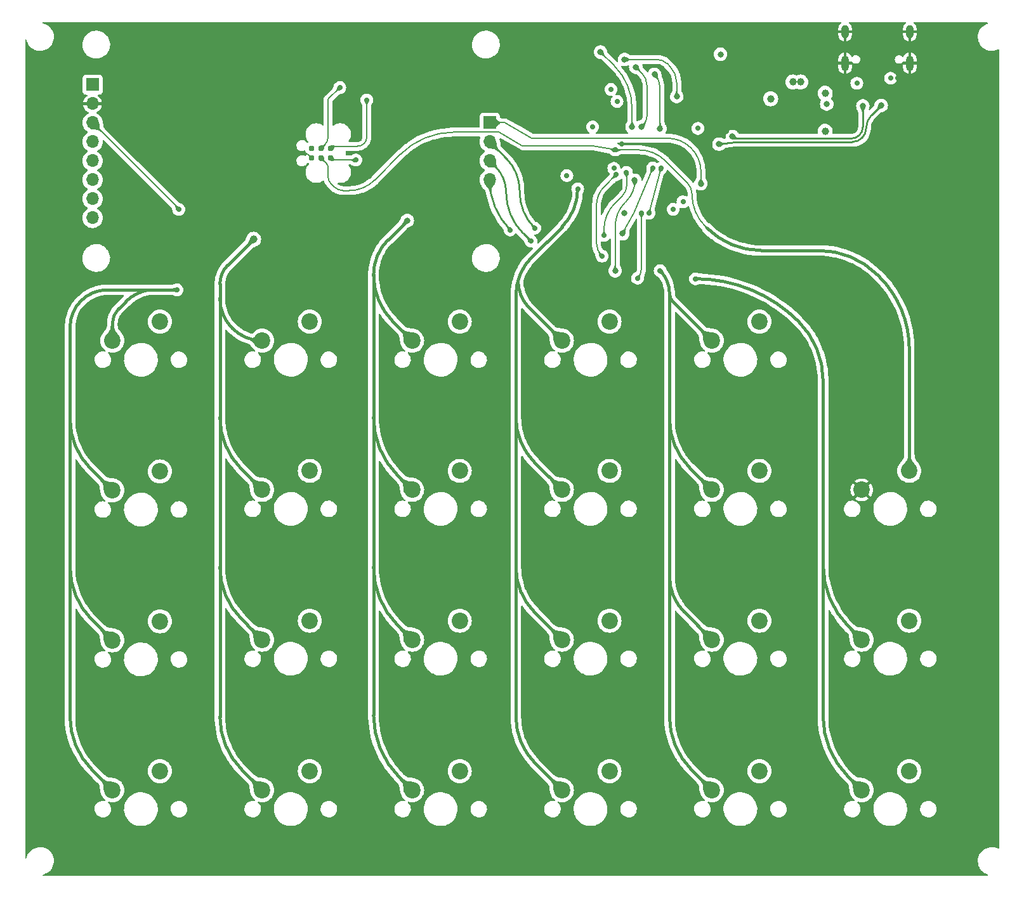
<source format=gbr>
%TF.GenerationSoftware,KiCad,Pcbnew,7.0.9*%
%TF.CreationDate,2023-12-17T15:27:51-08:00*%
%TF.ProjectId,MicroTrainer,4d696372-6f54-4726-9169-6e65722e6b69,rev?*%
%TF.SameCoordinates,Original*%
%TF.FileFunction,Copper,L4,Bot*%
%TF.FilePolarity,Positive*%
%FSLAX46Y46*%
G04 Gerber Fmt 4.6, Leading zero omitted, Abs format (unit mm)*
G04 Created by KiCad (PCBNEW 7.0.9) date 2023-12-17 15:27:51*
%MOMM*%
%LPD*%
G01*
G04 APERTURE LIST*
%TA.AperFunction,ComponentPad*%
%ADD10R,1.700000X1.700000*%
%TD*%
%TA.AperFunction,ComponentPad*%
%ADD11O,1.700000X1.700000*%
%TD*%
%TA.AperFunction,ComponentPad*%
%ADD12C,2.200000*%
%TD*%
%TA.AperFunction,ComponentPad*%
%ADD13O,1.000000X2.100000*%
%TD*%
%TA.AperFunction,ComponentPad*%
%ADD14O,1.000000X1.800000*%
%TD*%
%TA.AperFunction,ConnectorPad*%
%ADD15C,0.787400*%
%TD*%
%TA.AperFunction,ViaPad*%
%ADD16C,0.700000*%
%TD*%
%TA.AperFunction,ViaPad*%
%ADD17C,0.800000*%
%TD*%
%TA.AperFunction,ViaPad*%
%ADD18C,1.000000*%
%TD*%
%TA.AperFunction,Conductor*%
%ADD19C,0.180000*%
%TD*%
%TA.AperFunction,Conductor*%
%ADD20C,0.250000*%
%TD*%
%TA.AperFunction,Conductor*%
%ADD21C,0.400000*%
%TD*%
G04 APERTURE END LIST*
D10*
%TO.P,J4,1,Pin_1*%
%TO.N,/PB12SDCS*%
X77000000Y-33440000D03*
D11*
%TO.P,J4,2,Pin_2*%
%TO.N,/PB15MOSI*%
X77000000Y-35980000D03*
%TO.P,J4,3,Pin_3*%
%TO.N,/PB14MISO*%
X77000000Y-38520000D03*
%TO.P,J4,4,Pin_4*%
%TO.N,/PB13SCK*%
X77000000Y-41060000D03*
%TD*%
D12*
%TO.P,SW24,1,1*%
%TO.N,/PC9*%
X133000000Y-120000000D03*
%TO.P,SW24,2,2*%
%TO.N,/PA0*%
X126650000Y-122540000D03*
%TD*%
%TO.P,SW8,1,1*%
%TO.N,/PC7*%
X53000000Y-79920000D03*
%TO.P,SW8,2,2*%
%TO.N,/PA4*%
X46650000Y-82460000D03*
%TD*%
%TO.P,SW5,1,1*%
%TO.N,/PC6*%
X113000000Y-60000000D03*
%TO.P,SW5,2,2*%
%TO.N,/PA1*%
X106650000Y-62540000D03*
%TD*%
%TO.P,SW4,1,1*%
%TO.N,/PC6*%
X93000000Y-60000000D03*
%TO.P,SW4,2,2*%
%TO.N,/PA2*%
X86650000Y-62540000D03*
%TD*%
%TO.P,SW21,1,1*%
%TO.N,/PC9*%
X73000000Y-120000000D03*
%TO.P,SW21,2,2*%
%TO.N,/PA3*%
X66650000Y-122540000D03*
%TD*%
%TO.P,SW17,1,1*%
%TO.N,/PC8*%
X113000000Y-99920000D03*
%TO.P,SW17,2,2*%
%TO.N,/PA1*%
X106650000Y-102460000D03*
%TD*%
%TO.P,SW11,1,1*%
%TO.N,/PC7*%
X113000000Y-79920000D03*
%TO.P,SW11,2,2*%
%TO.N,/PA1*%
X106650000Y-82460000D03*
%TD*%
%TO.P,SW9,1,1*%
%TO.N,/PC7*%
X73000000Y-79920000D03*
%TO.P,SW9,2,2*%
%TO.N,/PA3*%
X66650000Y-82460000D03*
%TD*%
%TO.P,SW2,1,1*%
%TO.N,/PC6*%
X53000000Y-60000000D03*
%TO.P,SW2,2,2*%
%TO.N,/PA4*%
X46650000Y-62540000D03*
%TD*%
%TO.P,SW23,1,1*%
%TO.N,/PC9*%
X113000000Y-120000000D03*
%TO.P,SW23,2,2*%
%TO.N,/PA1*%
X106650000Y-122540000D03*
%TD*%
%TO.P,SW22,1,1*%
%TO.N,/PC9*%
X93000000Y-120000000D03*
%TO.P,SW22,2,2*%
%TO.N,/PA2*%
X86650000Y-122540000D03*
%TD*%
%TO.P,SW10,1,1*%
%TO.N,/PC7*%
X93000000Y-79920000D03*
%TO.P,SW10,2,2*%
%TO.N,/PA2*%
X86650000Y-82460000D03*
%TD*%
%TO.P,SW20,1,1*%
%TO.N,/PC9*%
X53000000Y-120000000D03*
%TO.P,SW20,2,2*%
%TO.N,/PA4*%
X46650000Y-122540000D03*
%TD*%
%TO.P,SW19,1,1*%
%TO.N,/PC9*%
X33000000Y-120000000D03*
%TO.P,SW19,2,2*%
%TO.N,/PA5*%
X26650000Y-122540000D03*
%TD*%
%TO.P,SW18,1,1*%
%TO.N,/PC8*%
X133000000Y-99920000D03*
%TO.P,SW18,2,2*%
%TO.N,/PA0*%
X126650000Y-102460000D03*
%TD*%
%TO.P,SW16,1,1*%
%TO.N,/PC8*%
X93000000Y-99920000D03*
%TO.P,SW16,2,2*%
%TO.N,/PA2*%
X86650000Y-102460000D03*
%TD*%
%TO.P,SW7,1,1*%
%TO.N,/PC7*%
X33000000Y-80000000D03*
%TO.P,SW7,2,2*%
%TO.N,/PA5*%
X26650000Y-82540000D03*
%TD*%
%TO.P,SW15,1,1*%
%TO.N,/PC8*%
X73000000Y-99920000D03*
%TO.P,SW15,2,2*%
%TO.N,/PA3*%
X66650000Y-102460000D03*
%TD*%
%TO.P,SW14,1,1*%
%TO.N,/PC8*%
X53000000Y-99920000D03*
%TO.P,SW14,2,2*%
%TO.N,/PA4*%
X46650000Y-102460000D03*
%TD*%
%TO.P,SW13,1,1*%
%TO.N,/PC8*%
X33000000Y-100000000D03*
%TO.P,SW13,2,2*%
%TO.N,/PA5*%
X26650000Y-102540000D03*
%TD*%
%TO.P,SW3,1,1*%
%TO.N,/PC6*%
X73000000Y-60000000D03*
%TO.P,SW3,2,2*%
%TO.N,/PA3*%
X66650000Y-62540000D03*
%TD*%
%TO.P,SW1,1,1*%
%TO.N,/PC6*%
X33000000Y-60000000D03*
%TO.P,SW1,2,2*%
%TO.N,/PA5*%
X26650000Y-62540000D03*
%TD*%
D10*
%TO.P,J5,1,Pin_1*%
%TO.N,+5V*%
X24000000Y-28360000D03*
D11*
%TO.P,J5,2,Pin_2*%
%TO.N,GND*%
X24000000Y-30900000D03*
%TO.P,J5,3,Pin_3*%
%TO.N,/PB10LCDCS*%
X24000000Y-33440000D03*
%TO.P,J5,4,Pin_4*%
%TO.N,/PB7LCDRST*%
X24000000Y-35980000D03*
%TO.P,J5,5,Pin_5*%
%TO.N,/PB6LCDA0*%
X24000000Y-38520000D03*
%TO.P,J5,6,Pin_6*%
%TO.N,/PB15MOSI*%
X24000000Y-41060000D03*
%TO.P,J5,7,Pin_7*%
%TO.N,/PB13SCK*%
X24000000Y-43600000D03*
%TO.P,J5,8,Pin_8*%
%TO.N,+3V3*%
X24000000Y-46140000D03*
%TD*%
D13*
%TO.P,J6,S1,SHIELD*%
%TO.N,GND*%
X133070000Y-25500000D03*
D14*
X133070000Y-21300000D03*
D13*
X124430000Y-25500000D03*
D14*
X124430000Y-21300000D03*
%TD*%
D12*
%TO.P,SW25,1,1*%
%TO.N,/NRST*%
X133000000Y-79920000D03*
%TO.P,SW25,2,2*%
%TO.N,GND*%
X126650000Y-82460000D03*
%TD*%
D15*
%TO.P,J1,1,VCC*%
%TO.N,+3V3*%
X55770000Y-38135000D03*
%TO.P,J1,2,SWDIO*%
%TO.N,/SWDIO*%
X55770000Y-36865000D03*
%TO.P,J1,3,~{RESET}*%
%TO.N,/NRST*%
X54500000Y-38135000D03*
%TO.P,J1,4,SWCLK*%
%TO.N,/SWCLK*%
X54500000Y-36865000D03*
%TO.P,J1,5,GND*%
%TO.N,GND*%
X53230000Y-38135000D03*
%TO.P,J1,6,SWO*%
%TO.N,unconnected-(J1-SWO-Pad6)*%
X53230000Y-36865000D03*
%TD*%
D16*
%TO.N,GND*%
X125000000Y-27500000D03*
X87125000Y-34500000D03*
X128000000Y-66000000D03*
X128000000Y-60000000D03*
X90600000Y-39600000D03*
X95500000Y-49750000D03*
X121500000Y-26500000D03*
X141000000Y-115800000D03*
X82000000Y-32750000D03*
X125500000Y-32500000D03*
X128000000Y-63000000D03*
X137000000Y-25400000D03*
X87125000Y-37500000D03*
X94625000Y-36250000D03*
X101000000Y-42200000D03*
X102902195Y-49750000D03*
X131500000Y-27500000D03*
D17*
X102800000Y-46800000D03*
D16*
X91430000Y-32040000D03*
X94500000Y-33500000D03*
X94400000Y-42200000D03*
X130000000Y-32500000D03*
X102000000Y-34375000D03*
X125500000Y-29500000D03*
X97000000Y-29000000D03*
X128000000Y-69000000D03*
X119500000Y-33500000D03*
X94875000Y-38125000D03*
X108600000Y-34600000D03*
X106600000Y-44000000D03*
X109500000Y-26500000D03*
D17*
X50500000Y-37500000D03*
D16*
%TO.N,+5V*%
X126000000Y-28174500D03*
D18*
X121770000Y-34580000D03*
X121770000Y-29500000D03*
D16*
X130500000Y-27500000D03*
D17*
X121980000Y-30960000D03*
D18*
%TO.N,+3V3*%
X118500000Y-28000000D03*
D16*
X93200000Y-29000000D03*
X87300000Y-40500000D03*
X102800000Y-44000000D03*
X93574198Y-39527284D03*
D18*
X114500000Y-30250000D03*
D16*
X101500000Y-45000000D03*
X59137868Y-38420000D03*
D17*
X94988391Y-45510488D03*
D16*
X94000000Y-30600000D03*
X90750000Y-34000000D03*
D18*
X117450000Y-28000000D03*
D17*
X107800000Y-24300000D03*
D16*
X104800000Y-34200000D03*
%TO.N,/SWDIO*%
X60600000Y-30400000D03*
D17*
X99750000Y-34250000D03*
X99000000Y-27000000D03*
%TO.N,/SWCLK*%
X95000000Y-25000000D03*
X101960000Y-29940000D03*
D16*
X57000000Y-28750000D03*
%TO.N,/PB15MOSI*%
X99860500Y-39500000D03*
X83000000Y-47500000D03*
X98250000Y-45500000D03*
D17*
%TO.N,/PB14MISO*%
X94750000Y-48250000D03*
D16*
X82500000Y-49250000D03*
X98750000Y-39500000D03*
%TO.N,/PB13SCK*%
X95250000Y-40075000D03*
X92250000Y-48500000D03*
X79750000Y-47750000D03*
D17*
%TO.N,/PB12SDCS*%
X105175000Y-41575000D03*
D16*
%TO.N,/NRST*%
X93750000Y-37075000D03*
%TO.N,/PA0*%
X92000000Y-51250000D03*
X93875000Y-40375000D03*
X104475000Y-54275000D03*
D17*
%TO.N,/PA1*%
X96360000Y-41140000D03*
D16*
X99750000Y-53200000D03*
D17*
X93750000Y-53200000D03*
D16*
%TO.N,/PA2*%
X88750000Y-42250000D03*
D17*
%TO.N,/PA3*%
X66000000Y-46500000D03*
D18*
%TO.N,/PA4*%
X45500000Y-49000000D03*
D16*
%TO.N,/PA5*%
X97250000Y-45500000D03*
X35250000Y-55750000D03*
X96720000Y-54200000D03*
D17*
%TO.N,/DPLUS*%
X109400000Y-35275500D03*
X126800000Y-31200000D03*
%TO.N,/DMINUS*%
X107600000Y-36299500D03*
X129250000Y-31125000D03*
%TO.N,/PB7LCDRST*%
X91787500Y-24000000D03*
X96000000Y-34000000D03*
D16*
%TO.N,/PB10LCDCS*%
X35500000Y-45000000D03*
D17*
%TO.N,/PB6LCDA0*%
X97250000Y-34000000D03*
X96500000Y-26000000D03*
%TD*%
D19*
%TO.N,GND*%
X53230000Y-38135000D02*
X52874308Y-37779308D01*
X52200000Y-37500000D02*
X50500000Y-37500000D01*
X52874305Y-37779311D02*
G75*
G03*
X52200000Y-37500000I-674305J-674289D01*
G01*
%TO.N,+3V3*%
X56409766Y-38420000D02*
X59137868Y-38420000D01*
X55770010Y-38134989D02*
G75*
G03*
X56409766Y-38419999I725590J768189D01*
G01*
%TO.N,/SWDIO*%
X99750000Y-28810660D02*
X99750000Y-34250000D01*
X59300000Y-36580000D02*
X56409766Y-36580000D01*
X60600000Y-30400000D02*
X60600000Y-35350000D01*
X59299997Y-36580051D02*
G75*
G03*
X60600000Y-35350000I79803J1217651D01*
G01*
X99750016Y-28810660D02*
G75*
G03*
X99000000Y-27000000I-2560716J-40D01*
G01*
X56409765Y-36579987D02*
G75*
G03*
X55770000Y-36865000I85835J-1053213D01*
G01*
%TO.N,/SWCLK*%
X55015129Y-36349871D02*
X54500000Y-36865000D01*
X100687500Y-25562500D02*
X101062500Y-25937500D01*
X55450000Y-30300000D02*
X55450000Y-35300000D01*
X57000000Y-28750000D02*
X55450000Y-30300000D01*
X95000000Y-25000000D02*
X99329505Y-25000000D01*
X101960000Y-29940000D02*
X101960000Y-28104256D01*
X100687499Y-25562501D02*
G75*
G03*
X99329505Y-25000000I-1357999J-1357999D01*
G01*
X101960047Y-28104256D02*
G75*
G03*
X101062500Y-25937500I-3064247J-44D01*
G01*
X55015120Y-36349862D02*
G75*
G03*
X55450000Y-35300000I-1049820J1049862D01*
G01*
%TO.N,/PB15MOSI*%
X99860500Y-39500000D02*
X98250000Y-45500000D01*
D20*
X81000000Y-42500000D02*
X81000000Y-42671573D01*
X77000000Y-35980000D02*
X79218091Y-38198091D01*
X81000005Y-42500000D02*
G75*
G03*
X79218091Y-38198091I-6083805J0D01*
G01*
X81000012Y-42671573D02*
G75*
G03*
X83000001Y-47499999I6828388J-27D01*
G01*
%TO.N,/PB14MISO*%
X77000000Y-38520000D02*
X77764573Y-39284573D01*
D19*
X94750000Y-48250000D02*
X96250000Y-45500000D01*
D20*
X81462718Y-48212718D02*
X82500000Y-49250000D01*
D19*
X96250000Y-45500000D02*
X98750000Y-39500000D01*
D20*
X79199976Y-42750000D02*
G75*
G03*
X81462718Y-48212718I7725424J0D01*
G01*
X79199986Y-42750000D02*
G75*
G03*
X77764573Y-39284573I-4900886J0D01*
G01*
%TO.N,/PB13SCK*%
X77000000Y-41060000D02*
X77000000Y-41110913D01*
D19*
X95302290Y-40000000D02*
X95302290Y-41750000D01*
X92250000Y-47704518D02*
X92250000Y-48500000D01*
X94701249Y-43201041D02*
X93701145Y-44201145D01*
D20*
X76999995Y-41110913D02*
G75*
G03*
X79750000Y-47750000I9389105J13D01*
G01*
D19*
X93701139Y-44201139D02*
G75*
G03*
X92250000Y-47704518I3503361J-3503361D01*
G01*
X94701251Y-43201043D02*
G75*
G03*
X95302290Y-41750000I-1451051J1451043D01*
G01*
%TO.N,/PB12SDCS*%
X82625000Y-35500000D02*
X79000000Y-33440000D01*
X105175000Y-41575000D02*
X105199482Y-40000000D01*
X79000000Y-33440000D02*
X77000000Y-33440000D01*
X100699482Y-35500000D02*
X82625000Y-35500000D01*
X105199500Y-40000000D02*
G75*
G03*
X100699482Y-35500000I-4500000J0D01*
G01*
%TO.N,/NRST*%
X93750000Y-37075000D02*
X96931713Y-37075000D01*
D21*
X113242640Y-50500000D02*
X120903806Y-50500000D01*
D19*
X61664213Y-41085786D02*
X65080151Y-37669848D01*
X100462500Y-38537500D02*
X103345926Y-41420926D01*
X55450000Y-39500000D02*
X55450000Y-40750000D01*
X54500000Y-38135000D02*
X54807500Y-38442500D01*
X90750000Y-36500000D02*
X93750000Y-37075000D01*
X78200000Y-34700000D02*
X81375000Y-36500000D01*
X81375000Y-36500000D02*
X90750000Y-36500000D01*
X55156551Y-38791550D02*
X54807500Y-38442500D01*
D20*
X105987437Y-47487437D02*
X106000000Y-47500000D01*
D21*
X128750000Y-53750000D02*
X129000000Y-54000000D01*
D19*
X72250000Y-34700000D02*
X78200000Y-34700000D01*
X57457106Y-42500000D02*
X58250000Y-42500000D01*
X55768198Y-41518198D02*
X56250000Y-42000000D01*
X105767767Y-47267767D02*
X106000000Y-47500000D01*
D21*
X133000000Y-63656854D02*
X133000000Y-79920000D01*
D19*
X55450002Y-40750000D02*
G75*
G03*
X55768199Y-41518197I1086398J0D01*
G01*
X55450000Y-39500000D02*
G75*
G03*
X55156551Y-38791550I-1001900J0D01*
G01*
X72250000Y-34700001D02*
G75*
G03*
X65080152Y-37669849I0J-10139699D01*
G01*
X100462496Y-38537504D02*
G75*
G03*
X96931713Y-37075000I-3530796J-3530796D01*
G01*
X103999991Y-43000000D02*
G75*
G03*
X105767768Y-47267766I6035509J0D01*
G01*
D21*
X105999988Y-47500012D02*
G75*
G03*
X113242640Y-50500000I7242612J7242612D01*
G01*
D19*
X58250000Y-42500007D02*
G75*
G03*
X61664213Y-41085786I0J4828407D01*
G01*
D21*
X128749998Y-53750002D02*
G75*
G03*
X120903806Y-50500000I-7846198J-7846198D01*
G01*
D19*
X56249998Y-42000002D02*
G75*
G03*
X57457106Y-42500000I1207102J1207102D01*
G01*
X103999984Y-43000000D02*
G75*
G03*
X103345926Y-41420926I-2233184J0D01*
G01*
D21*
X133000018Y-63656854D02*
G75*
G03*
X128999999Y-54000001I-13656918J-46D01*
G01*
%TO.N,/PA0*%
X121500000Y-92500000D02*
X121500000Y-112750000D01*
D19*
X92310660Y-41939340D02*
X93875000Y-40375000D01*
D21*
X121500000Y-92500000D02*
X121500000Y-67892566D01*
X124780975Y-120670976D02*
X126650000Y-122540000D01*
D19*
X91957107Y-51207107D02*
X92000000Y-51250000D01*
X91250000Y-44500000D02*
X91250000Y-49500000D01*
D21*
X124901184Y-100711183D02*
X126650000Y-102460000D01*
X118217206Y-59967214D02*
G75*
G03*
X104475000Y-54275000I-13742206J-13742186D01*
G01*
X121500014Y-112750000D02*
G75*
G03*
X124780975Y-120670976I11201986J0D01*
G01*
D19*
X92310664Y-41939344D02*
G75*
G03*
X91250000Y-44500000I2560636J-2560656D01*
G01*
X91249997Y-49500000D02*
G75*
G03*
X91957108Y-51207106I2414203J0D01*
G01*
D21*
X121500008Y-67892566D02*
G75*
G03*
X118217210Y-59967210I-11208208J-34D01*
G01*
X121500011Y-92500000D02*
G75*
G03*
X124901184Y-100711183I11612389J0D01*
G01*
D19*
%TO.N,/PA1*%
X96360000Y-41140000D02*
X96360000Y-41287094D01*
D21*
X101000000Y-94000000D02*
X101000000Y-73000000D01*
X101000000Y-56890000D02*
X101000000Y-56217766D01*
X101000000Y-73000000D02*
X101000000Y-56890000D01*
X101475341Y-57365341D02*
X106650000Y-62540000D01*
X101000000Y-94000000D02*
X101000000Y-112750000D01*
X102986970Y-98796970D02*
X106650000Y-102460000D01*
D19*
X95202664Y-43952664D02*
X95313520Y-43813520D01*
D21*
X103694077Y-79504077D02*
X106650000Y-82460000D01*
X103927422Y-119817422D02*
X106650000Y-122540000D01*
D19*
X93750000Y-53200000D02*
X93759228Y-47250000D01*
X95202664Y-43952664D02*
X95070134Y-44085194D01*
X95313522Y-43813522D02*
G75*
G03*
X96360000Y-41287094I-2526422J2526422D01*
G01*
D21*
X100999989Y-94000000D02*
G75*
G03*
X102986971Y-98796969I6783911J0D01*
G01*
X101000013Y-56217766D02*
G75*
G03*
X99750000Y-53200000I-4267813J-34D01*
G01*
X101000020Y-56217766D02*
G75*
G03*
X101475342Y-57365340I1622880J-34D01*
G01*
X101000014Y-73000000D02*
G75*
G03*
X103694077Y-79504077I9198186J0D01*
G01*
D19*
X95070142Y-44085202D02*
G75*
G03*
X93759228Y-47250000I3164758J-3164798D01*
G01*
D21*
X100999988Y-112750000D02*
G75*
G03*
X103927423Y-119817421I9994812J0D01*
G01*
%TO.N,/PA2*%
X80500000Y-92750000D02*
X80500000Y-72750000D01*
X80500000Y-112750000D02*
X80500000Y-92750000D01*
X83073869Y-118963868D02*
X86650000Y-122540000D01*
X83017300Y-78827300D02*
X86650000Y-82460000D01*
X86628680Y-47371318D02*
X82621320Y-51378679D01*
X82317165Y-58207165D02*
X86650000Y-62540000D01*
X80500000Y-72750000D02*
X80500000Y-56500000D01*
X83017300Y-98827300D02*
X86650000Y-102460000D01*
X80500000Y-72750000D02*
G75*
G03*
X83017300Y-78827300I8594600J0D01*
G01*
X82621329Y-51378688D02*
G75*
G03*
X80500000Y-56500000I5121271J-5121312D01*
G01*
X80781599Y-54500000D02*
G75*
G03*
X82317166Y-58207164I5242701J0D01*
G01*
X80500000Y-92750000D02*
G75*
G03*
X83017300Y-98827300I8594600J0D01*
G01*
X80499990Y-112750000D02*
G75*
G03*
X83073869Y-118963868I8787710J0D01*
G01*
X86628673Y-47371311D02*
G75*
G03*
X88750000Y-42250000I-5121273J5121311D01*
G01*
%TO.N,/PA3*%
X61500000Y-92750000D02*
X61500000Y-72750000D01*
X64957752Y-120847752D02*
X66650000Y-122540000D01*
X61500000Y-72750000D02*
X61500000Y-53750000D01*
X63444544Y-49055457D02*
X66000000Y-46500000D01*
X64073869Y-59963868D02*
X66650000Y-62540000D01*
X61500000Y-92750000D02*
X61500000Y-112500000D01*
X64724407Y-100534407D02*
X66650000Y-102460000D01*
X64724407Y-80534407D02*
X66650000Y-82460000D01*
X61499996Y-72750000D02*
G75*
G03*
X64724407Y-80534407I11008804J0D01*
G01*
X63444541Y-49055454D02*
G75*
G03*
X61500000Y-53750000I4694559J-4694546D01*
G01*
X61499996Y-92750000D02*
G75*
G03*
X64724407Y-100534407I11008804J0D01*
G01*
X61499999Y-112500000D02*
G75*
G03*
X64957752Y-120847752I11805501J0D01*
G01*
X61499990Y-53750000D02*
G75*
G03*
X64073869Y-59963868I8787710J0D01*
G01*
%TO.N,/PA4*%
X41000000Y-112750000D02*
X41000000Y-92750000D01*
X41000000Y-55250000D02*
X41000000Y-55000000D01*
X43927422Y-119817422D02*
X46650000Y-122540000D01*
X41000000Y-92750000D02*
X41000000Y-72750000D01*
X42060660Y-52439340D02*
X45500000Y-49000000D01*
X41000000Y-72750000D02*
X41000000Y-55250000D01*
X43870854Y-79680853D02*
X46650000Y-82460000D01*
X43870854Y-99680853D02*
X45470000Y-101280000D01*
X46650000Y-102460000D02*
X45470000Y-101280000D01*
X41000000Y-56890000D02*
X41000000Y-55250000D01*
X40999999Y-92750000D02*
G75*
G03*
X43870854Y-99680853I9801701J0D01*
G01*
X42060664Y-52439344D02*
G75*
G03*
X41000000Y-55000000I2560636J-2560656D01*
G01*
X40999988Y-112750000D02*
G75*
G03*
X43927423Y-119817421I9994812J0D01*
G01*
X41000000Y-56890000D02*
G75*
G03*
X46650000Y-62540000I5650000J0D01*
G01*
X40999999Y-72750000D02*
G75*
G03*
X43870854Y-79680853I9801701J0D01*
G01*
%TO.N,/PA5*%
X26000000Y-55750000D02*
X35250000Y-55750000D01*
X23927422Y-119817422D02*
X26650000Y-122540000D01*
X28409009Y-57340991D02*
X27500000Y-58250000D01*
X23750645Y-79640646D02*
X26650000Y-82540000D01*
X21000000Y-73000000D02*
X21000000Y-92750000D01*
X21000000Y-60750000D02*
X21000000Y-73000000D01*
X23927422Y-99817422D02*
X26650000Y-102540000D01*
D19*
X97250000Y-52920467D02*
X97250000Y-45500000D01*
D21*
X26650000Y-60302081D02*
X26650000Y-62540000D01*
X21000000Y-92750000D02*
X21000000Y-112750000D01*
X21000002Y-73000000D02*
G75*
G03*
X23750645Y-79640646I9391298J0D01*
G01*
X26000000Y-55750000D02*
G75*
G03*
X21000000Y-60750000I0J-5000000D01*
G01*
X20999999Y-92750000D02*
G75*
G03*
X23927422Y-99817422I9994841J0D01*
G01*
X20999999Y-112750000D02*
G75*
G03*
X23927422Y-119817422I9994841J0D01*
G01*
X27500005Y-58250005D02*
G75*
G03*
X26650000Y-60302081I2052095J-2052095D01*
G01*
X31540634Y-55750000D02*
G75*
G03*
X28409009Y-57340991I985466J-5817300D01*
G01*
D19*
X96720010Y-54200010D02*
G75*
G03*
X97250000Y-52920467I-1279510J1279510D01*
G01*
D20*
%TO.N,/DPLUS*%
X109400000Y-35275500D02*
X110000000Y-35550000D01*
X126800000Y-34009031D02*
X126800000Y-31200000D01*
X110000000Y-35550000D02*
X125259031Y-35550000D01*
X125259031Y-35550000D02*
G75*
G03*
X126800000Y-34009031I-31J1541000D01*
G01*
%TO.N,/DMINUS*%
X109750000Y-36000000D02*
X125400000Y-36000000D01*
X127974784Y-32400215D02*
X129250000Y-31125000D01*
X107600000Y-36299500D02*
X109750000Y-36000000D01*
X127974778Y-32400209D02*
G75*
G03*
X127250000Y-34150000I1749822J-1749791D01*
G01*
X125400000Y-36000000D02*
G75*
G03*
X127250000Y-34150000I0J1850000D01*
G01*
D19*
%TO.N,/PB7LCDRST*%
X93675387Y-25887887D02*
X91787500Y-24000000D01*
X96000000Y-31500000D02*
X96000000Y-34000000D01*
X96000007Y-31500000D02*
G75*
G03*
X93675386Y-25887888I-7936707J0D01*
G01*
%TO.N,/PB10LCDCS*%
X35500000Y-44940000D02*
X24000000Y-33440000D01*
X35500000Y-45000000D02*
X35500000Y-44940000D01*
%TO.N,/PB6LCDA0*%
X98000000Y-28500000D02*
X98000000Y-32500000D01*
X97250000Y-34000000D02*
X97469670Y-33780330D01*
X96500000Y-26000000D02*
X97292893Y-26792893D01*
X98000003Y-28500000D02*
G75*
G03*
X97292892Y-26792894I-2414203J0D01*
G01*
X97469678Y-33780338D02*
G75*
G03*
X98000000Y-32500000I-1280378J1280338D01*
G01*
%TD*%
%TA.AperFunction,Conductor*%
%TO.N,GND*%
G36*
X94653057Y-40884165D02*
G01*
X94698526Y-40925106D01*
X94711790Y-40974606D01*
X94711790Y-41748379D01*
X94711684Y-41751618D01*
X94699498Y-41937532D01*
X94698652Y-41943958D01*
X94662621Y-42125103D01*
X94660943Y-42131364D01*
X94601578Y-42306247D01*
X94599098Y-42312236D01*
X94517412Y-42477877D01*
X94514171Y-42483491D01*
X94411561Y-42637058D01*
X94407615Y-42642201D01*
X94284801Y-42782243D01*
X94282586Y-42784608D01*
X93917696Y-43149500D01*
X93334298Y-43732899D01*
X93312598Y-43754598D01*
X93312576Y-43754609D01*
X93129535Y-43937652D01*
X93129534Y-43937653D01*
X92846554Y-44268980D01*
X92846555Y-44268979D01*
X92737456Y-44419141D01*
X92630679Y-44566109D01*
X92590437Y-44621497D01*
X92590436Y-44621498D01*
X92362775Y-44993009D01*
X92362774Y-44993011D01*
X92233496Y-45246733D01*
X92164956Y-45381251D01*
X92030964Y-45704739D01*
X91991228Y-45751265D01*
X91931733Y-45765549D01*
X91875205Y-45742134D01*
X91843235Y-45689965D01*
X91840500Y-45666854D01*
X91840500Y-44501220D01*
X91840560Y-44498791D01*
X91849404Y-44318752D01*
X91854975Y-44205333D01*
X91855448Y-44200535D01*
X91898381Y-43911113D01*
X91899324Y-43906371D01*
X91970421Y-43622537D01*
X91971817Y-43617936D01*
X92070392Y-43342436D01*
X92072244Y-43337967D01*
X92197344Y-43073466D01*
X92199623Y-43069204D01*
X92350051Y-42818231D01*
X92352727Y-42814227D01*
X92527026Y-42579213D01*
X92530087Y-42575484D01*
X92727478Y-42357697D01*
X92729144Y-42355949D01*
X92778905Y-42306189D01*
X93591838Y-41493254D01*
X93760476Y-41324615D01*
X93776002Y-41311958D01*
X93787293Y-41304519D01*
X93806406Y-41287569D01*
X93854453Y-41264223D01*
X93898801Y-41256193D01*
X93908535Y-41254431D01*
X93923114Y-41251329D01*
X93933719Y-41248770D01*
X94024596Y-41226842D01*
X94037289Y-41223428D01*
X94050374Y-41219541D01*
X94062689Y-41215537D01*
X94129602Y-41191868D01*
X94171867Y-41176918D01*
X94178311Y-41174456D01*
X94238957Y-41146566D01*
X94243409Y-41143925D01*
X94243429Y-41143958D01*
X94257751Y-41135576D01*
X94302593Y-41115612D01*
X94447230Y-41010526D01*
X94539220Y-40908360D01*
X94592206Y-40877769D01*
X94653057Y-40884165D01*
G37*
%TD.AperFunction*%
%TA.AperFunction,Conductor*%
G36*
X100700625Y-36090552D02*
G01*
X101057932Y-36107070D01*
X101062462Y-36107490D01*
X101415602Y-36156749D01*
X101420076Y-36157586D01*
X101767156Y-36239217D01*
X101771534Y-36240463D01*
X102109140Y-36353616D01*
X102109588Y-36353766D01*
X102113853Y-36355418D01*
X102282248Y-36429771D01*
X102413583Y-36487761D01*
X102440007Y-36499428D01*
X102444102Y-36501467D01*
X102473305Y-36517733D01*
X102743960Y-36668486D01*
X102755582Y-36674959D01*
X102759459Y-36677360D01*
X102884750Y-36763185D01*
X103053602Y-36878851D01*
X103057253Y-36881608D01*
X103331546Y-37109377D01*
X103334927Y-37112459D01*
X103587029Y-37364560D01*
X103590107Y-37367935D01*
X103610102Y-37392015D01*
X103817877Y-37642230D01*
X103820634Y-37645880D01*
X104022126Y-37940020D01*
X104024534Y-37943910D01*
X104198025Y-38255382D01*
X104200064Y-38259477D01*
X104344074Y-38585630D01*
X104345727Y-38589896D01*
X104459030Y-38927944D01*
X104460281Y-38932343D01*
X104541909Y-39279402D01*
X104542748Y-39283887D01*
X104592007Y-39637017D01*
X104592429Y-39641572D01*
X104608862Y-39997023D01*
X104608909Y-40000079D01*
X104597839Y-40712174D01*
X104595351Y-40732744D01*
X104592743Y-40744125D01*
X104589042Y-40788880D01*
X104570866Y-40838364D01*
X104568779Y-40841278D01*
X104513639Y-40913922D01*
X104502509Y-40929759D01*
X104437141Y-41030793D01*
X104435654Y-41033091D01*
X104427627Y-41046373D01*
X104419773Y-41060321D01*
X104416703Y-41066176D01*
X104412755Y-41073705D01*
X104352968Y-41196506D01*
X104351362Y-41200076D01*
X104349094Y-41204507D01*
X104347823Y-41206709D01*
X104347821Y-41206714D01*
X104342448Y-41223251D01*
X104325907Y-41267844D01*
X104325907Y-41267846D01*
X104325442Y-41271027D01*
X104321639Y-41287291D01*
X104289323Y-41386751D01*
X104288768Y-41389365D01*
X104288096Y-41390527D01*
X104287723Y-41391678D01*
X104287478Y-41391598D01*
X104258173Y-41442351D01*
X104202276Y-41467234D01*
X104142428Y-41454510D01*
X104109617Y-41423776D01*
X104037562Y-41315935D01*
X103861564Y-41101475D01*
X103790898Y-41030806D01*
X103790886Y-41030793D01*
X103754358Y-40994265D01*
X103710921Y-40950825D01*
X103710900Y-40950806D01*
X100907654Y-38147561D01*
X100866123Y-38106029D01*
X100851623Y-38091530D01*
X100851508Y-38091422D01*
X100724907Y-37964822D01*
X100724906Y-37964821D01*
X100391264Y-37679864D01*
X100391265Y-37679865D01*
X100391263Y-37679864D01*
X100311455Y-37621880D01*
X100036289Y-37421960D01*
X100036282Y-37421955D01*
X99662175Y-37192702D01*
X99662173Y-37192701D01*
X99271222Y-36993501D01*
X99267010Y-36991756D01*
X98865845Y-36825587D01*
X98631899Y-36749573D01*
X98448548Y-36689999D01*
X98448544Y-36689998D01*
X98448541Y-36689997D01*
X98021892Y-36587567D01*
X98021891Y-36587567D01*
X97588524Y-36518928D01*
X97151102Y-36484501D01*
X96970415Y-36484500D01*
X94502486Y-36484500D01*
X94482550Y-36482472D01*
X94469296Y-36479747D01*
X94443775Y-36478214D01*
X94393302Y-36460748D01*
X94357467Y-36435902D01*
X94348624Y-36429770D01*
X94336137Y-36421622D01*
X94246600Y-36366897D01*
X94235288Y-36360378D01*
X94223290Y-36353871D01*
X94211677Y-36347954D01*
X94107053Y-36298006D01*
X94100719Y-36295176D01*
X94100720Y-36295176D01*
X94100717Y-36295175D01*
X94100718Y-36295175D01*
X94082076Y-36288282D01*
X94066045Y-36282354D01*
X94018025Y-36244441D01*
X94001460Y-36185540D01*
X94022680Y-36128153D01*
X94073579Y-36094197D01*
X94100381Y-36090500D01*
X100627785Y-36090500D01*
X100698348Y-36090500D01*
X100700625Y-36090552D01*
G37*
%TD.AperFunction*%
%TA.AperFunction,Conductor*%
G36*
X95580210Y-25800501D02*
G01*
X95606843Y-25855586D01*
X95607218Y-25879376D01*
X95595550Y-25990395D01*
X95594540Y-26000000D01*
X95611381Y-26160240D01*
X95614327Y-26188261D01*
X95672819Y-26368279D01*
X95672825Y-26368293D01*
X95737161Y-26479725D01*
X95767467Y-26532216D01*
X95796240Y-26564172D01*
X95885468Y-26663270D01*
X95894129Y-26672888D01*
X96047270Y-26784151D01*
X96047274Y-26784152D01*
X96047276Y-26784154D01*
X96108457Y-26811393D01*
X96160133Y-26834401D01*
X96162754Y-26835662D01*
X96192388Y-26851009D01*
X96213577Y-26858386D01*
X96217426Y-26859910D01*
X96220197Y-26861144D01*
X96220488Y-26861205D01*
X96226456Y-26862870D01*
X96294309Y-26886495D01*
X96312834Y-26892945D01*
X96326406Y-26897246D01*
X96340925Y-26901401D01*
X96355097Y-26905017D01*
X96439048Y-26923864D01*
X96473257Y-26931545D01*
X96477230Y-26932292D01*
X96490397Y-26934771D01*
X96575235Y-26947890D01*
X96625432Y-26971341D01*
X96655032Y-26997335D01*
X96660238Y-27001907D01*
X96675061Y-27013975D01*
X96693650Y-27029108D01*
X96697402Y-27032496D01*
X96874192Y-27209286D01*
X96876407Y-27211651D01*
X97030497Y-27387356D01*
X97034443Y-27392498D01*
X97163368Y-27585446D01*
X97166609Y-27591060D01*
X97244038Y-27748072D01*
X97269241Y-27799177D01*
X97271721Y-27805165D01*
X97346316Y-28024912D01*
X97347993Y-28031173D01*
X97393267Y-28258774D01*
X97394113Y-28265201D01*
X97409394Y-28498335D01*
X97409500Y-28501574D01*
X97409500Y-32498052D01*
X97409347Y-32501937D01*
X97395089Y-32683109D01*
X97392659Y-32698453D01*
X97351599Y-32869483D01*
X97346798Y-32884257D01*
X97291864Y-33016881D01*
X97252128Y-33063407D01*
X97218779Y-33076275D01*
X97114191Y-33096035D01*
X97098061Y-33099632D01*
X97081228Y-33103967D01*
X97065168Y-33108676D01*
X96982290Y-33135984D01*
X96977096Y-33137388D01*
X96970200Y-33138855D01*
X96970190Y-33138858D01*
X96962836Y-33142132D01*
X96958196Y-33143924D01*
X96941861Y-33149307D01*
X96932411Y-33152809D01*
X96932408Y-33152811D01*
X96866662Y-33182678D01*
X96862086Y-33185381D01*
X96861987Y-33185214D01*
X96849020Y-33192807D01*
X96797271Y-33215848D01*
X96797266Y-33215852D01*
X96751882Y-33248824D01*
X96693691Y-33267730D01*
X96635500Y-33248821D01*
X96599538Y-33199320D01*
X96595208Y-33178818D01*
X96595151Y-33178270D01*
X96595150Y-33178241D01*
X96591554Y-33143143D01*
X96590758Y-33135368D01*
X96590500Y-33130321D01*
X96590500Y-31541014D01*
X96590507Y-31540992D01*
X96590507Y-31220847D01*
X96579900Y-31059011D01*
X96553992Y-30663737D01*
X96504409Y-30287116D01*
X96481119Y-30110211D01*
X96372199Y-29562636D01*
X96370357Y-29555761D01*
X96227697Y-29023349D01*
X96048236Y-28494673D01*
X95834581Y-27978867D01*
X95834581Y-27978866D01*
X95587654Y-27478148D01*
X95587654Y-27478149D01*
X95578404Y-27462128D01*
X95308495Y-26994632D01*
X94998316Y-26530419D01*
X94854923Y-26343546D01*
X94658448Y-26087495D01*
X94590739Y-26010288D01*
X94566586Y-25954072D01*
X94580090Y-25894395D01*
X94626091Y-25854053D01*
X94687020Y-25848454D01*
X94705433Y-25854571D01*
X94720197Y-25861144D01*
X94905354Y-25900500D01*
X94905357Y-25900500D01*
X95094643Y-25900500D01*
X95094646Y-25900500D01*
X95279803Y-25861144D01*
X95345498Y-25831893D01*
X95350632Y-25829942D01*
X95384241Y-25819268D01*
X95465667Y-25779898D01*
X95526285Y-25771592D01*
X95580210Y-25800501D01*
G37*
%TD.AperFunction*%
%TA.AperFunction,Conductor*%
G36*
X123891074Y-20018907D02*
G01*
X123927038Y-20068407D01*
X123927038Y-20129593D01*
X123891074Y-20179093D01*
X123824462Y-20227489D01*
X123824460Y-20227490D01*
X123697876Y-20368077D01*
X123697872Y-20368083D01*
X123603285Y-20531911D01*
X123603279Y-20531925D01*
X123544819Y-20711840D01*
X123544819Y-20711843D01*
X123530000Y-20852834D01*
X123530000Y-21099999D01*
X123530001Y-21100000D01*
X124130000Y-21100000D01*
X124130000Y-21500000D01*
X123530001Y-21500000D01*
X123530000Y-21500001D01*
X123530000Y-21747165D01*
X123544819Y-21888156D01*
X123544819Y-21888159D01*
X123603279Y-22068074D01*
X123603285Y-22068088D01*
X123697872Y-22231916D01*
X123697876Y-22231922D01*
X123824460Y-22372509D01*
X123824462Y-22372510D01*
X123977524Y-22483717D01*
X123977531Y-22483721D01*
X124150346Y-22560662D01*
X124150355Y-22560665D01*
X124230000Y-22577593D01*
X124230000Y-21924899D01*
X124293962Y-21973201D01*
X124401840Y-22003895D01*
X124513521Y-21993546D01*
X124613922Y-21943552D01*
X124630000Y-21925915D01*
X124630000Y-22577593D01*
X124709644Y-22560665D01*
X124709653Y-22560662D01*
X124882467Y-22483721D01*
X124882474Y-22483717D01*
X125035538Y-22372510D01*
X125035539Y-22372509D01*
X125162123Y-22231922D01*
X125162127Y-22231916D01*
X125256714Y-22068088D01*
X125256720Y-22068074D01*
X125315180Y-21888159D01*
X125315180Y-21888156D01*
X125329999Y-21747165D01*
X125330000Y-21747161D01*
X125330000Y-21500001D01*
X125329999Y-21500000D01*
X124730000Y-21500000D01*
X124730000Y-21100000D01*
X125329999Y-21100000D01*
X125330000Y-21099999D01*
X125330000Y-20852838D01*
X125329999Y-20852834D01*
X125315180Y-20711843D01*
X125315180Y-20711840D01*
X125256720Y-20531925D01*
X125256714Y-20531911D01*
X125162127Y-20368083D01*
X125162123Y-20368077D01*
X125035539Y-20227490D01*
X125035537Y-20227489D01*
X124968926Y-20179093D01*
X124932962Y-20129593D01*
X124932962Y-20068407D01*
X124968926Y-20018907D01*
X125027117Y-20000000D01*
X132472883Y-20000000D01*
X132531074Y-20018907D01*
X132567038Y-20068407D01*
X132567038Y-20129593D01*
X132531074Y-20179093D01*
X132464462Y-20227489D01*
X132464460Y-20227490D01*
X132337876Y-20368077D01*
X132337872Y-20368083D01*
X132243285Y-20531911D01*
X132243279Y-20531925D01*
X132184819Y-20711840D01*
X132184819Y-20711843D01*
X132170000Y-20852834D01*
X132170000Y-21099999D01*
X132170001Y-21100000D01*
X132770000Y-21100000D01*
X132770000Y-21500000D01*
X132170001Y-21500000D01*
X132170000Y-21500001D01*
X132170000Y-21747165D01*
X132184819Y-21888156D01*
X132184819Y-21888159D01*
X132243279Y-22068074D01*
X132243285Y-22068088D01*
X132337872Y-22231916D01*
X132337876Y-22231922D01*
X132464460Y-22372509D01*
X132464462Y-22372510D01*
X132617524Y-22483717D01*
X132617531Y-22483721D01*
X132790346Y-22560662D01*
X132790355Y-22560665D01*
X132870000Y-22577593D01*
X132870000Y-21924899D01*
X132933962Y-21973201D01*
X133041840Y-22003895D01*
X133153521Y-21993546D01*
X133253922Y-21943552D01*
X133270000Y-21925915D01*
X133270000Y-22577593D01*
X133349644Y-22560665D01*
X133349653Y-22560662D01*
X133522467Y-22483721D01*
X133522474Y-22483717D01*
X133675538Y-22372510D01*
X133675539Y-22372509D01*
X133802123Y-22231922D01*
X133802127Y-22231916D01*
X133896714Y-22068088D01*
X133896720Y-22068074D01*
X133955180Y-21888159D01*
X133955180Y-21888156D01*
X133969999Y-21747165D01*
X133970000Y-21747161D01*
X133970000Y-21500001D01*
X133969999Y-21500000D01*
X133370000Y-21500000D01*
X133370000Y-21100000D01*
X133969999Y-21100000D01*
X133970000Y-21099999D01*
X133970000Y-20852838D01*
X133969999Y-20852834D01*
X133955180Y-20711843D01*
X133955180Y-20711840D01*
X133896720Y-20531925D01*
X133896714Y-20531911D01*
X133802127Y-20368083D01*
X133802123Y-20368077D01*
X133675539Y-20227490D01*
X133675537Y-20227489D01*
X133608926Y-20179093D01*
X133572962Y-20129593D01*
X133572962Y-20068407D01*
X133608926Y-20018907D01*
X133667117Y-20000000D01*
X142998227Y-20000000D01*
X143001759Y-20000126D01*
X143061465Y-20004396D01*
X143277574Y-20019852D01*
X143291548Y-20021862D01*
X143413524Y-20048397D01*
X143466365Y-20079241D01*
X143490985Y-20135255D01*
X143477979Y-20195042D01*
X143432314Y-20235766D01*
X143427862Y-20237594D01*
X143262623Y-20300793D01*
X143212439Y-20319987D01*
X142976219Y-20452561D01*
X142761826Y-20618108D01*
X142573814Y-20813119D01*
X142416199Y-21033422D01*
X142292342Y-21274328D01*
X142204884Y-21530687D01*
X142204881Y-21530698D01*
X142155680Y-21797069D01*
X142145788Y-22067765D01*
X142175414Y-22337020D01*
X142233882Y-22560662D01*
X142243928Y-22599088D01*
X142349870Y-22848390D01*
X142401040Y-22932235D01*
X142490983Y-23079612D01*
X142604361Y-23215850D01*
X142664255Y-23287820D01*
X142708108Y-23327112D01*
X142865110Y-23467787D01*
X142865998Y-23468582D01*
X143063258Y-23599088D01*
X143091913Y-23618046D01*
X143222052Y-23679052D01*
X143337176Y-23733020D01*
X143452716Y-23767781D01*
X143596555Y-23811056D01*
X143596559Y-23811057D01*
X143596569Y-23811060D01*
X143763840Y-23835677D01*
X143864560Y-23850500D01*
X143864561Y-23850500D01*
X144067633Y-23850500D01*
X144125495Y-23846264D01*
X144270156Y-23835677D01*
X144534553Y-23776780D01*
X144787558Y-23680014D01*
X144852547Y-23643539D01*
X144912546Y-23631549D01*
X144968135Y-23657114D01*
X144998080Y-23710470D01*
X145000000Y-23729873D01*
X145000000Y-130269294D01*
X144981093Y-130327485D01*
X144931593Y-130363449D01*
X144870407Y-130363449D01*
X144858979Y-130358933D01*
X144662822Y-130266979D01*
X144403444Y-130188943D01*
X144403428Y-130188939D01*
X144135440Y-130149500D01*
X144135439Y-130149500D01*
X143932369Y-130149500D01*
X143932367Y-130149500D01*
X143729848Y-130164322D01*
X143465450Y-130223219D01*
X143212439Y-130319987D01*
X142976219Y-130452561D01*
X142761826Y-130618108D01*
X142573814Y-130813119D01*
X142416199Y-131033422D01*
X142292342Y-131274328D01*
X142204884Y-131530687D01*
X142204881Y-131530698D01*
X142155680Y-131797069D01*
X142145788Y-132067765D01*
X142175414Y-132337020D01*
X142209997Y-132469301D01*
X142243928Y-132599088D01*
X142349870Y-132848390D01*
X142421999Y-132966577D01*
X142490983Y-133079612D01*
X142580252Y-133186880D01*
X142664255Y-133287820D01*
X142865998Y-133468582D01*
X143088624Y-133615870D01*
X143091913Y-133618046D01*
X143224100Y-133680012D01*
X143337176Y-133733020D01*
X143379891Y-133745871D01*
X143424519Y-133759298D01*
X143474795Y-133794168D01*
X143494973Y-133851930D01*
X143477346Y-133910521D01*
X143428646Y-133947561D01*
X143417041Y-133950837D01*
X143291547Y-133978137D01*
X143277566Y-133980148D01*
X143001760Y-133999874D01*
X142998227Y-134000000D01*
X17432230Y-134000000D01*
X17374039Y-133981093D01*
X17338075Y-133931593D01*
X17338075Y-133870407D01*
X17374039Y-133820907D01*
X17410701Y-133804369D01*
X17534553Y-133776780D01*
X17787558Y-133680014D01*
X18023777Y-133547441D01*
X18238177Y-133381888D01*
X18426186Y-133186881D01*
X18583799Y-132966579D01*
X18707656Y-132725675D01*
X18795118Y-132469305D01*
X18844319Y-132202933D01*
X18854212Y-131932235D01*
X18824586Y-131662982D01*
X18756072Y-131400912D01*
X18650130Y-131151610D01*
X18509018Y-130920390D01*
X18335745Y-130712180D01*
X18230754Y-130618108D01*
X18134007Y-130531422D01*
X18134004Y-130531420D01*
X18134002Y-130531418D01*
X17984489Y-130432501D01*
X17908086Y-130381953D01*
X17662822Y-130266979D01*
X17403444Y-130188943D01*
X17403428Y-130188939D01*
X17135440Y-130149500D01*
X17135439Y-130149500D01*
X16932369Y-130149500D01*
X16932367Y-130149500D01*
X16729848Y-130164322D01*
X16465450Y-130223219D01*
X16212439Y-130319987D01*
X15976219Y-130452561D01*
X15761826Y-130618108D01*
X15573814Y-130813119D01*
X15416199Y-131033422D01*
X15292342Y-131274328D01*
X15204884Y-131530687D01*
X15204881Y-131530698D01*
X15196353Y-131576869D01*
X15167191Y-131630658D01*
X15111982Y-131657032D01*
X15051814Y-131645919D01*
X15009670Y-131601562D01*
X15000000Y-131558887D01*
X15000000Y-113050082D01*
X20299499Y-113050082D01*
X20333150Y-113649303D01*
X20333151Y-113649311D01*
X20333151Y-113649312D01*
X20400348Y-114245698D01*
X20400349Y-114245698D01*
X20414557Y-114329321D01*
X20500878Y-114837376D01*
X20634426Y-115422491D01*
X20661513Y-115516511D01*
X20756106Y-115844852D01*
X20800577Y-115999212D01*
X20998794Y-116565684D01*
X20998797Y-116565691D01*
X21083421Y-116769992D01*
X21207397Y-117069298D01*
X21228470Y-117120171D01*
X21488872Y-117660901D01*
X21488876Y-117660908D01*
X21488875Y-117660908D01*
X21779180Y-118186172D01*
X21779184Y-118186179D01*
X22098491Y-118694353D01*
X22445789Y-119183824D01*
X22819984Y-119653051D01*
X22819985Y-119653051D01*
X23219903Y-120100559D01*
X23400194Y-120280851D01*
X23400195Y-120280851D01*
X23402128Y-120282784D01*
X23402132Y-120282789D01*
X24048579Y-120929236D01*
X24628036Y-121508693D01*
X24641700Y-121525776D01*
X24646246Y-121532964D01*
X24646255Y-121532975D01*
X24822651Y-121739558D01*
X24833919Y-121755792D01*
X24902696Y-121879680D01*
X24911026Y-121899488D01*
X24944700Y-122012617D01*
X24947927Y-122027641D01*
X24970132Y-122192433D01*
X24991970Y-122425296D01*
X24994178Y-122442609D01*
X25039230Y-122720041D01*
X25042419Y-122736294D01*
X25046361Y-122753402D01*
X25050741Y-122769854D01*
X25091271Y-122903787D01*
X25092025Y-122906569D01*
X25123124Y-123036103D01*
X25123126Y-123036110D01*
X25219532Y-123268856D01*
X25219535Y-123268862D01*
X25351162Y-123483656D01*
X25351168Y-123483664D01*
X25470821Y-123623760D01*
X25514776Y-123675224D01*
X25514782Y-123675229D01*
X25514785Y-123675232D01*
X25698499Y-123832138D01*
X25730469Y-123884307D01*
X25725668Y-123945303D01*
X25685932Y-123991829D01*
X25626437Y-124006113D01*
X25615469Y-124004629D01*
X25542336Y-123990534D01*
X25485085Y-123979500D01*
X25327575Y-123979500D01*
X25170781Y-123994472D01*
X24969120Y-124053685D01*
X24782320Y-124149987D01*
X24782317Y-124149989D01*
X24617113Y-124279907D01*
X24479480Y-124438744D01*
X24374397Y-124620753D01*
X24374394Y-124620760D01*
X24305657Y-124819362D01*
X24305655Y-124819368D01*
X24275746Y-125027393D01*
X24275746Y-125027400D01*
X24285746Y-125237330D01*
X24285747Y-125237337D01*
X24335295Y-125441573D01*
X24335300Y-125441586D01*
X24422602Y-125632751D01*
X24422604Y-125632754D01*
X24544511Y-125803949D01*
X24544513Y-125803951D01*
X24544514Y-125803952D01*
X24696622Y-125948986D01*
X24873428Y-126062613D01*
X25068543Y-126140725D01*
X25274915Y-126180500D01*
X25274918Y-126180500D01*
X25432425Y-126180500D01*
X25589218Y-126165528D01*
X25790875Y-126106316D01*
X25977682Y-126010011D01*
X26142886Y-125880092D01*
X26280519Y-125721256D01*
X26385604Y-125539244D01*
X26454344Y-125340633D01*
X26480980Y-125155371D01*
X28205723Y-125155371D01*
X28235881Y-125455156D01*
X28305728Y-125748251D01*
X28305731Y-125748261D01*
X28360575Y-125890661D01*
X28414022Y-126029431D01*
X28414026Y-126029441D01*
X28558825Y-126293665D01*
X28737554Y-126536239D01*
X28737556Y-126536241D01*
X28845673Y-126648032D01*
X28947020Y-126752824D01*
X28947028Y-126752830D01*
X28947034Y-126752836D01*
X29183471Y-126939548D01*
X29183485Y-126939558D01*
X29320430Y-127020671D01*
X29442730Y-127093109D01*
X29720128Y-127210736D01*
X29720132Y-127210737D01*
X29720140Y-127210740D01*
X29980581Y-127282081D01*
X30010729Y-127290340D01*
X30309347Y-127330500D01*
X30309348Y-127330500D01*
X30535238Y-127330500D01*
X30535244Y-127330500D01*
X30760634Y-127315412D01*
X31055903Y-127255396D01*
X31340537Y-127156560D01*
X31609459Y-127020668D01*
X31857869Y-126850144D01*
X32081333Y-126648032D01*
X32275865Y-126417939D01*
X32437993Y-126163970D01*
X32564823Y-125890658D01*
X32654093Y-125602879D01*
X32704209Y-125305770D01*
X32713516Y-125027400D01*
X34435746Y-125027400D01*
X34445746Y-125237330D01*
X34445747Y-125237337D01*
X34495295Y-125441573D01*
X34495300Y-125441586D01*
X34582602Y-125632751D01*
X34582604Y-125632754D01*
X34704511Y-125803949D01*
X34704513Y-125803951D01*
X34704514Y-125803952D01*
X34856622Y-125948986D01*
X35033428Y-126062613D01*
X35228543Y-126140725D01*
X35434915Y-126180500D01*
X35434918Y-126180500D01*
X35592425Y-126180500D01*
X35749218Y-126165528D01*
X35950875Y-126106316D01*
X36137682Y-126010011D01*
X36302886Y-125880092D01*
X36440519Y-125721256D01*
X36545604Y-125539244D01*
X36614344Y-125340633D01*
X36644254Y-125132602D01*
X36634254Y-124922670D01*
X36584704Y-124718424D01*
X36578502Y-124704843D01*
X36497397Y-124527248D01*
X36497395Y-124527245D01*
X36375488Y-124356050D01*
X36295631Y-124279907D01*
X36223378Y-124211014D01*
X36046572Y-124097387D01*
X36046569Y-124097386D01*
X36046568Y-124097385D01*
X35937409Y-124053685D01*
X35851457Y-124019275D01*
X35645085Y-123979500D01*
X35487575Y-123979500D01*
X35330781Y-123994472D01*
X35129120Y-124053685D01*
X34942320Y-124149987D01*
X34942317Y-124149989D01*
X34777113Y-124279907D01*
X34639480Y-124438744D01*
X34534397Y-124620753D01*
X34534394Y-124620760D01*
X34465657Y-124819362D01*
X34465655Y-124819368D01*
X34435746Y-125027393D01*
X34435746Y-125027400D01*
X32713516Y-125027400D01*
X32714277Y-125004631D01*
X32684118Y-124704838D01*
X32614269Y-124411739D01*
X32505977Y-124130566D01*
X32487794Y-124097387D01*
X32432251Y-123996033D01*
X32361175Y-123866335D01*
X32269609Y-123742061D01*
X32182445Y-123623760D01*
X32182443Y-123623758D01*
X32071410Y-123508952D01*
X31972980Y-123407176D01*
X31972972Y-123407169D01*
X31972965Y-123407163D01*
X31736528Y-123220451D01*
X31736514Y-123220441D01*
X31477271Y-123066891D01*
X31477264Y-123066888D01*
X31199875Y-122949265D01*
X31199859Y-122949259D01*
X30909277Y-122869661D01*
X30909270Y-122869659D01*
X30650812Y-122834900D01*
X30610653Y-122829500D01*
X30384756Y-122829500D01*
X30249522Y-122838552D01*
X30159362Y-122844588D01*
X29864104Y-122904602D01*
X29864089Y-122904606D01*
X29579459Y-123003441D01*
X29579456Y-123003443D01*
X29310546Y-123139328D01*
X29062125Y-123309860D01*
X28838667Y-123511967D01*
X28644133Y-123742063D01*
X28482004Y-123996033D01*
X28355178Y-124269338D01*
X28355176Y-124269344D01*
X28265911Y-124557106D01*
X28265907Y-124557121D01*
X28215791Y-124854230D01*
X28210002Y-125027398D01*
X28205723Y-125155371D01*
X26480980Y-125155371D01*
X26484254Y-125132602D01*
X26474254Y-124922670D01*
X26424704Y-124718424D01*
X26418502Y-124704843D01*
X26337397Y-124527248D01*
X26337395Y-124527245D01*
X26215488Y-124356050D01*
X26097010Y-124243082D01*
X26067943Y-124189242D01*
X26076074Y-124128599D01*
X26118297Y-124084317D01*
X26178484Y-124073310D01*
X26188426Y-124075164D01*
X26398852Y-124125683D01*
X26650000Y-124145449D01*
X26901148Y-124125683D01*
X27146111Y-124066873D01*
X27378859Y-123970466D01*
X27593659Y-123838836D01*
X27785224Y-123675224D01*
X27948836Y-123483659D01*
X28080466Y-123268859D01*
X28176873Y-123036111D01*
X28235683Y-122791148D01*
X28255449Y-122540000D01*
X28235683Y-122288852D01*
X28176873Y-122043889D01*
X28166978Y-122020001D01*
X28080467Y-121811143D01*
X28080464Y-121811137D01*
X27948837Y-121596343D01*
X27948836Y-121596341D01*
X27873982Y-121508698D01*
X27785232Y-121404785D01*
X27785229Y-121404782D01*
X27785224Y-121404776D01*
X27785217Y-121404770D01*
X27785214Y-121404767D01*
X27593664Y-121241168D01*
X27593656Y-121241162D01*
X27378862Y-121109535D01*
X27378856Y-121109532D01*
X27146112Y-121013127D01*
X27016570Y-120982026D01*
X27013788Y-120981272D01*
X26879889Y-120940752D01*
X26871698Y-120938570D01*
X26863509Y-120936389D01*
X26856177Y-120934697D01*
X26846402Y-120932441D01*
X26835359Y-120930272D01*
X26830081Y-120929236D01*
X26552300Y-120884128D01*
X26535006Y-120881943D01*
X26302434Y-120860132D01*
X26137641Y-120837927D01*
X26122617Y-120834700D01*
X26009488Y-120801026D01*
X25989680Y-120792696D01*
X25874691Y-120728859D01*
X25865795Y-120723920D01*
X25849564Y-120712654D01*
X25642971Y-120536251D01*
X25616177Y-120514900D01*
X25616176Y-120514899D01*
X25615311Y-120514210D01*
X25611155Y-120510497D01*
X25100658Y-120000000D01*
X31394551Y-120000000D01*
X31414316Y-120251146D01*
X31473127Y-120496113D01*
X31569532Y-120728856D01*
X31569535Y-120728862D01*
X31701162Y-120943656D01*
X31701168Y-120943664D01*
X31842835Y-121109535D01*
X31864776Y-121135224D01*
X31864782Y-121135229D01*
X31864785Y-121135232D01*
X31866086Y-121136343D01*
X32056341Y-121298836D01*
X32056343Y-121298837D01*
X32271137Y-121430464D01*
X32271141Y-121430466D01*
X32501250Y-121525780D01*
X32503887Y-121526872D01*
X32503889Y-121526873D01*
X32748852Y-121585683D01*
X33000000Y-121605449D01*
X33251148Y-121585683D01*
X33496111Y-121526873D01*
X33728859Y-121430466D01*
X33943659Y-121298836D01*
X34135224Y-121135224D01*
X34298836Y-120943659D01*
X34430466Y-120728859D01*
X34526873Y-120496111D01*
X34585683Y-120251148D01*
X34605449Y-120000000D01*
X34585683Y-119748852D01*
X34526873Y-119503889D01*
X34495950Y-119429235D01*
X34430467Y-119271143D01*
X34430464Y-119271137D01*
X34298837Y-119056343D01*
X34298836Y-119056341D01*
X34186648Y-118924986D01*
X34135232Y-118864785D01*
X34135229Y-118864782D01*
X34135224Y-118864776D01*
X34135217Y-118864770D01*
X34135214Y-118864767D01*
X33943664Y-118701168D01*
X33943656Y-118701162D01*
X33728862Y-118569535D01*
X33728856Y-118569532D01*
X33496112Y-118473127D01*
X33496113Y-118473127D01*
X33251146Y-118414316D01*
X33000000Y-118394551D01*
X32748853Y-118414316D01*
X32503886Y-118473127D01*
X32271143Y-118569532D01*
X32271137Y-118569535D01*
X32056343Y-118701162D01*
X32056335Y-118701168D01*
X31864785Y-118864767D01*
X31864767Y-118864785D01*
X31701168Y-119056335D01*
X31701162Y-119056343D01*
X31569535Y-119271137D01*
X31569532Y-119271143D01*
X31473127Y-119503886D01*
X31414316Y-119748853D01*
X31394551Y-120000000D01*
X25100658Y-120000000D01*
X24422748Y-119322091D01*
X24038957Y-118914384D01*
X24036974Y-118912146D01*
X23679450Y-118483148D01*
X23677606Y-118480794D01*
X23346631Y-118030989D01*
X23344943Y-118028544D01*
X23041719Y-117559556D01*
X23040193Y-117557030D01*
X22765846Y-117070600D01*
X22764456Y-117067952D01*
X22519986Y-116565860D01*
X22518758Y-116563132D01*
X22305055Y-116047205D01*
X22303994Y-116044409D01*
X22288397Y-115999212D01*
X22121827Y-115516510D01*
X22120937Y-115513654D01*
X21970977Y-114975718D01*
X21970261Y-114972814D01*
X21920781Y-114742312D01*
X21853053Y-114426807D01*
X21852516Y-114423874D01*
X21843025Y-114361515D01*
X21768488Y-113871776D01*
X21768130Y-113868821D01*
X21732938Y-113481552D01*
X21717590Y-113312657D01*
X21717411Y-113309709D01*
X21709566Y-113050083D01*
X40299488Y-113050083D01*
X40333140Y-113649304D01*
X40400337Y-114245696D01*
X40419785Y-114360157D01*
X40500868Y-114837378D01*
X40634418Y-115422497D01*
X40634419Y-115422499D01*
X40800567Y-115999208D01*
X40800569Y-115999214D01*
X40998786Y-116565687D01*
X40998787Y-116565687D01*
X40998789Y-116565694D01*
X41228464Y-117120174D01*
X41488867Y-117660904D01*
X41488871Y-117660911D01*
X41488870Y-117660911D01*
X41779179Y-118186182D01*
X41779179Y-118186183D01*
X41965776Y-118483148D01*
X42020056Y-118569535D01*
X42098486Y-118694354D01*
X42098485Y-118694354D01*
X42341330Y-119036609D01*
X42445787Y-119183827D01*
X42819985Y-119653054D01*
X42819992Y-119653062D01*
X42819993Y-119653063D01*
X43219904Y-120100560D01*
X43401002Y-120281657D01*
X43401033Y-120281690D01*
X44628036Y-121508693D01*
X44641700Y-121525776D01*
X44646246Y-121532964D01*
X44646255Y-121532975D01*
X44822651Y-121739558D01*
X44833919Y-121755792D01*
X44902696Y-121879680D01*
X44911026Y-121899488D01*
X44944700Y-122012617D01*
X44947927Y-122027641D01*
X44970132Y-122192433D01*
X44991970Y-122425296D01*
X44994178Y-122442609D01*
X45039230Y-122720041D01*
X45042419Y-122736294D01*
X45046361Y-122753402D01*
X45050741Y-122769854D01*
X45091271Y-122903787D01*
X45092025Y-122906569D01*
X45123124Y-123036103D01*
X45123126Y-123036110D01*
X45219532Y-123268856D01*
X45219535Y-123268862D01*
X45351162Y-123483656D01*
X45351168Y-123483664D01*
X45470821Y-123623760D01*
X45514776Y-123675224D01*
X45514782Y-123675229D01*
X45514785Y-123675232D01*
X45698499Y-123832138D01*
X45730469Y-123884307D01*
X45725668Y-123945303D01*
X45685932Y-123991829D01*
X45626437Y-124006113D01*
X45615469Y-124004629D01*
X45542336Y-123990534D01*
X45485085Y-123979500D01*
X45327575Y-123979500D01*
X45170781Y-123994472D01*
X44969120Y-124053685D01*
X44782320Y-124149987D01*
X44782317Y-124149989D01*
X44617113Y-124279907D01*
X44479480Y-124438744D01*
X44374397Y-124620753D01*
X44374394Y-124620760D01*
X44305657Y-124819362D01*
X44305655Y-124819368D01*
X44275746Y-125027393D01*
X44275746Y-125027400D01*
X44285746Y-125237330D01*
X44285747Y-125237337D01*
X44335295Y-125441573D01*
X44335300Y-125441586D01*
X44422602Y-125632751D01*
X44422604Y-125632754D01*
X44544511Y-125803949D01*
X44544513Y-125803951D01*
X44544514Y-125803952D01*
X44696622Y-125948986D01*
X44873428Y-126062613D01*
X45068543Y-126140725D01*
X45274915Y-126180500D01*
X45274918Y-126180500D01*
X45432425Y-126180500D01*
X45589218Y-126165528D01*
X45790875Y-126106316D01*
X45977682Y-126010011D01*
X46142886Y-125880092D01*
X46280519Y-125721256D01*
X46385604Y-125539244D01*
X46454344Y-125340633D01*
X46480980Y-125155371D01*
X48205723Y-125155371D01*
X48235881Y-125455156D01*
X48305728Y-125748251D01*
X48305731Y-125748261D01*
X48360575Y-125890661D01*
X48414022Y-126029431D01*
X48414026Y-126029441D01*
X48558825Y-126293665D01*
X48737554Y-126536239D01*
X48737556Y-126536241D01*
X48845673Y-126648032D01*
X48947020Y-126752824D01*
X48947028Y-126752830D01*
X48947034Y-126752836D01*
X49183471Y-126939548D01*
X49183485Y-126939558D01*
X49320430Y-127020671D01*
X49442730Y-127093109D01*
X49720128Y-127210736D01*
X49720132Y-127210737D01*
X49720140Y-127210740D01*
X49980581Y-127282081D01*
X50010729Y-127290340D01*
X50309347Y-127330500D01*
X50309348Y-127330500D01*
X50535238Y-127330500D01*
X50535244Y-127330500D01*
X50760634Y-127315412D01*
X51055903Y-127255396D01*
X51340537Y-127156560D01*
X51609459Y-127020668D01*
X51857869Y-126850144D01*
X52081333Y-126648032D01*
X52275865Y-126417939D01*
X52437993Y-126163970D01*
X52564823Y-125890658D01*
X52654093Y-125602879D01*
X52704209Y-125305770D01*
X52713516Y-125027400D01*
X54435746Y-125027400D01*
X54445746Y-125237330D01*
X54445747Y-125237337D01*
X54495295Y-125441573D01*
X54495300Y-125441586D01*
X54582602Y-125632751D01*
X54582604Y-125632754D01*
X54704511Y-125803949D01*
X54704513Y-125803951D01*
X54704514Y-125803952D01*
X54856622Y-125948986D01*
X55033428Y-126062613D01*
X55228543Y-126140725D01*
X55434915Y-126180500D01*
X55434918Y-126180500D01*
X55592425Y-126180500D01*
X55749218Y-126165528D01*
X55950875Y-126106316D01*
X56137682Y-126010011D01*
X56302886Y-125880092D01*
X56440519Y-125721256D01*
X56545604Y-125539244D01*
X56614344Y-125340633D01*
X56644254Y-125132602D01*
X56634254Y-124922670D01*
X56584704Y-124718424D01*
X56578502Y-124704843D01*
X56497397Y-124527248D01*
X56497395Y-124527245D01*
X56375488Y-124356050D01*
X56295631Y-124279907D01*
X56223378Y-124211014D01*
X56046572Y-124097387D01*
X56046569Y-124097386D01*
X56046568Y-124097385D01*
X55937409Y-124053685D01*
X55851457Y-124019275D01*
X55645085Y-123979500D01*
X55487575Y-123979500D01*
X55330781Y-123994472D01*
X55129120Y-124053685D01*
X54942320Y-124149987D01*
X54942317Y-124149989D01*
X54777113Y-124279907D01*
X54639480Y-124438744D01*
X54534397Y-124620753D01*
X54534394Y-124620760D01*
X54465657Y-124819362D01*
X54465655Y-124819368D01*
X54435746Y-125027393D01*
X54435746Y-125027400D01*
X52713516Y-125027400D01*
X52714277Y-125004631D01*
X52684118Y-124704838D01*
X52614269Y-124411739D01*
X52505977Y-124130566D01*
X52487794Y-124097387D01*
X52432251Y-123996033D01*
X52361175Y-123866335D01*
X52269609Y-123742061D01*
X52182445Y-123623760D01*
X52182443Y-123623758D01*
X52071410Y-123508952D01*
X51972980Y-123407176D01*
X51972972Y-123407169D01*
X51972965Y-123407163D01*
X51736528Y-123220451D01*
X51736514Y-123220441D01*
X51477271Y-123066891D01*
X51477264Y-123066888D01*
X51199875Y-122949265D01*
X51199859Y-122949259D01*
X50909277Y-122869661D01*
X50909270Y-122869659D01*
X50650812Y-122834900D01*
X50610653Y-122829500D01*
X50384756Y-122829500D01*
X50249522Y-122838552D01*
X50159362Y-122844588D01*
X49864104Y-122904602D01*
X49864089Y-122904606D01*
X49579459Y-123003441D01*
X49579456Y-123003443D01*
X49310546Y-123139328D01*
X49062125Y-123309860D01*
X48838667Y-123511967D01*
X48644133Y-123742063D01*
X48482004Y-123996033D01*
X48355178Y-124269338D01*
X48355176Y-124269344D01*
X48265911Y-124557106D01*
X48265907Y-124557121D01*
X48215791Y-124854230D01*
X48210002Y-125027398D01*
X48205723Y-125155371D01*
X46480980Y-125155371D01*
X46484254Y-125132602D01*
X46474254Y-124922670D01*
X46424704Y-124718424D01*
X46418502Y-124704843D01*
X46337397Y-124527248D01*
X46337395Y-124527245D01*
X46215488Y-124356050D01*
X46097010Y-124243082D01*
X46067943Y-124189242D01*
X46076074Y-124128599D01*
X46118297Y-124084317D01*
X46178484Y-124073310D01*
X46188426Y-124075164D01*
X46398852Y-124125683D01*
X46650000Y-124145449D01*
X46901148Y-124125683D01*
X47146111Y-124066873D01*
X47378859Y-123970466D01*
X47593659Y-123838836D01*
X47785224Y-123675224D01*
X47948836Y-123483659D01*
X48080466Y-123268859D01*
X48176873Y-123036111D01*
X48235683Y-122791148D01*
X48255449Y-122540000D01*
X48235683Y-122288852D01*
X48176873Y-122043889D01*
X48166978Y-122020001D01*
X48080467Y-121811143D01*
X48080464Y-121811137D01*
X47948837Y-121596343D01*
X47948836Y-121596341D01*
X47873982Y-121508698D01*
X47785232Y-121404785D01*
X47785229Y-121404782D01*
X47785224Y-121404776D01*
X47785217Y-121404770D01*
X47785214Y-121404767D01*
X47593664Y-121241168D01*
X47593656Y-121241162D01*
X47378862Y-121109535D01*
X47378856Y-121109532D01*
X47146112Y-121013127D01*
X47016570Y-120982026D01*
X47013788Y-120981272D01*
X46879889Y-120940752D01*
X46871698Y-120938570D01*
X46863509Y-120936389D01*
X46856177Y-120934697D01*
X46846402Y-120932441D01*
X46835359Y-120930272D01*
X46830081Y-120929236D01*
X46552300Y-120884128D01*
X46535006Y-120881943D01*
X46302434Y-120860132D01*
X46137641Y-120837927D01*
X46122617Y-120834700D01*
X46009488Y-120801026D01*
X45989680Y-120792696D01*
X45874691Y-120728859D01*
X45865795Y-120723920D01*
X45849564Y-120712654D01*
X45642971Y-120536251D01*
X45616177Y-120514900D01*
X45616176Y-120514899D01*
X45615311Y-120514210D01*
X45611155Y-120510497D01*
X45100658Y-120000000D01*
X51394551Y-120000000D01*
X51414316Y-120251146D01*
X51473127Y-120496113D01*
X51569532Y-120728856D01*
X51569535Y-120728862D01*
X51701162Y-120943656D01*
X51701168Y-120943664D01*
X51842835Y-121109535D01*
X51864776Y-121135224D01*
X51864782Y-121135229D01*
X51864785Y-121135232D01*
X51866086Y-121136343D01*
X52056341Y-121298836D01*
X52056343Y-121298837D01*
X52271137Y-121430464D01*
X52271141Y-121430466D01*
X52501250Y-121525780D01*
X52503887Y-121526872D01*
X52503889Y-121526873D01*
X52748852Y-121585683D01*
X53000000Y-121605449D01*
X53251148Y-121585683D01*
X53496111Y-121526873D01*
X53728859Y-121430466D01*
X53943659Y-121298836D01*
X54135224Y-121135224D01*
X54298836Y-120943659D01*
X54430466Y-120728859D01*
X54526873Y-120496111D01*
X54585683Y-120251148D01*
X54605449Y-120000000D01*
X54585683Y-119748852D01*
X54526873Y-119503889D01*
X54495950Y-119429235D01*
X54430467Y-119271143D01*
X54430464Y-119271137D01*
X54298837Y-119056343D01*
X54298836Y-119056341D01*
X54186648Y-118924986D01*
X54135232Y-118864785D01*
X54135229Y-118864782D01*
X54135224Y-118864776D01*
X54135217Y-118864770D01*
X54135214Y-118864767D01*
X53943664Y-118701168D01*
X53943656Y-118701162D01*
X53728862Y-118569535D01*
X53728856Y-118569532D01*
X53496112Y-118473127D01*
X53496113Y-118473127D01*
X53251146Y-118414316D01*
X53000000Y-118394551D01*
X52748853Y-118414316D01*
X52503886Y-118473127D01*
X52271143Y-118569532D01*
X52271137Y-118569535D01*
X52056343Y-118701162D01*
X52056335Y-118701168D01*
X51864785Y-118864767D01*
X51864767Y-118864785D01*
X51701168Y-119056335D01*
X51701162Y-119056343D01*
X51569535Y-119271137D01*
X51569532Y-119271143D01*
X51473127Y-119503886D01*
X51414316Y-119748853D01*
X51394551Y-120000000D01*
X45100658Y-120000000D01*
X44422761Y-119322103D01*
X44038939Y-118914366D01*
X44036965Y-118912138D01*
X43679431Y-118483130D01*
X43677609Y-118480804D01*
X43346627Y-118030988D01*
X43344928Y-118028527D01*
X43107243Y-117660908D01*
X43041722Y-117559570D01*
X43040177Y-117557013D01*
X42765839Y-117070600D01*
X42764449Y-117067952D01*
X42519979Y-116565861D01*
X42518751Y-116563133D01*
X42305046Y-116047206D01*
X42303985Y-116044410D01*
X42121818Y-115516511D01*
X42120928Y-115513655D01*
X41970967Y-114975719D01*
X41970251Y-114972815D01*
X41920769Y-114742307D01*
X41853043Y-114426808D01*
X41852506Y-114423875D01*
X41837875Y-114327742D01*
X41768477Y-113871774D01*
X41768120Y-113868823D01*
X41717580Y-113312666D01*
X41717400Y-113309705D01*
X41700500Y-112750397D01*
X41700500Y-98348947D01*
X41719407Y-98290756D01*
X41768907Y-98254792D01*
X41830093Y-98254792D01*
X41879593Y-98290756D01*
X41883309Y-98296252D01*
X42066005Y-98587010D01*
X42263091Y-98864776D01*
X42407032Y-99067642D01*
X42774469Y-99528395D01*
X42774470Y-99528395D01*
X43167166Y-99967822D01*
X43345560Y-100146217D01*
X44628039Y-101428695D01*
X44641706Y-101445783D01*
X44646248Y-101452965D01*
X44646250Y-101452968D01*
X44822649Y-101659554D01*
X44833918Y-101675789D01*
X44902696Y-101799681D01*
X44911025Y-101819488D01*
X44944701Y-101932622D01*
X44947928Y-101947646D01*
X44960897Y-102043889D01*
X44970133Y-102112433D01*
X44991926Y-102344825D01*
X44994101Y-102362130D01*
X45039230Y-102640041D01*
X45042419Y-102656294D01*
X45046361Y-102673400D01*
X45046362Y-102673402D01*
X45050741Y-102689852D01*
X45091272Y-102823789D01*
X45092026Y-102826571D01*
X45123124Y-102956104D01*
X45123127Y-102956112D01*
X45219532Y-103188856D01*
X45219535Y-103188862D01*
X45351162Y-103403656D01*
X45351168Y-103403664D01*
X45470821Y-103543760D01*
X45514776Y-103595224D01*
X45514782Y-103595229D01*
X45514785Y-103595232D01*
X45593032Y-103662061D01*
X45686702Y-103742063D01*
X45698499Y-103752138D01*
X45730469Y-103804307D01*
X45725668Y-103865303D01*
X45685932Y-103911829D01*
X45626437Y-103926113D01*
X45615469Y-103924629D01*
X45542336Y-103910534D01*
X45485085Y-103899500D01*
X45327575Y-103899500D01*
X45170781Y-103914472D01*
X44969120Y-103973685D01*
X44782320Y-104069987D01*
X44782317Y-104069989D01*
X44617113Y-104199907D01*
X44479480Y-104358744D01*
X44374397Y-104540753D01*
X44374394Y-104540760D01*
X44305657Y-104739362D01*
X44305655Y-104739368D01*
X44275746Y-104947393D01*
X44275746Y-104947400D01*
X44285746Y-105157330D01*
X44285747Y-105157337D01*
X44335295Y-105361573D01*
X44335300Y-105361586D01*
X44422602Y-105552751D01*
X44422604Y-105552754D01*
X44544511Y-105723949D01*
X44544513Y-105723951D01*
X44544514Y-105723952D01*
X44696622Y-105868986D01*
X44873428Y-105982613D01*
X45068543Y-106060725D01*
X45274915Y-106100500D01*
X45274918Y-106100500D01*
X45432425Y-106100500D01*
X45589218Y-106085528D01*
X45790875Y-106026316D01*
X45977682Y-105930011D01*
X46142886Y-105800092D01*
X46280519Y-105641256D01*
X46385604Y-105459244D01*
X46454344Y-105260633D01*
X46480980Y-105075371D01*
X48205723Y-105075371D01*
X48235881Y-105375156D01*
X48305728Y-105668251D01*
X48305731Y-105668261D01*
X48413850Y-105948986D01*
X48414022Y-105949431D01*
X48414026Y-105949441D01*
X48558825Y-106213665D01*
X48737554Y-106456239D01*
X48737556Y-106456241D01*
X48814924Y-106536238D01*
X48947020Y-106672824D01*
X48947028Y-106672830D01*
X48947034Y-106672836D01*
X49183471Y-106859548D01*
X49183485Y-106859558D01*
X49320430Y-106940671D01*
X49442730Y-107013109D01*
X49720128Y-107130736D01*
X49720132Y-107130737D01*
X49720140Y-107130740D01*
X49980581Y-107202081D01*
X50010729Y-107210340D01*
X50309347Y-107250500D01*
X50309348Y-107250500D01*
X50535238Y-107250500D01*
X50535244Y-107250500D01*
X50760634Y-107235412D01*
X51055903Y-107175396D01*
X51340537Y-107076560D01*
X51609459Y-106940668D01*
X51857869Y-106770144D01*
X52081333Y-106568032D01*
X52275865Y-106337939D01*
X52437993Y-106083970D01*
X52564823Y-105810658D01*
X52654093Y-105522879D01*
X52704209Y-105225770D01*
X52713516Y-104947400D01*
X54435746Y-104947400D01*
X54445746Y-105157330D01*
X54445747Y-105157337D01*
X54495295Y-105361573D01*
X54495300Y-105361586D01*
X54582602Y-105552751D01*
X54582604Y-105552754D01*
X54704511Y-105723949D01*
X54704513Y-105723951D01*
X54704514Y-105723952D01*
X54856622Y-105868986D01*
X55033428Y-105982613D01*
X55228543Y-106060725D01*
X55434915Y-106100500D01*
X55434918Y-106100500D01*
X55592425Y-106100500D01*
X55749218Y-106085528D01*
X55950875Y-106026316D01*
X56137682Y-105930011D01*
X56302886Y-105800092D01*
X56440519Y-105641256D01*
X56545604Y-105459244D01*
X56614344Y-105260633D01*
X56644254Y-105052602D01*
X56634254Y-104842670D01*
X56584704Y-104638424D01*
X56578502Y-104624843D01*
X56497397Y-104447248D01*
X56497395Y-104447245D01*
X56375488Y-104276050D01*
X56307281Y-104211015D01*
X56223378Y-104131014D01*
X56046572Y-104017387D01*
X56046569Y-104017386D01*
X56046568Y-104017385D01*
X55970349Y-103986872D01*
X55851457Y-103939275D01*
X55645085Y-103899500D01*
X55487575Y-103899500D01*
X55330781Y-103914472D01*
X55129120Y-103973685D01*
X54942320Y-104069987D01*
X54942317Y-104069989D01*
X54777113Y-104199907D01*
X54639480Y-104358744D01*
X54534397Y-104540753D01*
X54534394Y-104540760D01*
X54465657Y-104739362D01*
X54465655Y-104739368D01*
X54435746Y-104947393D01*
X54435746Y-104947400D01*
X52713516Y-104947400D01*
X52714277Y-104924631D01*
X52684118Y-104624838D01*
X52614269Y-104331739D01*
X52505977Y-104050566D01*
X52487794Y-104017387D01*
X52432251Y-103916033D01*
X52361175Y-103786335D01*
X52279308Y-103675224D01*
X52182445Y-103543760D01*
X52182443Y-103543758D01*
X52050350Y-103407176D01*
X51972980Y-103327176D01*
X51972972Y-103327169D01*
X51972965Y-103327163D01*
X51736528Y-103140451D01*
X51736514Y-103140441D01*
X51477271Y-102986891D01*
X51477264Y-102986888D01*
X51199875Y-102869265D01*
X51199859Y-102869259D01*
X50909277Y-102789661D01*
X50909270Y-102789659D01*
X50639667Y-102753402D01*
X50610653Y-102749500D01*
X50384756Y-102749500D01*
X50249522Y-102758552D01*
X50159362Y-102764588D01*
X49864104Y-102824602D01*
X49864089Y-102824606D01*
X49579459Y-102923441D01*
X49579456Y-102923443D01*
X49310546Y-103059328D01*
X49062125Y-103229860D01*
X48838667Y-103431967D01*
X48644133Y-103662063D01*
X48482004Y-103916033D01*
X48355178Y-104189338D01*
X48355176Y-104189344D01*
X48265911Y-104477106D01*
X48265907Y-104477121D01*
X48215791Y-104774230D01*
X48210002Y-104947398D01*
X48205723Y-105075371D01*
X46480980Y-105075371D01*
X46484254Y-105052602D01*
X46474254Y-104842670D01*
X46424704Y-104638424D01*
X46418502Y-104624843D01*
X46337397Y-104447248D01*
X46337395Y-104447245D01*
X46215488Y-104276050D01*
X46097010Y-104163082D01*
X46067943Y-104109242D01*
X46076074Y-104048599D01*
X46118297Y-104004317D01*
X46178484Y-103993310D01*
X46188426Y-103995164D01*
X46398852Y-104045683D01*
X46650000Y-104065449D01*
X46901148Y-104045683D01*
X47146111Y-103986873D01*
X47378859Y-103890466D01*
X47593659Y-103758836D01*
X47785224Y-103595224D01*
X47948836Y-103403659D01*
X48080466Y-103188859D01*
X48176873Y-102956111D01*
X48235683Y-102711148D01*
X48255449Y-102460000D01*
X48235683Y-102208852D01*
X48176873Y-101963889D01*
X48170143Y-101947642D01*
X48080467Y-101731143D01*
X48080464Y-101731137D01*
X47959026Y-101532970D01*
X47948836Y-101516341D01*
X47894711Y-101452969D01*
X47785232Y-101324785D01*
X47785229Y-101324782D01*
X47785224Y-101324776D01*
X47785217Y-101324770D01*
X47785214Y-101324767D01*
X47593664Y-101161168D01*
X47593656Y-101161162D01*
X47378862Y-101029535D01*
X47378856Y-101029532D01*
X47146112Y-100933127D01*
X47016570Y-100902026D01*
X47013788Y-100901272D01*
X46879889Y-100860752D01*
X46871698Y-100858570D01*
X46863509Y-100856389D01*
X46846405Y-100852442D01*
X46830079Y-100849236D01*
X46552625Y-100804182D01*
X46535331Y-100801974D01*
X46302434Y-100780133D01*
X46302427Y-100780132D01*
X46137646Y-100757928D01*
X46122622Y-100754701D01*
X46009486Y-100721025D01*
X45989678Y-100712695D01*
X45874691Y-100648859D01*
X45865795Y-100643920D01*
X45849562Y-100632653D01*
X45642971Y-100456251D01*
X45626171Y-100442864D01*
X45615313Y-100434211D01*
X45611156Y-100430498D01*
X45100658Y-99920000D01*
X51394551Y-99920000D01*
X51414316Y-100171146D01*
X51473127Y-100416113D01*
X51569532Y-100648856D01*
X51569535Y-100648862D01*
X51701162Y-100863656D01*
X51701168Y-100863664D01*
X51842835Y-101029535D01*
X51864776Y-101055224D01*
X52056341Y-101218836D01*
X52127941Y-101262712D01*
X52271137Y-101350464D01*
X52271141Y-101350466D01*
X52501257Y-101445783D01*
X52503887Y-101446872D01*
X52503889Y-101446873D01*
X52748852Y-101505683D01*
X53000000Y-101525449D01*
X53251148Y-101505683D01*
X53496111Y-101446873D01*
X53728859Y-101350466D01*
X53943659Y-101218836D01*
X54135224Y-101055224D01*
X54298836Y-100863659D01*
X54430466Y-100648859D01*
X54526873Y-100416111D01*
X54585683Y-100171148D01*
X54605449Y-99920000D01*
X54585683Y-99668852D01*
X54526873Y-99423889D01*
X54476980Y-99303437D01*
X54430467Y-99191143D01*
X54430464Y-99191137D01*
X54298837Y-98976343D01*
X54298836Y-98976341D01*
X54298831Y-98976335D01*
X54135232Y-98784785D01*
X54135229Y-98784782D01*
X54135224Y-98784776D01*
X54135217Y-98784770D01*
X54135214Y-98784767D01*
X53943664Y-98621168D01*
X53943656Y-98621162D01*
X53728862Y-98489535D01*
X53728856Y-98489532D01*
X53496112Y-98393127D01*
X53496113Y-98393127D01*
X53251146Y-98334316D01*
X53000000Y-98314551D01*
X52748853Y-98334316D01*
X52503886Y-98393127D01*
X52271143Y-98489532D01*
X52271137Y-98489535D01*
X52056343Y-98621162D01*
X52056335Y-98621168D01*
X51864785Y-98784767D01*
X51864767Y-98784785D01*
X51701168Y-98976335D01*
X51701162Y-98976343D01*
X51569535Y-99191137D01*
X51569532Y-99191143D01*
X51473127Y-99423886D01*
X51414316Y-99668853D01*
X51394551Y-99920000D01*
X45100658Y-99920000D01*
X44366182Y-99185524D01*
X43990386Y-98786310D01*
X43988403Y-98784072D01*
X43638347Y-98364036D01*
X43636503Y-98361682D01*
X43312443Y-97921274D01*
X43310755Y-97918829D01*
X43013875Y-97459652D01*
X43012329Y-97457095D01*
X42743723Y-96980845D01*
X42742333Y-96978196D01*
X42502971Y-96486593D01*
X42501743Y-96483866D01*
X42292504Y-95978717D01*
X42291443Y-95975921D01*
X42113082Y-95459051D01*
X42112192Y-95456195D01*
X41965365Y-94929497D01*
X41964649Y-94926593D01*
X41858525Y-94432218D01*
X41849890Y-94391993D01*
X41849353Y-94389060D01*
X41834286Y-94290063D01*
X41767080Y-93848496D01*
X41766722Y-93845541D01*
X41746277Y-93620564D01*
X41717238Y-93300995D01*
X41717059Y-93298047D01*
X41700500Y-92750033D01*
X41700500Y-92707628D01*
X41700500Y-78348947D01*
X41719407Y-78290756D01*
X41768907Y-78254792D01*
X41830093Y-78254792D01*
X41879593Y-78290756D01*
X41883309Y-78296252D01*
X42066005Y-78587010D01*
X42304184Y-78922691D01*
X42407032Y-79067642D01*
X42774469Y-79528395D01*
X42774470Y-79528395D01*
X43167166Y-79967822D01*
X43345560Y-80146217D01*
X43345564Y-80146220D01*
X44628041Y-81428698D01*
X44641704Y-81445780D01*
X44646245Y-81452960D01*
X44646248Y-81452964D01*
X44646252Y-81452970D01*
X44822652Y-81659557D01*
X44822653Y-81659558D01*
X44833916Y-81675783D01*
X44902699Y-81799684D01*
X44911026Y-81819486D01*
X44944701Y-81932619D01*
X44947928Y-81947643D01*
X44970133Y-82112434D01*
X44991964Y-82345225D01*
X44994166Y-82362529D01*
X45039230Y-82640042D01*
X45042419Y-82656294D01*
X45046361Y-82673401D01*
X45050741Y-82689854D01*
X45091271Y-82823787D01*
X45092025Y-82826569D01*
X45123124Y-82956103D01*
X45123126Y-82956110D01*
X45219532Y-83188856D01*
X45219535Y-83188862D01*
X45351162Y-83403656D01*
X45351168Y-83403664D01*
X45470821Y-83543760D01*
X45514776Y-83595224D01*
X45514782Y-83595229D01*
X45514785Y-83595232D01*
X45582026Y-83652661D01*
X45686702Y-83742063D01*
X45698499Y-83752138D01*
X45730469Y-83804307D01*
X45725668Y-83865303D01*
X45685932Y-83911829D01*
X45626437Y-83926113D01*
X45615469Y-83924629D01*
X45542336Y-83910534D01*
X45485085Y-83899500D01*
X45327575Y-83899500D01*
X45170781Y-83914472D01*
X44969120Y-83973685D01*
X44782320Y-84069987D01*
X44782317Y-84069989D01*
X44617113Y-84199907D01*
X44479480Y-84358744D01*
X44374397Y-84540753D01*
X44374394Y-84540760D01*
X44305657Y-84739362D01*
X44305655Y-84739368D01*
X44275746Y-84947393D01*
X44275746Y-84947400D01*
X44285746Y-85157330D01*
X44285747Y-85157337D01*
X44335295Y-85361573D01*
X44335300Y-85361586D01*
X44422602Y-85552751D01*
X44422604Y-85552754D01*
X44544511Y-85723949D01*
X44544513Y-85723951D01*
X44544514Y-85723952D01*
X44696622Y-85868986D01*
X44873428Y-85982613D01*
X45068543Y-86060725D01*
X45274915Y-86100500D01*
X45274918Y-86100500D01*
X45432425Y-86100500D01*
X45589218Y-86085528D01*
X45790875Y-86026316D01*
X45977682Y-85930011D01*
X46142886Y-85800092D01*
X46280519Y-85641256D01*
X46385604Y-85459244D01*
X46454344Y-85260633D01*
X46480980Y-85075371D01*
X48205723Y-85075371D01*
X48235881Y-85375156D01*
X48305728Y-85668251D01*
X48305731Y-85668261D01*
X48413850Y-85948986D01*
X48414022Y-85949431D01*
X48414026Y-85949441D01*
X48558825Y-86213665D01*
X48737554Y-86456239D01*
X48737556Y-86456241D01*
X48814924Y-86536238D01*
X48947020Y-86672824D01*
X48947028Y-86672830D01*
X48947034Y-86672836D01*
X49183471Y-86859548D01*
X49183485Y-86859558D01*
X49320430Y-86940671D01*
X49442730Y-87013109D01*
X49720128Y-87130736D01*
X49720132Y-87130737D01*
X49720140Y-87130740D01*
X49980581Y-87202081D01*
X50010729Y-87210340D01*
X50309347Y-87250500D01*
X50309348Y-87250500D01*
X50535238Y-87250500D01*
X50535244Y-87250500D01*
X50760634Y-87235412D01*
X51055903Y-87175396D01*
X51340537Y-87076560D01*
X51609459Y-86940668D01*
X51857869Y-86770144D01*
X52081333Y-86568032D01*
X52275865Y-86337939D01*
X52437993Y-86083970D01*
X52564823Y-85810658D01*
X52654093Y-85522879D01*
X52704209Y-85225770D01*
X52713516Y-84947400D01*
X54435746Y-84947400D01*
X54445746Y-85157330D01*
X54445747Y-85157337D01*
X54495295Y-85361573D01*
X54495300Y-85361586D01*
X54582602Y-85552751D01*
X54582604Y-85552754D01*
X54704511Y-85723949D01*
X54704513Y-85723951D01*
X54704514Y-85723952D01*
X54856622Y-85868986D01*
X55033428Y-85982613D01*
X55228543Y-86060725D01*
X55434915Y-86100500D01*
X55434918Y-86100500D01*
X55592425Y-86100500D01*
X55749218Y-86085528D01*
X55950875Y-86026316D01*
X56137682Y-85930011D01*
X56302886Y-85800092D01*
X56440519Y-85641256D01*
X56545604Y-85459244D01*
X56614344Y-85260633D01*
X56644254Y-85052602D01*
X56634254Y-84842670D01*
X56584704Y-84638424D01*
X56578502Y-84624843D01*
X56497397Y-84447248D01*
X56497395Y-84447245D01*
X56375488Y-84276050D01*
X56307281Y-84211015D01*
X56223378Y-84131014D01*
X56046572Y-84017387D01*
X56046569Y-84017386D01*
X56046568Y-84017385D01*
X55970349Y-83986872D01*
X55851457Y-83939275D01*
X55645085Y-83899500D01*
X55487575Y-83899500D01*
X55330781Y-83914472D01*
X55129120Y-83973685D01*
X54942320Y-84069987D01*
X54942317Y-84069989D01*
X54777113Y-84199907D01*
X54639480Y-84358744D01*
X54534397Y-84540753D01*
X54534394Y-84540760D01*
X54465657Y-84739362D01*
X54465655Y-84739368D01*
X54435746Y-84947393D01*
X54435746Y-84947400D01*
X52713516Y-84947400D01*
X52714277Y-84924631D01*
X52684118Y-84624838D01*
X52614269Y-84331739D01*
X52505977Y-84050566D01*
X52487794Y-84017387D01*
X52432251Y-83916033D01*
X52361175Y-83786335D01*
X52279308Y-83675224D01*
X52182445Y-83543760D01*
X52182443Y-83543758D01*
X52050350Y-83407176D01*
X51972980Y-83327176D01*
X51972972Y-83327169D01*
X51972965Y-83327163D01*
X51736528Y-83140451D01*
X51736514Y-83140441D01*
X51477271Y-82986891D01*
X51477264Y-82986888D01*
X51199875Y-82869265D01*
X51199859Y-82869259D01*
X50909277Y-82789661D01*
X50909270Y-82789659D01*
X50650812Y-82754900D01*
X50610653Y-82749500D01*
X50384756Y-82749500D01*
X50249522Y-82758552D01*
X50159362Y-82764588D01*
X49864104Y-82824602D01*
X49864089Y-82824606D01*
X49579459Y-82923441D01*
X49579456Y-82923443D01*
X49310546Y-83059328D01*
X49062125Y-83229860D01*
X48838667Y-83431967D01*
X48644133Y-83662063D01*
X48482004Y-83916033D01*
X48355178Y-84189338D01*
X48355176Y-84189344D01*
X48265911Y-84477106D01*
X48265907Y-84477121D01*
X48215791Y-84774230D01*
X48210002Y-84947398D01*
X48205723Y-85075371D01*
X46480980Y-85075371D01*
X46484254Y-85052602D01*
X46474254Y-84842670D01*
X46424704Y-84638424D01*
X46418502Y-84624843D01*
X46337397Y-84447248D01*
X46337395Y-84447245D01*
X46215488Y-84276050D01*
X46097010Y-84163082D01*
X46067943Y-84109242D01*
X46076074Y-84048599D01*
X46118297Y-84004317D01*
X46178484Y-83993310D01*
X46188426Y-83995164D01*
X46398852Y-84045683D01*
X46650000Y-84065449D01*
X46901148Y-84045683D01*
X47146111Y-83986873D01*
X47378859Y-83890466D01*
X47593659Y-83758836D01*
X47785224Y-83595224D01*
X47948836Y-83403659D01*
X48080466Y-83188859D01*
X48176873Y-82956111D01*
X48235683Y-82711148D01*
X48255449Y-82460000D01*
X48235683Y-82208852D01*
X48176873Y-81963889D01*
X48166978Y-81940001D01*
X48080467Y-81731143D01*
X48080464Y-81731137D01*
X47948837Y-81516343D01*
X47948836Y-81516341D01*
X47894712Y-81452970D01*
X47785232Y-81324785D01*
X47785229Y-81324782D01*
X47785224Y-81324776D01*
X47785217Y-81324770D01*
X47785214Y-81324767D01*
X47593664Y-81161168D01*
X47593656Y-81161162D01*
X47378862Y-81029535D01*
X47378856Y-81029532D01*
X47146112Y-80933127D01*
X47016570Y-80902026D01*
X47013788Y-80901272D01*
X46879889Y-80860752D01*
X46871698Y-80858570D01*
X46863509Y-80856389D01*
X46846405Y-80852442D01*
X46830079Y-80849236D01*
X46552625Y-80804182D01*
X46535331Y-80801974D01*
X46302434Y-80780133D01*
X46302427Y-80780132D01*
X46137646Y-80757928D01*
X46122622Y-80754701D01*
X46009486Y-80721025D01*
X45989678Y-80712695D01*
X45874691Y-80648859D01*
X45865795Y-80643920D01*
X45849562Y-80632653D01*
X45642971Y-80456251D01*
X45616177Y-80434900D01*
X45616176Y-80434899D01*
X45615311Y-80434210D01*
X45611155Y-80430497D01*
X45100658Y-79920000D01*
X51394551Y-79920000D01*
X51414316Y-80171146D01*
X51473127Y-80416113D01*
X51569532Y-80648856D01*
X51569535Y-80648862D01*
X51701162Y-80863656D01*
X51701168Y-80863664D01*
X51842835Y-81029535D01*
X51864776Y-81055224D01*
X51864782Y-81055229D01*
X51864785Y-81055232D01*
X52034226Y-81199948D01*
X52056341Y-81218836D01*
X52127941Y-81262712D01*
X52271137Y-81350464D01*
X52271141Y-81350466D01*
X52501250Y-81445780D01*
X52503887Y-81446872D01*
X52503889Y-81446873D01*
X52748852Y-81505683D01*
X53000000Y-81525449D01*
X53251148Y-81505683D01*
X53496111Y-81446873D01*
X53728859Y-81350466D01*
X53943659Y-81218836D01*
X54135224Y-81055224D01*
X54298836Y-80863659D01*
X54430466Y-80648859D01*
X54526873Y-80416111D01*
X54585683Y-80171148D01*
X54605449Y-79920000D01*
X54585683Y-79668852D01*
X54526873Y-79423889D01*
X54458120Y-79257905D01*
X54430467Y-79191143D01*
X54430464Y-79191137D01*
X54298837Y-78976343D01*
X54298836Y-78976341D01*
X54277902Y-78951830D01*
X54135232Y-78784785D01*
X54135229Y-78784782D01*
X54135224Y-78784776D01*
X54135217Y-78784770D01*
X54135214Y-78784767D01*
X53943664Y-78621168D01*
X53943656Y-78621162D01*
X53728862Y-78489535D01*
X53728856Y-78489532D01*
X53496112Y-78393127D01*
X53496113Y-78393127D01*
X53251146Y-78334316D01*
X53000000Y-78314551D01*
X52748853Y-78334316D01*
X52503886Y-78393127D01*
X52271143Y-78489532D01*
X52271137Y-78489535D01*
X52056343Y-78621162D01*
X52056335Y-78621168D01*
X51864785Y-78784767D01*
X51864767Y-78784785D01*
X51701168Y-78976335D01*
X51701162Y-78976343D01*
X51569535Y-79191137D01*
X51569532Y-79191143D01*
X51473127Y-79423886D01*
X51414316Y-79668853D01*
X51394551Y-79920000D01*
X45100658Y-79920000D01*
X44366182Y-79185524D01*
X43990386Y-78786310D01*
X43988403Y-78784072D01*
X43638347Y-78364036D01*
X43636503Y-78361682D01*
X43312443Y-77921274D01*
X43310755Y-77918829D01*
X43013875Y-77459652D01*
X43012329Y-77457095D01*
X42743723Y-76980845D01*
X42742333Y-76978196D01*
X42502971Y-76486593D01*
X42501743Y-76483866D01*
X42292504Y-75978717D01*
X42291443Y-75975921D01*
X42113082Y-75459051D01*
X42112192Y-75456195D01*
X41965365Y-74929497D01*
X41964649Y-74926593D01*
X41849892Y-74392002D01*
X41849353Y-74389060D01*
X41834286Y-74290063D01*
X41767080Y-73848496D01*
X41766722Y-73845541D01*
X41737434Y-73523241D01*
X41717238Y-73300995D01*
X41717059Y-73298047D01*
X41700500Y-72750033D01*
X41700500Y-72707628D01*
X41700500Y-61144555D01*
X41719407Y-61086364D01*
X41768907Y-61050400D01*
X41830093Y-61050400D01*
X41872072Y-61077218D01*
X42077704Y-61298836D01*
X42156376Y-61383624D01*
X42504750Y-61706868D01*
X42504753Y-61706870D01*
X42504753Y-61706871D01*
X42876303Y-62003172D01*
X43268961Y-62270882D01*
X43268962Y-62270883D01*
X43680540Y-62508508D01*
X43986278Y-62655742D01*
X44108709Y-62714702D01*
X44551095Y-62888326D01*
X44740131Y-62946636D01*
X44753465Y-62950749D01*
X44774852Y-62960240D01*
X44786114Y-62966931D01*
X44786116Y-62966931D01*
X44786118Y-62966933D01*
X44942249Y-63031708D01*
X44956509Y-63039030D01*
X45001401Y-63066888D01*
X45019010Y-63077815D01*
X45033805Y-63089047D01*
X45070455Y-63122735D01*
X45080726Y-63133729D01*
X45132397Y-63198235D01*
X45134239Y-63200686D01*
X45181080Y-63267220D01*
X45217583Y-63319069D01*
X45330706Y-63469738D01*
X45330707Y-63469739D01*
X45337752Y-63478695D01*
X45348822Y-63492133D01*
X45420845Y-63572070D01*
X45492869Y-63652008D01*
X45496822Y-63656168D01*
X45497871Y-63657272D01*
X45497873Y-63657274D01*
X45503117Y-63662112D01*
X45507194Y-63666348D01*
X45513327Y-63673528D01*
X45514776Y-63675224D01*
X45514782Y-63675229D01*
X45514785Y-63675232D01*
X45698499Y-63832138D01*
X45730469Y-63884307D01*
X45725668Y-63945303D01*
X45685932Y-63991829D01*
X45626437Y-64006113D01*
X45615469Y-64004629D01*
X45542336Y-63990534D01*
X45485085Y-63979500D01*
X45327575Y-63979500D01*
X45170781Y-63994472D01*
X44969120Y-64053685D01*
X44782320Y-64149987D01*
X44782317Y-64149989D01*
X44617113Y-64279907D01*
X44479480Y-64438744D01*
X44374397Y-64620753D01*
X44374394Y-64620760D01*
X44305657Y-64819362D01*
X44305655Y-64819368D01*
X44275746Y-65027393D01*
X44275746Y-65027400D01*
X44285746Y-65237330D01*
X44285747Y-65237337D01*
X44335295Y-65441573D01*
X44335300Y-65441586D01*
X44422602Y-65632751D01*
X44422604Y-65632754D01*
X44544511Y-65803949D01*
X44544513Y-65803951D01*
X44544514Y-65803952D01*
X44696622Y-65948986D01*
X44873428Y-66062613D01*
X45068543Y-66140725D01*
X45274915Y-66180500D01*
X45274918Y-66180500D01*
X45432425Y-66180500D01*
X45589218Y-66165528D01*
X45790875Y-66106316D01*
X45977682Y-66010011D01*
X46142886Y-65880092D01*
X46280519Y-65721256D01*
X46385604Y-65539244D01*
X46454344Y-65340633D01*
X46480980Y-65155371D01*
X48205723Y-65155371D01*
X48235881Y-65455156D01*
X48305728Y-65748251D01*
X48305731Y-65748261D01*
X48360575Y-65890661D01*
X48414022Y-66029431D01*
X48414026Y-66029441D01*
X48558825Y-66293665D01*
X48737554Y-66536239D01*
X48737556Y-66536241D01*
X48845673Y-66648032D01*
X48947020Y-66752824D01*
X48947028Y-66752830D01*
X48947034Y-66752836D01*
X49183471Y-66939548D01*
X49183485Y-66939558D01*
X49320430Y-67020671D01*
X49442730Y-67093109D01*
X49720128Y-67210736D01*
X49720132Y-67210737D01*
X49720140Y-67210740D01*
X49980581Y-67282081D01*
X50010729Y-67290340D01*
X50309347Y-67330500D01*
X50309348Y-67330500D01*
X50535238Y-67330500D01*
X50535244Y-67330500D01*
X50760634Y-67315412D01*
X51055903Y-67255396D01*
X51340537Y-67156560D01*
X51609459Y-67020668D01*
X51857869Y-66850144D01*
X52081333Y-66648032D01*
X52275865Y-66417939D01*
X52437993Y-66163970D01*
X52564823Y-65890658D01*
X52654093Y-65602879D01*
X52704209Y-65305770D01*
X52713516Y-65027400D01*
X54435746Y-65027400D01*
X54445746Y-65237330D01*
X54445747Y-65237337D01*
X54495295Y-65441573D01*
X54495300Y-65441586D01*
X54582602Y-65632751D01*
X54582604Y-65632754D01*
X54704511Y-65803949D01*
X54704513Y-65803951D01*
X54704514Y-65803952D01*
X54856622Y-65948986D01*
X55033428Y-66062613D01*
X55228543Y-66140725D01*
X55434915Y-66180500D01*
X55434918Y-66180500D01*
X55592425Y-66180500D01*
X55749218Y-66165528D01*
X55950875Y-66106316D01*
X56137682Y-66010011D01*
X56302886Y-65880092D01*
X56440519Y-65721256D01*
X56545604Y-65539244D01*
X56614344Y-65340633D01*
X56644254Y-65132602D01*
X56634254Y-64922670D01*
X56584704Y-64718424D01*
X56578502Y-64704843D01*
X56497397Y-64527248D01*
X56497395Y-64527245D01*
X56375488Y-64356050D01*
X56295631Y-64279907D01*
X56223378Y-64211014D01*
X56046572Y-64097387D01*
X56046569Y-64097386D01*
X56046568Y-64097385D01*
X55937409Y-64053685D01*
X55851457Y-64019275D01*
X55645085Y-63979500D01*
X55487575Y-63979500D01*
X55330781Y-63994472D01*
X55129120Y-64053685D01*
X54942320Y-64149987D01*
X54942317Y-64149989D01*
X54777113Y-64279907D01*
X54639480Y-64438744D01*
X54534397Y-64620753D01*
X54534394Y-64620760D01*
X54465657Y-64819362D01*
X54465655Y-64819368D01*
X54435746Y-65027393D01*
X54435746Y-65027400D01*
X52713516Y-65027400D01*
X52714277Y-65004631D01*
X52684118Y-64704838D01*
X52614269Y-64411739D01*
X52505977Y-64130566D01*
X52487794Y-64097387D01*
X52432251Y-63996033D01*
X52361175Y-63866335D01*
X52269609Y-63742061D01*
X52182445Y-63623760D01*
X52182443Y-63623758D01*
X52055143Y-63492132D01*
X51972980Y-63407176D01*
X51972972Y-63407169D01*
X51972965Y-63407163D01*
X51736528Y-63220451D01*
X51736514Y-63220441D01*
X51477271Y-63066891D01*
X51477264Y-63066888D01*
X51199875Y-62949265D01*
X51199859Y-62949259D01*
X50909277Y-62869661D01*
X50909270Y-62869659D01*
X50650812Y-62834900D01*
X50610653Y-62829500D01*
X50384756Y-62829500D01*
X50249522Y-62838552D01*
X50159362Y-62844588D01*
X49864104Y-62904602D01*
X49864089Y-62904606D01*
X49579459Y-63003441D01*
X49579456Y-63003443D01*
X49310546Y-63139328D01*
X49062125Y-63309860D01*
X48838667Y-63511967D01*
X48644133Y-63742063D01*
X48482004Y-63996033D01*
X48355178Y-64269338D01*
X48355176Y-64269344D01*
X48265911Y-64557106D01*
X48265907Y-64557121D01*
X48215791Y-64854230D01*
X48210002Y-65027398D01*
X48205723Y-65155371D01*
X46480980Y-65155371D01*
X46484254Y-65132602D01*
X46474254Y-64922670D01*
X46424704Y-64718424D01*
X46418502Y-64704843D01*
X46337397Y-64527248D01*
X46337395Y-64527245D01*
X46215488Y-64356050D01*
X46097010Y-64243082D01*
X46067943Y-64189242D01*
X46076074Y-64128599D01*
X46118297Y-64084317D01*
X46178484Y-64073310D01*
X46188426Y-64075164D01*
X46398852Y-64125683D01*
X46650000Y-64145449D01*
X46901148Y-64125683D01*
X47146111Y-64066873D01*
X47378859Y-63970466D01*
X47593659Y-63838836D01*
X47785224Y-63675224D01*
X47948836Y-63483659D01*
X48080466Y-63268859D01*
X48176873Y-63036111D01*
X48235683Y-62791148D01*
X48255449Y-62540000D01*
X48235683Y-62288852D01*
X48176873Y-62043889D01*
X48166978Y-62020001D01*
X48080467Y-61811143D01*
X48080464Y-61811137D01*
X47971040Y-61632575D01*
X47948836Y-61596341D01*
X47927902Y-61571830D01*
X47785232Y-61404785D01*
X47785229Y-61404782D01*
X47785224Y-61404776D01*
X47785217Y-61404770D01*
X47785214Y-61404767D01*
X47593664Y-61241168D01*
X47593656Y-61241162D01*
X47378862Y-61109535D01*
X47378856Y-61109532D01*
X47146112Y-61013127D01*
X47146113Y-61013127D01*
X46901146Y-60954316D01*
X46650000Y-60934551D01*
X46398853Y-60954316D01*
X46153886Y-61013127D01*
X45921143Y-61109532D01*
X45921137Y-61109535D01*
X45706343Y-61241162D01*
X45706335Y-61241168D01*
X45514785Y-61404767D01*
X45514767Y-61404785D01*
X45348638Y-61599298D01*
X45347137Y-61598016D01*
X45303493Y-61629602D01*
X45254198Y-61632575D01*
X45239736Y-61629765D01*
X45234288Y-61628382D01*
X45161548Y-61605448D01*
X44959233Y-61541658D01*
X44955173Y-61540181D01*
X44560247Y-61376596D01*
X44556339Y-61374775D01*
X44177173Y-61177394D01*
X44173431Y-61175233D01*
X43812900Y-60945550D01*
X43809361Y-60943072D01*
X43798256Y-60934551D01*
X43470232Y-60682848D01*
X43466939Y-60680086D01*
X43151752Y-60391270D01*
X43148729Y-60388247D01*
X42859911Y-60073058D01*
X42857149Y-60069765D01*
X42844165Y-60052844D01*
X42803616Y-60000000D01*
X51394551Y-60000000D01*
X51414316Y-60251146D01*
X51473127Y-60496113D01*
X51569532Y-60728856D01*
X51569535Y-60728862D01*
X51701162Y-60943656D01*
X51701168Y-60943664D01*
X51842835Y-61109535D01*
X51864776Y-61135224D01*
X51864782Y-61135229D01*
X51864785Y-61135232D01*
X51942422Y-61201540D01*
X52056341Y-61298836D01*
X52123681Y-61340102D01*
X52271137Y-61430464D01*
X52271141Y-61430466D01*
X52478788Y-61516476D01*
X52503887Y-61526872D01*
X52503889Y-61526873D01*
X52748852Y-61585683D01*
X53000000Y-61605449D01*
X53251148Y-61585683D01*
X53496111Y-61526873D01*
X53728859Y-61430466D01*
X53943659Y-61298836D01*
X54135224Y-61135224D01*
X54298836Y-60943659D01*
X54430466Y-60728859D01*
X54526873Y-60496111D01*
X54585683Y-60251148D01*
X54605449Y-60000000D01*
X54585683Y-59748852D01*
X54526873Y-59503889D01*
X54513615Y-59471882D01*
X54430467Y-59271143D01*
X54430464Y-59271137D01*
X54317596Y-59086954D01*
X54298836Y-59056341D01*
X54298831Y-59056335D01*
X54135232Y-58864785D01*
X54135229Y-58864782D01*
X54135224Y-58864776D01*
X54135217Y-58864770D01*
X54135214Y-58864767D01*
X53943664Y-58701168D01*
X53943656Y-58701162D01*
X53728862Y-58569535D01*
X53728856Y-58569532D01*
X53496112Y-58473127D01*
X53496113Y-58473127D01*
X53251146Y-58414316D01*
X53000000Y-58394551D01*
X52748853Y-58414316D01*
X52503886Y-58473127D01*
X52271143Y-58569532D01*
X52271137Y-58569535D01*
X52056343Y-58701162D01*
X52056335Y-58701168D01*
X51864785Y-58864767D01*
X51864767Y-58864785D01*
X51701168Y-59056335D01*
X51701162Y-59056343D01*
X51569535Y-59271137D01*
X51569532Y-59271143D01*
X51473127Y-59503886D01*
X51414316Y-59748853D01*
X51394551Y-60000000D01*
X42803616Y-60000000D01*
X42596921Y-59730629D01*
X42594449Y-59727099D01*
X42364766Y-59366568D01*
X42362605Y-59362826D01*
X42165219Y-58983650D01*
X42163403Y-58979752D01*
X42036145Y-58672527D01*
X41999816Y-58584822D01*
X41998341Y-58580766D01*
X41939627Y-58394551D01*
X41869791Y-58173058D01*
X41868686Y-58168934D01*
X41776161Y-57751579D01*
X41775412Y-57747330D01*
X41752219Y-57571164D01*
X41719614Y-57323511D01*
X41719240Y-57319236D01*
X41700500Y-56890000D01*
X41700500Y-56811073D01*
X41700500Y-55207628D01*
X41700500Y-55001220D01*
X41700560Y-54998791D01*
X41708580Y-54835526D01*
X41714447Y-54716111D01*
X41714919Y-54711319D01*
X41756269Y-54432561D01*
X41757206Y-54427847D01*
X41825686Y-54154462D01*
X41827080Y-54149867D01*
X41867572Y-54036699D01*
X60799490Y-54036699D01*
X60799500Y-54037028D01*
X60799500Y-72708989D01*
X60799496Y-72709001D01*
X60799496Y-73078531D01*
X60799500Y-73078673D01*
X60799500Y-92708989D01*
X60799496Y-92709001D01*
X60799496Y-93078531D01*
X60799500Y-93078673D01*
X60799500Y-112458992D01*
X60799499Y-112458995D01*
X60799499Y-112500000D01*
X60799499Y-112827481D01*
X60833777Y-113481546D01*
X60902239Y-114132921D01*
X61004698Y-114779820D01*
X61140872Y-115420470D01*
X61310389Y-116053115D01*
X61476991Y-116565861D01*
X61512787Y-116676029D01*
X61747502Y-117287481D01*
X61747502Y-117287482D01*
X62013896Y-117885814D01*
X62013896Y-117885813D01*
X62013899Y-117885819D01*
X62310809Y-118468538D01*
X62311253Y-118469408D01*
X62638721Y-119036599D01*
X62638727Y-119036609D01*
X62781501Y-119256462D01*
X62995436Y-119585894D01*
X62995441Y-119585901D01*
X62995445Y-119585907D01*
X63044237Y-119653063D01*
X63380426Y-120115788D01*
X63380427Y-120115788D01*
X63703621Y-120514900D01*
X63792604Y-120624784D01*
X64230860Y-121111516D01*
X64330692Y-121211348D01*
X64430524Y-121311181D01*
X64430525Y-121311182D01*
X64628036Y-121508694D01*
X64641700Y-121525776D01*
X64646246Y-121532964D01*
X64646255Y-121532975D01*
X64822651Y-121739558D01*
X64833919Y-121755792D01*
X64902696Y-121879680D01*
X64911026Y-121899488D01*
X64944700Y-122012617D01*
X64947927Y-122027641D01*
X64970132Y-122192433D01*
X64991970Y-122425296D01*
X64994178Y-122442609D01*
X65039230Y-122720041D01*
X65042419Y-122736294D01*
X65046361Y-122753402D01*
X65050741Y-122769854D01*
X65091271Y-122903787D01*
X65092025Y-122906569D01*
X65123124Y-123036103D01*
X65123126Y-123036110D01*
X65219532Y-123268856D01*
X65219535Y-123268862D01*
X65351162Y-123483656D01*
X65351168Y-123483664D01*
X65470821Y-123623760D01*
X65514776Y-123675224D01*
X65514782Y-123675229D01*
X65514785Y-123675232D01*
X65698499Y-123832138D01*
X65730469Y-123884307D01*
X65725668Y-123945303D01*
X65685932Y-123991829D01*
X65626437Y-124006113D01*
X65615469Y-124004629D01*
X65542336Y-123990534D01*
X65485085Y-123979500D01*
X65327575Y-123979500D01*
X65170781Y-123994472D01*
X64969120Y-124053685D01*
X64782320Y-124149987D01*
X64782317Y-124149989D01*
X64617113Y-124279907D01*
X64479480Y-124438744D01*
X64374397Y-124620753D01*
X64374394Y-124620760D01*
X64305657Y-124819362D01*
X64305655Y-124819368D01*
X64275746Y-125027393D01*
X64275746Y-125027400D01*
X64285746Y-125237330D01*
X64285747Y-125237337D01*
X64335295Y-125441573D01*
X64335300Y-125441586D01*
X64422602Y-125632751D01*
X64422604Y-125632754D01*
X64544511Y-125803949D01*
X64544513Y-125803951D01*
X64544514Y-125803952D01*
X64696622Y-125948986D01*
X64873428Y-126062613D01*
X65068543Y-126140725D01*
X65274915Y-126180500D01*
X65274918Y-126180500D01*
X65432425Y-126180500D01*
X65589218Y-126165528D01*
X65790875Y-126106316D01*
X65977682Y-126010011D01*
X66142886Y-125880092D01*
X66280519Y-125721256D01*
X66385604Y-125539244D01*
X66454344Y-125340633D01*
X66480980Y-125155371D01*
X68205723Y-125155371D01*
X68235881Y-125455156D01*
X68305728Y-125748251D01*
X68305731Y-125748261D01*
X68360575Y-125890661D01*
X68414022Y-126029431D01*
X68414026Y-126029441D01*
X68558825Y-126293665D01*
X68737554Y-126536239D01*
X68737556Y-126536241D01*
X68845673Y-126648032D01*
X68947020Y-126752824D01*
X68947028Y-126752830D01*
X68947034Y-126752836D01*
X69183471Y-126939548D01*
X69183485Y-126939558D01*
X69320430Y-127020671D01*
X69442730Y-127093109D01*
X69720128Y-127210736D01*
X69720132Y-127210737D01*
X69720140Y-127210740D01*
X69980581Y-127282081D01*
X70010729Y-127290340D01*
X70309347Y-127330500D01*
X70309348Y-127330500D01*
X70535238Y-127330500D01*
X70535244Y-127330500D01*
X70760634Y-127315412D01*
X71055903Y-127255396D01*
X71340537Y-127156560D01*
X71609459Y-127020668D01*
X71857869Y-126850144D01*
X72081333Y-126648032D01*
X72275865Y-126417939D01*
X72437993Y-126163970D01*
X72564823Y-125890658D01*
X72654093Y-125602879D01*
X72704209Y-125305770D01*
X72713516Y-125027400D01*
X74435746Y-125027400D01*
X74445746Y-125237330D01*
X74445747Y-125237337D01*
X74495295Y-125441573D01*
X74495300Y-125441586D01*
X74582602Y-125632751D01*
X74582604Y-125632754D01*
X74704511Y-125803949D01*
X74704513Y-125803951D01*
X74704514Y-125803952D01*
X74856622Y-125948986D01*
X75033428Y-126062613D01*
X75228543Y-126140725D01*
X75434915Y-126180500D01*
X75434918Y-126180500D01*
X75592425Y-126180500D01*
X75749218Y-126165528D01*
X75950875Y-126106316D01*
X76137682Y-126010011D01*
X76302886Y-125880092D01*
X76440519Y-125721256D01*
X76545604Y-125539244D01*
X76614344Y-125340633D01*
X76644254Y-125132602D01*
X76634254Y-124922670D01*
X76584704Y-124718424D01*
X76578502Y-124704843D01*
X76497397Y-124527248D01*
X76497395Y-124527245D01*
X76375488Y-124356050D01*
X76295631Y-124279907D01*
X76223378Y-124211014D01*
X76046572Y-124097387D01*
X76046569Y-124097386D01*
X76046568Y-124097385D01*
X75937409Y-124053685D01*
X75851457Y-124019275D01*
X75645085Y-123979500D01*
X75487575Y-123979500D01*
X75330781Y-123994472D01*
X75129120Y-124053685D01*
X74942320Y-124149987D01*
X74942317Y-124149989D01*
X74777113Y-124279907D01*
X74639480Y-124438744D01*
X74534397Y-124620753D01*
X74534394Y-124620760D01*
X74465657Y-124819362D01*
X74465655Y-124819368D01*
X74435746Y-125027393D01*
X74435746Y-125027400D01*
X72713516Y-125027400D01*
X72714277Y-125004631D01*
X72684118Y-124704838D01*
X72614269Y-124411739D01*
X72505977Y-124130566D01*
X72487794Y-124097387D01*
X72432251Y-123996033D01*
X72361175Y-123866335D01*
X72269609Y-123742061D01*
X72182445Y-123623760D01*
X72182443Y-123623758D01*
X72071410Y-123508952D01*
X71972980Y-123407176D01*
X71972972Y-123407169D01*
X71972965Y-123407163D01*
X71736528Y-123220451D01*
X71736514Y-123220441D01*
X71477271Y-123066891D01*
X71477264Y-123066888D01*
X71199875Y-122949265D01*
X71199859Y-122949259D01*
X70909277Y-122869661D01*
X70909270Y-122869659D01*
X70650812Y-122834900D01*
X70610653Y-122829500D01*
X70384756Y-122829500D01*
X70249522Y-122838552D01*
X70159362Y-122844588D01*
X69864104Y-122904602D01*
X69864089Y-122904606D01*
X69579459Y-123003441D01*
X69579456Y-123003443D01*
X69310546Y-123139328D01*
X69062125Y-123309860D01*
X68838667Y-123511967D01*
X68644133Y-123742063D01*
X68482004Y-123996033D01*
X68355178Y-124269338D01*
X68355176Y-124269344D01*
X68265911Y-124557106D01*
X68265907Y-124557121D01*
X68215791Y-124854230D01*
X68210002Y-125027398D01*
X68205723Y-125155371D01*
X66480980Y-125155371D01*
X66484254Y-125132602D01*
X66474254Y-124922670D01*
X66424704Y-124718424D01*
X66418502Y-124704843D01*
X66337397Y-124527248D01*
X66337395Y-124527245D01*
X66215488Y-124356050D01*
X66097010Y-124243082D01*
X66067943Y-124189242D01*
X66076074Y-124128599D01*
X66118297Y-124084317D01*
X66178484Y-124073310D01*
X66188426Y-124075164D01*
X66398852Y-124125683D01*
X66650000Y-124145449D01*
X66901148Y-124125683D01*
X67146111Y-124066873D01*
X67378859Y-123970466D01*
X67593659Y-123838836D01*
X67785224Y-123675224D01*
X67948836Y-123483659D01*
X68080466Y-123268859D01*
X68176873Y-123036111D01*
X68235683Y-122791148D01*
X68255449Y-122540000D01*
X68235683Y-122288852D01*
X68176873Y-122043889D01*
X68166978Y-122020001D01*
X68080467Y-121811143D01*
X68080464Y-121811137D01*
X67948837Y-121596343D01*
X67948836Y-121596341D01*
X67873982Y-121508698D01*
X67785232Y-121404785D01*
X67785229Y-121404782D01*
X67785224Y-121404776D01*
X67785217Y-121404770D01*
X67785214Y-121404767D01*
X67593664Y-121241168D01*
X67593656Y-121241162D01*
X67378862Y-121109535D01*
X67378856Y-121109532D01*
X67146112Y-121013127D01*
X67016570Y-120982026D01*
X67013788Y-120981272D01*
X66879889Y-120940752D01*
X66871698Y-120938570D01*
X66863509Y-120936389D01*
X66856177Y-120934697D01*
X66846402Y-120932441D01*
X66835359Y-120930272D01*
X66830081Y-120929236D01*
X66552300Y-120884128D01*
X66535006Y-120881943D01*
X66302434Y-120860132D01*
X66137641Y-120837927D01*
X66122617Y-120834700D01*
X66009488Y-120801026D01*
X65989680Y-120792696D01*
X65874691Y-120728859D01*
X65865795Y-120723920D01*
X65849564Y-120712654D01*
X65642971Y-120536251D01*
X65616177Y-120514900D01*
X65616176Y-120514899D01*
X65615311Y-120514210D01*
X65611155Y-120510497D01*
X65453080Y-120352423D01*
X65229361Y-120115788D01*
X65119893Y-120000000D01*
X71394551Y-120000000D01*
X71414316Y-120251146D01*
X71473127Y-120496113D01*
X71569532Y-120728856D01*
X71569535Y-120728862D01*
X71701162Y-120943656D01*
X71701168Y-120943664D01*
X71842835Y-121109535D01*
X71864776Y-121135224D01*
X71864782Y-121135229D01*
X71864785Y-121135232D01*
X71866086Y-121136343D01*
X72056341Y-121298836D01*
X72056343Y-121298837D01*
X72271137Y-121430464D01*
X72271141Y-121430466D01*
X72501250Y-121525780D01*
X72503887Y-121526872D01*
X72503889Y-121526873D01*
X72748852Y-121585683D01*
X73000000Y-121605449D01*
X73251148Y-121585683D01*
X73496111Y-121526873D01*
X73728859Y-121430466D01*
X73943659Y-121298836D01*
X74135224Y-121135224D01*
X74298836Y-120943659D01*
X74430466Y-120728859D01*
X74526873Y-120496111D01*
X74585683Y-120251148D01*
X74605449Y-120000000D01*
X74585683Y-119748852D01*
X74526873Y-119503889D01*
X74495950Y-119429235D01*
X74430467Y-119271143D01*
X74430464Y-119271137D01*
X74298837Y-119056343D01*
X74298836Y-119056341D01*
X74186648Y-118924986D01*
X74135232Y-118864785D01*
X74135229Y-118864782D01*
X74135224Y-118864776D01*
X74135217Y-118864770D01*
X74135214Y-118864767D01*
X73943664Y-118701168D01*
X73943656Y-118701162D01*
X73728862Y-118569535D01*
X73728856Y-118569532D01*
X73496112Y-118473127D01*
X73496113Y-118473127D01*
X73251146Y-118414316D01*
X73000000Y-118394551D01*
X72748853Y-118414316D01*
X72503886Y-118473127D01*
X72271143Y-118569532D01*
X72271137Y-118569535D01*
X72056343Y-118701162D01*
X72056335Y-118701168D01*
X71864785Y-118864767D01*
X71864767Y-118864785D01*
X71701168Y-119056335D01*
X71701162Y-119056343D01*
X71569535Y-119271137D01*
X71569532Y-119271143D01*
X71473127Y-119503886D01*
X71414316Y-119748853D01*
X71394551Y-120000000D01*
X65119893Y-120000000D01*
X65026089Y-119900780D01*
X65024261Y-119898735D01*
X64624151Y-119424910D01*
X64622421Y-119422740D01*
X64528998Y-119298602D01*
X64249513Y-118927231D01*
X64247941Y-118925016D01*
X63903380Y-118409344D01*
X63901926Y-118407028D01*
X63680106Y-118030989D01*
X63586841Y-117872882D01*
X63585519Y-117870492D01*
X63300872Y-117319506D01*
X63299677Y-117317022D01*
X63046382Y-116750963D01*
X63045320Y-116748398D01*
X62824171Y-116169049D01*
X62823254Y-116166428D01*
X62634933Y-115575578D01*
X62634164Y-115572909D01*
X62479273Y-114972445D01*
X62478655Y-114969738D01*
X62386745Y-114507677D01*
X62357670Y-114361510D01*
X62357206Y-114358777D01*
X62270515Y-113744717D01*
X62270210Y-113742011D01*
X62218084Y-113124034D01*
X62217930Y-113121296D01*
X62200500Y-112500035D01*
X62200500Y-98689162D01*
X62219407Y-98630971D01*
X62268907Y-98595007D01*
X62330093Y-98595007D01*
X62379593Y-98630971D01*
X62386141Y-98641266D01*
X62419463Y-98701556D01*
X62769043Y-99257907D01*
X63024438Y-99617852D01*
X63149267Y-99793782D01*
X63558937Y-100307494D01*
X63558938Y-100307494D01*
X63996771Y-100797428D01*
X64199117Y-100999775D01*
X64628036Y-101428693D01*
X64641700Y-101445776D01*
X64646246Y-101452964D01*
X64646255Y-101452975D01*
X64822651Y-101659558D01*
X64833919Y-101675792D01*
X64902696Y-101799680D01*
X64911026Y-101819488D01*
X64944700Y-101932617D01*
X64947927Y-101947641D01*
X64970132Y-102112433D01*
X64991970Y-102345296D01*
X64994178Y-102362609D01*
X65039230Y-102640041D01*
X65042419Y-102656294D01*
X65046361Y-102673402D01*
X65050741Y-102689854D01*
X65091271Y-102823787D01*
X65092025Y-102826569D01*
X65123124Y-102956103D01*
X65123126Y-102956110D01*
X65219532Y-103188856D01*
X65219535Y-103188862D01*
X65351162Y-103403656D01*
X65351168Y-103403664D01*
X65470821Y-103543760D01*
X65514776Y-103595224D01*
X65514782Y-103595229D01*
X65514785Y-103595232D01*
X65593032Y-103662061D01*
X65686702Y-103742063D01*
X65698499Y-103752138D01*
X65730469Y-103804307D01*
X65725668Y-103865303D01*
X65685932Y-103911829D01*
X65626437Y-103926113D01*
X65615469Y-103924629D01*
X65542336Y-103910534D01*
X65485085Y-103899500D01*
X65327575Y-103899500D01*
X65170781Y-103914472D01*
X64969120Y-103973685D01*
X64782320Y-104069987D01*
X64782317Y-104069989D01*
X64617113Y-104199907D01*
X64479480Y-104358744D01*
X64374397Y-104540753D01*
X64374394Y-104540760D01*
X64305657Y-104739362D01*
X64305655Y-104739368D01*
X64275746Y-104947393D01*
X64275746Y-104947400D01*
X64285746Y-105157330D01*
X64285747Y-105157337D01*
X64335295Y-105361573D01*
X64335300Y-105361586D01*
X64422602Y-105552751D01*
X64422604Y-105552754D01*
X64544511Y-105723949D01*
X64544513Y-105723951D01*
X64544514Y-105723952D01*
X64696622Y-105868986D01*
X64873428Y-105982613D01*
X65068543Y-106060725D01*
X65274915Y-106100500D01*
X65274918Y-106100500D01*
X65432425Y-106100500D01*
X65589218Y-106085528D01*
X65790875Y-106026316D01*
X65977682Y-105930011D01*
X66142886Y-105800092D01*
X66280519Y-105641256D01*
X66385604Y-105459244D01*
X66454344Y-105260633D01*
X66480980Y-105075371D01*
X68205723Y-105075371D01*
X68235881Y-105375156D01*
X68305728Y-105668251D01*
X68305731Y-105668261D01*
X68413850Y-105948986D01*
X68414022Y-105949431D01*
X68414026Y-105949441D01*
X68558825Y-106213665D01*
X68737554Y-106456239D01*
X68737556Y-106456241D01*
X68814924Y-106536238D01*
X68947020Y-106672824D01*
X68947028Y-106672830D01*
X68947034Y-106672836D01*
X69183471Y-106859548D01*
X69183485Y-106859558D01*
X69320430Y-106940671D01*
X69442730Y-107013109D01*
X69720128Y-107130736D01*
X69720132Y-107130737D01*
X69720140Y-107130740D01*
X69980581Y-107202081D01*
X70010729Y-107210340D01*
X70309347Y-107250500D01*
X70309348Y-107250500D01*
X70535238Y-107250500D01*
X70535244Y-107250500D01*
X70760634Y-107235412D01*
X71055903Y-107175396D01*
X71340537Y-107076560D01*
X71609459Y-106940668D01*
X71857869Y-106770144D01*
X72081333Y-106568032D01*
X72275865Y-106337939D01*
X72437993Y-106083970D01*
X72564823Y-105810658D01*
X72654093Y-105522879D01*
X72704209Y-105225770D01*
X72713516Y-104947400D01*
X74435746Y-104947400D01*
X74445746Y-105157330D01*
X74445747Y-105157337D01*
X74495295Y-105361573D01*
X74495300Y-105361586D01*
X74582602Y-105552751D01*
X74582604Y-105552754D01*
X74704511Y-105723949D01*
X74704513Y-105723951D01*
X74704514Y-105723952D01*
X74856622Y-105868986D01*
X75033428Y-105982613D01*
X75228543Y-106060725D01*
X75434915Y-106100500D01*
X75434918Y-106100500D01*
X75592425Y-106100500D01*
X75749218Y-106085528D01*
X75950875Y-106026316D01*
X76137682Y-105930011D01*
X76302886Y-105800092D01*
X76440519Y-105641256D01*
X76545604Y-105459244D01*
X76614344Y-105260633D01*
X76644254Y-105052602D01*
X76634254Y-104842670D01*
X76584704Y-104638424D01*
X76578502Y-104624843D01*
X76497397Y-104447248D01*
X76497395Y-104447245D01*
X76375488Y-104276050D01*
X76307281Y-104211015D01*
X76223378Y-104131014D01*
X76046572Y-104017387D01*
X76046569Y-104017386D01*
X76046568Y-104017385D01*
X75970349Y-103986872D01*
X75851457Y-103939275D01*
X75645085Y-103899500D01*
X75487575Y-103899500D01*
X75330781Y-103914472D01*
X75129120Y-103973685D01*
X74942320Y-104069987D01*
X74942317Y-104069989D01*
X74777113Y-104199907D01*
X74639480Y-104358744D01*
X74534397Y-104540753D01*
X74534394Y-104540760D01*
X74465657Y-104739362D01*
X74465655Y-104739368D01*
X74435746Y-104947393D01*
X74435746Y-104947400D01*
X72713516Y-104947400D01*
X72714277Y-104924631D01*
X72684118Y-104624838D01*
X72614269Y-104331739D01*
X72505977Y-104050566D01*
X72487794Y-104017387D01*
X72432251Y-103916033D01*
X72361175Y-103786335D01*
X72279308Y-103675224D01*
X72182445Y-103543760D01*
X72182443Y-103543758D01*
X72050350Y-103407176D01*
X71972980Y-103327176D01*
X71972972Y-103327169D01*
X71972965Y-103327163D01*
X71736528Y-103140451D01*
X71736514Y-103140441D01*
X71477271Y-102986891D01*
X71477264Y-102986888D01*
X71199875Y-102869265D01*
X71199859Y-102869259D01*
X70909277Y-102789661D01*
X70909270Y-102789659D01*
X70639667Y-102753402D01*
X70610653Y-102749500D01*
X70384756Y-102749500D01*
X70249522Y-102758552D01*
X70159362Y-102764588D01*
X69864104Y-102824602D01*
X69864089Y-102824606D01*
X69579459Y-102923441D01*
X69579456Y-102923443D01*
X69310546Y-103059328D01*
X69062125Y-103229860D01*
X68838667Y-103431967D01*
X68644133Y-103662063D01*
X68482004Y-103916033D01*
X68355178Y-104189338D01*
X68355176Y-104189344D01*
X68265911Y-104477106D01*
X68265907Y-104477121D01*
X68215791Y-104774230D01*
X68210002Y-104947398D01*
X68205723Y-105075371D01*
X66480980Y-105075371D01*
X66484254Y-105052602D01*
X66474254Y-104842670D01*
X66424704Y-104638424D01*
X66418502Y-104624843D01*
X66337397Y-104447248D01*
X66337395Y-104447245D01*
X66215488Y-104276050D01*
X66097010Y-104163082D01*
X66067943Y-104109242D01*
X66076074Y-104048599D01*
X66118297Y-104004317D01*
X66178484Y-103993310D01*
X66188426Y-103995164D01*
X66398852Y-104045683D01*
X66650000Y-104065449D01*
X66901148Y-104045683D01*
X67146111Y-103986873D01*
X67378859Y-103890466D01*
X67593659Y-103758836D01*
X67785224Y-103595224D01*
X67948836Y-103403659D01*
X68080466Y-103188859D01*
X68176873Y-102956111D01*
X68235683Y-102711148D01*
X68255449Y-102460000D01*
X68235683Y-102208852D01*
X68176873Y-101963889D01*
X68170143Y-101947642D01*
X68080467Y-101731143D01*
X68080464Y-101731137D01*
X67959026Y-101532970D01*
X67948836Y-101516341D01*
X67894711Y-101452969D01*
X67785232Y-101324785D01*
X67785229Y-101324782D01*
X67785224Y-101324776D01*
X67785217Y-101324770D01*
X67785214Y-101324767D01*
X67593664Y-101161168D01*
X67593656Y-101161162D01*
X67378862Y-101029535D01*
X67378856Y-101029532D01*
X67146112Y-100933127D01*
X67016570Y-100902026D01*
X67013788Y-100901272D01*
X66879889Y-100860752D01*
X66871698Y-100858570D01*
X66863509Y-100856389D01*
X66856177Y-100854697D01*
X66846402Y-100852441D01*
X66835359Y-100850272D01*
X66830081Y-100849236D01*
X66552300Y-100804128D01*
X66535006Y-100801943D01*
X66302434Y-100780132D01*
X66137641Y-100757927D01*
X66122617Y-100754700D01*
X66009488Y-100721026D01*
X65989680Y-100712696D01*
X65874691Y-100648859D01*
X65865795Y-100643920D01*
X65849562Y-100632653D01*
X65642971Y-100456251D01*
X65616177Y-100434900D01*
X65616176Y-100434899D01*
X65615311Y-100434210D01*
X65611155Y-100430497D01*
X65219735Y-100039078D01*
X65107156Y-99920000D01*
X71394551Y-99920000D01*
X71414316Y-100171146D01*
X71473127Y-100416113D01*
X71569532Y-100648856D01*
X71569535Y-100648862D01*
X71701162Y-100863656D01*
X71701168Y-100863664D01*
X71842835Y-101029535D01*
X71864776Y-101055224D01*
X72056341Y-101218836D01*
X72127941Y-101262712D01*
X72271137Y-101350464D01*
X72271141Y-101350466D01*
X72501257Y-101445783D01*
X72503887Y-101446872D01*
X72503889Y-101446873D01*
X72748852Y-101505683D01*
X73000000Y-101525449D01*
X73251148Y-101505683D01*
X73496111Y-101446873D01*
X73728859Y-101350466D01*
X73943659Y-101218836D01*
X74135224Y-101055224D01*
X74298836Y-100863659D01*
X74430466Y-100648859D01*
X74526873Y-100416111D01*
X74585683Y-100171148D01*
X74605449Y-99920000D01*
X74585683Y-99668852D01*
X74526873Y-99423889D01*
X74476980Y-99303437D01*
X74430467Y-99191143D01*
X74430464Y-99191137D01*
X74298837Y-98976343D01*
X74298836Y-98976341D01*
X74298831Y-98976335D01*
X74135232Y-98784785D01*
X74135229Y-98784782D01*
X74135224Y-98784776D01*
X74135217Y-98784770D01*
X74135214Y-98784767D01*
X73943664Y-98621168D01*
X73943656Y-98621162D01*
X73728862Y-98489535D01*
X73728856Y-98489532D01*
X73496112Y-98393127D01*
X73496113Y-98393127D01*
X73251146Y-98334316D01*
X73000000Y-98314551D01*
X72748853Y-98334316D01*
X72503886Y-98393127D01*
X72271143Y-98489532D01*
X72271137Y-98489535D01*
X72056343Y-98621162D01*
X72056335Y-98621168D01*
X71864785Y-98784767D01*
X71864767Y-98784785D01*
X71701168Y-98976335D01*
X71701162Y-98976343D01*
X71569535Y-99191137D01*
X71569532Y-99191143D01*
X71473127Y-99423886D01*
X71414316Y-99668853D01*
X71394551Y-99920000D01*
X65107156Y-99920000D01*
X64987827Y-99793782D01*
X64823444Y-99619909D01*
X64821616Y-99617864D01*
X64450337Y-99178182D01*
X64448607Y-99176012D01*
X64409483Y-99124025D01*
X64102576Y-98716217D01*
X64100994Y-98713987D01*
X63781276Y-98235496D01*
X63779811Y-98233163D01*
X63487435Y-97737515D01*
X63486103Y-97735107D01*
X63221973Y-97223835D01*
X63220778Y-97221351D01*
X62985738Y-96696089D01*
X62984676Y-96693524D01*
X62779459Y-96155914D01*
X62778542Y-96153293D01*
X62603794Y-95605026D01*
X62603025Y-95602357D01*
X62459295Y-95045165D01*
X62458677Y-95042458D01*
X62346412Y-94478065D01*
X62345947Y-94475327D01*
X62339861Y-94432218D01*
X62265503Y-93905516D01*
X62265198Y-93902810D01*
X62216828Y-93329363D01*
X62216674Y-93326625D01*
X62200500Y-92750142D01*
X62200500Y-92707628D01*
X62200500Y-78689162D01*
X62219407Y-78630971D01*
X62268907Y-78595007D01*
X62330093Y-78595007D01*
X62379593Y-78630971D01*
X62386141Y-78641266D01*
X62419463Y-78701556D01*
X62769043Y-79257907D01*
X63024438Y-79617852D01*
X63149267Y-79793782D01*
X63558937Y-80307494D01*
X63558938Y-80307494D01*
X63996771Y-80797428D01*
X64199117Y-80999775D01*
X64628036Y-81428693D01*
X64641700Y-81445776D01*
X64646246Y-81452964D01*
X64646255Y-81452975D01*
X64822651Y-81659558D01*
X64833919Y-81675792D01*
X64902696Y-81799680D01*
X64911026Y-81819488D01*
X64944700Y-81932617D01*
X64947927Y-81947641D01*
X64970132Y-82112433D01*
X64991970Y-82345296D01*
X64994178Y-82362609D01*
X65039230Y-82640041D01*
X65042419Y-82656294D01*
X65046361Y-82673402D01*
X65050741Y-82689854D01*
X65091271Y-82823787D01*
X65092025Y-82826569D01*
X65123124Y-82956103D01*
X65123126Y-82956110D01*
X65219532Y-83188856D01*
X65219535Y-83188862D01*
X65351162Y-83403656D01*
X65351168Y-83403664D01*
X65470821Y-83543760D01*
X65514776Y-83595224D01*
X65514782Y-83595229D01*
X65514785Y-83595232D01*
X65582026Y-83652661D01*
X65686702Y-83742063D01*
X65698499Y-83752138D01*
X65730469Y-83804307D01*
X65725668Y-83865303D01*
X65685932Y-83911829D01*
X65626437Y-83926113D01*
X65615469Y-83924629D01*
X65542336Y-83910534D01*
X65485085Y-83899500D01*
X65327575Y-83899500D01*
X65170781Y-83914472D01*
X64969120Y-83973685D01*
X64782320Y-84069987D01*
X64782317Y-84069989D01*
X64617113Y-84199907D01*
X64479480Y-84358744D01*
X64374397Y-84540753D01*
X64374394Y-84540760D01*
X64305657Y-84739362D01*
X64305655Y-84739368D01*
X64275746Y-84947393D01*
X64275746Y-84947400D01*
X64285746Y-85157330D01*
X64285747Y-85157337D01*
X64335295Y-85361573D01*
X64335300Y-85361586D01*
X64422602Y-85552751D01*
X64422604Y-85552754D01*
X64544511Y-85723949D01*
X64544513Y-85723951D01*
X64544514Y-85723952D01*
X64696622Y-85868986D01*
X64873428Y-85982613D01*
X65068543Y-86060725D01*
X65274915Y-86100500D01*
X65274918Y-86100500D01*
X65432425Y-86100500D01*
X65589218Y-86085528D01*
X65790875Y-86026316D01*
X65977682Y-85930011D01*
X66142886Y-85800092D01*
X66280519Y-85641256D01*
X66385604Y-85459244D01*
X66454344Y-85260633D01*
X66480980Y-85075371D01*
X68205723Y-85075371D01*
X68235881Y-85375156D01*
X68305728Y-85668251D01*
X68305731Y-85668261D01*
X68413850Y-85948986D01*
X68414022Y-85949431D01*
X68414026Y-85949441D01*
X68558825Y-86213665D01*
X68737554Y-86456239D01*
X68737556Y-86456241D01*
X68814924Y-86536238D01*
X68947020Y-86672824D01*
X68947028Y-86672830D01*
X68947034Y-86672836D01*
X69183471Y-86859548D01*
X69183485Y-86859558D01*
X69320430Y-86940671D01*
X69442730Y-87013109D01*
X69720128Y-87130736D01*
X69720132Y-87130737D01*
X69720140Y-87130740D01*
X69980581Y-87202081D01*
X70010729Y-87210340D01*
X70309347Y-87250500D01*
X70309348Y-87250500D01*
X70535238Y-87250500D01*
X70535244Y-87250500D01*
X70760634Y-87235412D01*
X71055903Y-87175396D01*
X71340537Y-87076560D01*
X71609459Y-86940668D01*
X71857869Y-86770144D01*
X72081333Y-86568032D01*
X72275865Y-86337939D01*
X72437993Y-86083970D01*
X72564823Y-85810658D01*
X72654093Y-85522879D01*
X72704209Y-85225770D01*
X72713516Y-84947400D01*
X74435746Y-84947400D01*
X74445746Y-85157330D01*
X74445747Y-85157337D01*
X74495295Y-85361573D01*
X74495300Y-85361586D01*
X74582602Y-85552751D01*
X74582604Y-85552754D01*
X74704511Y-85723949D01*
X74704513Y-85723951D01*
X74704514Y-85723952D01*
X74856622Y-85868986D01*
X75033428Y-85982613D01*
X75228543Y-86060725D01*
X75434915Y-86100500D01*
X75434918Y-86100500D01*
X75592425Y-86100500D01*
X75749218Y-86085528D01*
X75950875Y-86026316D01*
X76137682Y-85930011D01*
X76302886Y-85800092D01*
X76440519Y-85641256D01*
X76545604Y-85459244D01*
X76614344Y-85260633D01*
X76644254Y-85052602D01*
X76634254Y-84842670D01*
X76584704Y-84638424D01*
X76578502Y-84624843D01*
X76497397Y-84447248D01*
X76497395Y-84447245D01*
X76375488Y-84276050D01*
X76307281Y-84211015D01*
X76223378Y-84131014D01*
X76046572Y-84017387D01*
X76046569Y-84017386D01*
X76046568Y-84017385D01*
X75970349Y-83986872D01*
X75851457Y-83939275D01*
X75645085Y-83899500D01*
X75487575Y-83899500D01*
X75330781Y-83914472D01*
X75129120Y-83973685D01*
X74942320Y-84069987D01*
X74942317Y-84069989D01*
X74777113Y-84199907D01*
X74639480Y-84358744D01*
X74534397Y-84540753D01*
X74534394Y-84540760D01*
X74465657Y-84739362D01*
X74465655Y-84739368D01*
X74435746Y-84947393D01*
X74435746Y-84947400D01*
X72713516Y-84947400D01*
X72714277Y-84924631D01*
X72684118Y-84624838D01*
X72614269Y-84331739D01*
X72505977Y-84050566D01*
X72487794Y-84017387D01*
X72432251Y-83916033D01*
X72361175Y-83786335D01*
X72279308Y-83675224D01*
X72182445Y-83543760D01*
X72182443Y-83543758D01*
X72050350Y-83407176D01*
X71972980Y-83327176D01*
X71972972Y-83327169D01*
X71972965Y-83327163D01*
X71736528Y-83140451D01*
X71736514Y-83140441D01*
X71477271Y-82986891D01*
X71477264Y-82986888D01*
X71199875Y-82869265D01*
X71199859Y-82869259D01*
X70909277Y-82789661D01*
X70909270Y-82789659D01*
X70650812Y-82754900D01*
X70610653Y-82749500D01*
X70384756Y-82749500D01*
X70249522Y-82758552D01*
X70159362Y-82764588D01*
X69864104Y-82824602D01*
X69864089Y-82824606D01*
X69579459Y-82923441D01*
X69579456Y-82923443D01*
X69310546Y-83059328D01*
X69062125Y-83229860D01*
X68838667Y-83431967D01*
X68644133Y-83662063D01*
X68482004Y-83916033D01*
X68355178Y-84189338D01*
X68355176Y-84189344D01*
X68265911Y-84477106D01*
X68265907Y-84477121D01*
X68215791Y-84774230D01*
X68210002Y-84947398D01*
X68205723Y-85075371D01*
X66480980Y-85075371D01*
X66484254Y-85052602D01*
X66474254Y-84842670D01*
X66424704Y-84638424D01*
X66418502Y-84624843D01*
X66337397Y-84447248D01*
X66337395Y-84447245D01*
X66215488Y-84276050D01*
X66097010Y-84163082D01*
X66067943Y-84109242D01*
X66076074Y-84048599D01*
X66118297Y-84004317D01*
X66178484Y-83993310D01*
X66188426Y-83995164D01*
X66398852Y-84045683D01*
X66650000Y-84065449D01*
X66901148Y-84045683D01*
X67146111Y-83986873D01*
X67378859Y-83890466D01*
X67593659Y-83758836D01*
X67785224Y-83595224D01*
X67948836Y-83403659D01*
X68080466Y-83188859D01*
X68176873Y-82956111D01*
X68235683Y-82711148D01*
X68255449Y-82460000D01*
X68235683Y-82208852D01*
X68176873Y-81963889D01*
X68166978Y-81940001D01*
X68080467Y-81731143D01*
X68080464Y-81731137D01*
X67948837Y-81516343D01*
X67948836Y-81516341D01*
X67894712Y-81452970D01*
X67785232Y-81324785D01*
X67785229Y-81324782D01*
X67785224Y-81324776D01*
X67785217Y-81324770D01*
X67785214Y-81324767D01*
X67593664Y-81161168D01*
X67593656Y-81161162D01*
X67378862Y-81029535D01*
X67378856Y-81029532D01*
X67146112Y-80933127D01*
X67016570Y-80902026D01*
X67013788Y-80901272D01*
X66879889Y-80860752D01*
X66871698Y-80858570D01*
X66863509Y-80856389D01*
X66856177Y-80854697D01*
X66846402Y-80852441D01*
X66835359Y-80850272D01*
X66830081Y-80849236D01*
X66552300Y-80804128D01*
X66535006Y-80801943D01*
X66302434Y-80780132D01*
X66137641Y-80757927D01*
X66122617Y-80754700D01*
X66009488Y-80721026D01*
X65989680Y-80712696D01*
X65874691Y-80648859D01*
X65865795Y-80643920D01*
X65849562Y-80632653D01*
X65642971Y-80456251D01*
X65616177Y-80434900D01*
X65616176Y-80434899D01*
X65615311Y-80434210D01*
X65611155Y-80430497D01*
X65219735Y-80039078D01*
X65107156Y-79920000D01*
X71394551Y-79920000D01*
X71414316Y-80171146D01*
X71473127Y-80416113D01*
X71569532Y-80648856D01*
X71569535Y-80648862D01*
X71701162Y-80863656D01*
X71701168Y-80863664D01*
X71842835Y-81029535D01*
X71864776Y-81055224D01*
X71864782Y-81055229D01*
X71864785Y-81055232D01*
X72034226Y-81199948D01*
X72056341Y-81218836D01*
X72127941Y-81262712D01*
X72271137Y-81350464D01*
X72271141Y-81350466D01*
X72501250Y-81445780D01*
X72503887Y-81446872D01*
X72503889Y-81446873D01*
X72748852Y-81505683D01*
X73000000Y-81525449D01*
X73251148Y-81505683D01*
X73496111Y-81446873D01*
X73728859Y-81350466D01*
X73943659Y-81218836D01*
X74135224Y-81055224D01*
X74298836Y-80863659D01*
X74430466Y-80648859D01*
X74526873Y-80416111D01*
X74585683Y-80171148D01*
X74605449Y-79920000D01*
X74585683Y-79668852D01*
X74526873Y-79423889D01*
X74458120Y-79257905D01*
X74430467Y-79191143D01*
X74430464Y-79191137D01*
X74298837Y-78976343D01*
X74298836Y-78976341D01*
X74277902Y-78951830D01*
X74135232Y-78784785D01*
X74135229Y-78784782D01*
X74135224Y-78784776D01*
X74135217Y-78784770D01*
X74135214Y-78784767D01*
X73943664Y-78621168D01*
X73943656Y-78621162D01*
X73728862Y-78489535D01*
X73728856Y-78489532D01*
X73496112Y-78393127D01*
X73496113Y-78393127D01*
X73251146Y-78334316D01*
X73000000Y-78314551D01*
X72748853Y-78334316D01*
X72503886Y-78393127D01*
X72271143Y-78489532D01*
X72271137Y-78489535D01*
X72056343Y-78621162D01*
X72056335Y-78621168D01*
X71864785Y-78784767D01*
X71864767Y-78784785D01*
X71701168Y-78976335D01*
X71701162Y-78976343D01*
X71569535Y-79191137D01*
X71569532Y-79191143D01*
X71473127Y-79423886D01*
X71414316Y-79668853D01*
X71394551Y-79920000D01*
X65107156Y-79920000D01*
X64982269Y-79787903D01*
X64823444Y-79619909D01*
X64821616Y-79617864D01*
X64450337Y-79178182D01*
X64448607Y-79176012D01*
X64102576Y-78716217D01*
X64100994Y-78713987D01*
X63781276Y-78235496D01*
X63779811Y-78233163D01*
X63487435Y-77737515D01*
X63486103Y-77735107D01*
X63221973Y-77223835D01*
X63220778Y-77221351D01*
X62985738Y-76696089D01*
X62984676Y-76693524D01*
X62779459Y-76155914D01*
X62778542Y-76153293D01*
X62603794Y-75605026D01*
X62603025Y-75602357D01*
X62459295Y-75045165D01*
X62458677Y-75042458D01*
X62346412Y-74478065D01*
X62345947Y-74475327D01*
X62265503Y-73905516D01*
X62265198Y-73902810D01*
X62216828Y-73329363D01*
X62216674Y-73326625D01*
X62200500Y-72750142D01*
X62200500Y-72707628D01*
X62200500Y-59054063D01*
X62219407Y-58995872D01*
X62268907Y-58959908D01*
X62330093Y-58959908D01*
X62379593Y-58995872D01*
X62380975Y-58997824D01*
X62419794Y-59054063D01*
X62641936Y-59375889D01*
X62742216Y-59503886D01*
X62995563Y-59827260D01*
X63375805Y-60256462D01*
X63548579Y-60429235D01*
X64628039Y-61508695D01*
X64641707Y-61525784D01*
X64646249Y-61532967D01*
X64679501Y-61571909D01*
X64794739Y-61706868D01*
X64822653Y-61739558D01*
X64833921Y-61755793D01*
X64902696Y-61879678D01*
X64911026Y-61899486D01*
X64944701Y-62012619D01*
X64947928Y-62027643D01*
X64970133Y-62192434D01*
X64991964Y-62425225D01*
X64994166Y-62442529D01*
X65039230Y-62720042D01*
X65042419Y-62736294D01*
X65046361Y-62753401D01*
X65050741Y-62769854D01*
X65091271Y-62903787D01*
X65092025Y-62906569D01*
X65123124Y-63036103D01*
X65123126Y-63036110D01*
X65219532Y-63268856D01*
X65219535Y-63268862D01*
X65351162Y-63483656D01*
X65351168Y-63483664D01*
X65499443Y-63657272D01*
X65514776Y-63675224D01*
X65514782Y-63675229D01*
X65514785Y-63675232D01*
X65698499Y-63832138D01*
X65730469Y-63884307D01*
X65725668Y-63945303D01*
X65685932Y-63991829D01*
X65626437Y-64006113D01*
X65615469Y-64004629D01*
X65542336Y-63990534D01*
X65485085Y-63979500D01*
X65327575Y-63979500D01*
X65170781Y-63994472D01*
X64969120Y-64053685D01*
X64782320Y-64149987D01*
X64782317Y-64149989D01*
X64617113Y-64279907D01*
X64479480Y-64438744D01*
X64374397Y-64620753D01*
X64374394Y-64620760D01*
X64305657Y-64819362D01*
X64305655Y-64819368D01*
X64275746Y-65027393D01*
X64275746Y-65027400D01*
X64285746Y-65237330D01*
X64285747Y-65237337D01*
X64335295Y-65441573D01*
X64335300Y-65441586D01*
X64422602Y-65632751D01*
X64422604Y-65632754D01*
X64544511Y-65803949D01*
X64544513Y-65803951D01*
X64544514Y-65803952D01*
X64696622Y-65948986D01*
X64873428Y-66062613D01*
X65068543Y-66140725D01*
X65274915Y-66180500D01*
X65274918Y-66180500D01*
X65432425Y-66180500D01*
X65589218Y-66165528D01*
X65790875Y-66106316D01*
X65977682Y-66010011D01*
X66142886Y-65880092D01*
X66280519Y-65721256D01*
X66385604Y-65539244D01*
X66454344Y-65340633D01*
X66480980Y-65155371D01*
X68205723Y-65155371D01*
X68235881Y-65455156D01*
X68305728Y-65748251D01*
X68305731Y-65748261D01*
X68360575Y-65890661D01*
X68414022Y-66029431D01*
X68414026Y-66029441D01*
X68558825Y-66293665D01*
X68737554Y-66536239D01*
X68737556Y-66536241D01*
X68845673Y-66648032D01*
X68947020Y-66752824D01*
X68947028Y-66752830D01*
X68947034Y-66752836D01*
X69183471Y-66939548D01*
X69183485Y-66939558D01*
X69320430Y-67020671D01*
X69442730Y-67093109D01*
X69720128Y-67210736D01*
X69720132Y-67210737D01*
X69720140Y-67210740D01*
X69980581Y-67282081D01*
X70010729Y-67290340D01*
X70309347Y-67330500D01*
X70309348Y-67330500D01*
X70535238Y-67330500D01*
X70535244Y-67330500D01*
X70760634Y-67315412D01*
X71055903Y-67255396D01*
X71340537Y-67156560D01*
X71609459Y-67020668D01*
X71857869Y-66850144D01*
X72081333Y-66648032D01*
X72275865Y-66417939D01*
X72437993Y-66163970D01*
X72564823Y-65890658D01*
X72654093Y-65602879D01*
X72704209Y-65305770D01*
X72713516Y-65027400D01*
X74435746Y-65027400D01*
X74445746Y-65237330D01*
X74445747Y-65237337D01*
X74495295Y-65441573D01*
X74495300Y-65441586D01*
X74582602Y-65632751D01*
X74582604Y-65632754D01*
X74704511Y-65803949D01*
X74704513Y-65803951D01*
X74704514Y-65803952D01*
X74856622Y-65948986D01*
X75033428Y-66062613D01*
X75228543Y-66140725D01*
X75434915Y-66180500D01*
X75434918Y-66180500D01*
X75592425Y-66180500D01*
X75749218Y-66165528D01*
X75950875Y-66106316D01*
X76137682Y-66010011D01*
X76302886Y-65880092D01*
X76440519Y-65721256D01*
X76545604Y-65539244D01*
X76614344Y-65340633D01*
X76644254Y-65132602D01*
X76634254Y-64922670D01*
X76584704Y-64718424D01*
X76578502Y-64704843D01*
X76497397Y-64527248D01*
X76497395Y-64527245D01*
X76375488Y-64356050D01*
X76295631Y-64279907D01*
X76223378Y-64211014D01*
X76046572Y-64097387D01*
X76046569Y-64097386D01*
X76046568Y-64097385D01*
X75937409Y-64053685D01*
X75851457Y-64019275D01*
X75645085Y-63979500D01*
X75487575Y-63979500D01*
X75330781Y-63994472D01*
X75129120Y-64053685D01*
X74942320Y-64149987D01*
X74942317Y-64149989D01*
X74777113Y-64279907D01*
X74639480Y-64438744D01*
X74534397Y-64620753D01*
X74534394Y-64620760D01*
X74465657Y-64819362D01*
X74465655Y-64819368D01*
X74435746Y-65027393D01*
X74435746Y-65027400D01*
X72713516Y-65027400D01*
X72714277Y-65004631D01*
X72684118Y-64704838D01*
X72614269Y-64411739D01*
X72505977Y-64130566D01*
X72487794Y-64097387D01*
X72432251Y-63996033D01*
X72361175Y-63866335D01*
X72269609Y-63742061D01*
X72182445Y-63623760D01*
X72182443Y-63623758D01*
X72055143Y-63492132D01*
X71972980Y-63407176D01*
X71972972Y-63407169D01*
X71972965Y-63407163D01*
X71736528Y-63220451D01*
X71736514Y-63220441D01*
X71477271Y-63066891D01*
X71477264Y-63066888D01*
X71199875Y-62949265D01*
X71199859Y-62949259D01*
X70909277Y-62869661D01*
X70909270Y-62869659D01*
X70650812Y-62834900D01*
X70610653Y-62829500D01*
X70384756Y-62829500D01*
X70249522Y-62838552D01*
X70159362Y-62844588D01*
X69864104Y-62904602D01*
X69864089Y-62904606D01*
X69579459Y-63003441D01*
X69579456Y-63003443D01*
X69310546Y-63139328D01*
X69062125Y-63309860D01*
X68838667Y-63511967D01*
X68644133Y-63742063D01*
X68482004Y-63996033D01*
X68355178Y-64269338D01*
X68355176Y-64269344D01*
X68265911Y-64557106D01*
X68265907Y-64557121D01*
X68215791Y-64854230D01*
X68210002Y-65027398D01*
X68205723Y-65155371D01*
X66480980Y-65155371D01*
X66484254Y-65132602D01*
X66474254Y-64922670D01*
X66424704Y-64718424D01*
X66418502Y-64704843D01*
X66337397Y-64527248D01*
X66337395Y-64527245D01*
X66215488Y-64356050D01*
X66097010Y-64243082D01*
X66067943Y-64189242D01*
X66076074Y-64128599D01*
X66118297Y-64084317D01*
X66178484Y-64073310D01*
X66188426Y-64075164D01*
X66398852Y-64125683D01*
X66650000Y-64145449D01*
X66901148Y-64125683D01*
X67146111Y-64066873D01*
X67378859Y-63970466D01*
X67593659Y-63838836D01*
X67785224Y-63675224D01*
X67948836Y-63483659D01*
X68080466Y-63268859D01*
X68176873Y-63036111D01*
X68235683Y-62791148D01*
X68255449Y-62540000D01*
X68235683Y-62288852D01*
X68176873Y-62043889D01*
X68166978Y-62020001D01*
X68080467Y-61811143D01*
X68080464Y-61811137D01*
X67971040Y-61632575D01*
X67948836Y-61596341D01*
X67927902Y-61571830D01*
X67785232Y-61404785D01*
X67785229Y-61404782D01*
X67785224Y-61404776D01*
X67785217Y-61404770D01*
X67785214Y-61404767D01*
X67593664Y-61241168D01*
X67593656Y-61241162D01*
X67378862Y-61109535D01*
X67378856Y-61109532D01*
X67146112Y-61013127D01*
X67016570Y-60982026D01*
X67013788Y-60981272D01*
X66879889Y-60940752D01*
X66871698Y-60938570D01*
X66863509Y-60936389D01*
X66846405Y-60932442D01*
X66830079Y-60929236D01*
X66552625Y-60884182D01*
X66535331Y-60881974D01*
X66302434Y-60860133D01*
X66282515Y-60857449D01*
X66137646Y-60837928D01*
X66122622Y-60834701D01*
X66009486Y-60801025D01*
X65989678Y-60792695D01*
X65874691Y-60728859D01*
X65865795Y-60723920D01*
X65849562Y-60712653D01*
X65642971Y-60536251D01*
X65625971Y-60522704D01*
X65615318Y-60514215D01*
X65611161Y-60510502D01*
X65100659Y-60000000D01*
X71394551Y-60000000D01*
X71414316Y-60251146D01*
X71473127Y-60496113D01*
X71569532Y-60728856D01*
X71569535Y-60728862D01*
X71701162Y-60943656D01*
X71701168Y-60943664D01*
X71842835Y-61109535D01*
X71864776Y-61135224D01*
X71864782Y-61135229D01*
X71864785Y-61135232D01*
X71942422Y-61201540D01*
X72056341Y-61298836D01*
X72123681Y-61340102D01*
X72271137Y-61430464D01*
X72271141Y-61430466D01*
X72478788Y-61516476D01*
X72503887Y-61526872D01*
X72503889Y-61526873D01*
X72748852Y-61585683D01*
X73000000Y-61605449D01*
X73251148Y-61585683D01*
X73496111Y-61526873D01*
X73728859Y-61430466D01*
X73943659Y-61298836D01*
X74135224Y-61135224D01*
X74298836Y-60943659D01*
X74430466Y-60728859D01*
X74526873Y-60496111D01*
X74585683Y-60251148D01*
X74605449Y-60000000D01*
X74585683Y-59748852D01*
X74526873Y-59503889D01*
X74513615Y-59471882D01*
X74430467Y-59271143D01*
X74430464Y-59271137D01*
X74317596Y-59086954D01*
X74298836Y-59056341D01*
X74298831Y-59056335D01*
X74135232Y-58864785D01*
X74135229Y-58864782D01*
X74135224Y-58864776D01*
X74135217Y-58864770D01*
X74135214Y-58864767D01*
X73943664Y-58701168D01*
X73943656Y-58701162D01*
X73728862Y-58569535D01*
X73728856Y-58569532D01*
X73496112Y-58473127D01*
X73496113Y-58473127D01*
X73251146Y-58414316D01*
X73000000Y-58394551D01*
X72748853Y-58414316D01*
X72503886Y-58473127D01*
X72271143Y-58569532D01*
X72271137Y-58569535D01*
X72056343Y-58701162D01*
X72056335Y-58701168D01*
X71864785Y-58864767D01*
X71864767Y-58864785D01*
X71701168Y-59056335D01*
X71701162Y-59056343D01*
X71569535Y-59271137D01*
X71569532Y-59271143D01*
X71473127Y-59503886D01*
X71414316Y-59748853D01*
X71394551Y-60000000D01*
X65100659Y-60000000D01*
X64569196Y-59468538D01*
X64208537Y-59083469D01*
X64206401Y-59081033D01*
X63955603Y-58775437D01*
X63872716Y-58674439D01*
X63870752Y-58671878D01*
X63667492Y-58388231D01*
X63564383Y-58244343D01*
X63562586Y-58241653D01*
X63284831Y-57794989D01*
X63283211Y-57792183D01*
X63279697Y-57785608D01*
X63035261Y-57328302D01*
X63033847Y-57325436D01*
X62816757Y-56846309D01*
X62815530Y-56843346D01*
X62788342Y-56771111D01*
X62630248Y-56351067D01*
X62629216Y-56348028D01*
X62476526Y-55844680D01*
X62475690Y-55841559D01*
X62459587Y-55772499D01*
X62356252Y-55329316D01*
X62355621Y-55326143D01*
X62332254Y-55184612D01*
X62269938Y-54807175D01*
X62269518Y-54803974D01*
X62259540Y-54702665D01*
X62217963Y-54280540D01*
X62217752Y-54277314D01*
X62217247Y-54261894D01*
X62200550Y-53751832D01*
X62200555Y-53748452D01*
X62201965Y-53708983D01*
X62215568Y-53328092D01*
X62215817Y-53324611D01*
X62260758Y-52906593D01*
X62261256Y-52903128D01*
X62335901Y-52489403D01*
X62336652Y-52485949D01*
X62440620Y-52078606D01*
X62441612Y-52075229D01*
X62469371Y-51991827D01*
X62574380Y-51676322D01*
X62575600Y-51673055D01*
X62619212Y-51567765D01*
X74645788Y-51567765D01*
X74675414Y-51837020D01*
X74738577Y-52078620D01*
X74743928Y-52099088D01*
X74849870Y-52348390D01*
X74917613Y-52459390D01*
X74990983Y-52579612D01*
X75135807Y-52753636D01*
X75164255Y-52787820D01*
X75202301Y-52821909D01*
X75359832Y-52963058D01*
X75365998Y-52968582D01*
X75569786Y-53103407D01*
X75591913Y-53118046D01*
X75691127Y-53164555D01*
X75837176Y-53233020D01*
X75982628Y-53276780D01*
X76096555Y-53311056D01*
X76096559Y-53311057D01*
X76096569Y-53311060D01*
X76212457Y-53328115D01*
X76364560Y-53350500D01*
X76364561Y-53350500D01*
X76567633Y-53350500D01*
X76649075Y-53344539D01*
X76770156Y-53335677D01*
X77034553Y-53276780D01*
X77287558Y-53180014D01*
X77523777Y-53047441D01*
X77738177Y-52881888D01*
X77926186Y-52686881D01*
X78083799Y-52466579D01*
X78207656Y-52225675D01*
X78295118Y-51969305D01*
X78344319Y-51702933D01*
X78354212Y-51432235D01*
X78324586Y-51162982D01*
X78256072Y-50900912D01*
X78150130Y-50651610D01*
X78009018Y-50420390D01*
X78000482Y-50410133D01*
X77835746Y-50212181D01*
X77634007Y-50031422D01*
X77634004Y-50031420D01*
X77634002Y-50031418D01*
X77451591Y-49910736D01*
X77408086Y-49881953D01*
X77162822Y-49766979D01*
X76903444Y-49688943D01*
X76903428Y-49688939D01*
X76635440Y-49649500D01*
X76635439Y-49649500D01*
X76432369Y-49649500D01*
X76432367Y-49649500D01*
X76229848Y-49664322D01*
X75965450Y-49723219D01*
X75965447Y-49723219D01*
X75965447Y-49723220D01*
X75888460Y-49752665D01*
X75712439Y-49819987D01*
X75476219Y-49952561D01*
X75261826Y-50118108D01*
X75073814Y-50313119D01*
X74916199Y-50533422D01*
X74792342Y-50774328D01*
X74704884Y-51030687D01*
X74704881Y-51030698D01*
X74655680Y-51297069D01*
X74645788Y-51567765D01*
X62619212Y-51567765D01*
X62736485Y-51284643D01*
X62737952Y-51281433D01*
X62745744Y-51265867D01*
X62926133Y-50905494D01*
X62927797Y-50902446D01*
X63142342Y-50540848D01*
X63144224Y-50537920D01*
X63383998Y-50192580D01*
X63386113Y-50189756D01*
X63402904Y-50168920D01*
X63649907Y-49862406D01*
X63652184Y-49859778D01*
X63939775Y-49550882D01*
X65902446Y-47588209D01*
X65914821Y-47577717D01*
X65933711Y-47564199D01*
X66002073Y-47498702D01*
X66004533Y-47496501D01*
X66041321Y-47465758D01*
X66045470Y-47462646D01*
X66059426Y-47453282D01*
X66064457Y-47450320D01*
X66080584Y-47442065D01*
X66084281Y-47440361D01*
X66131488Y-47420909D01*
X66220122Y-47387010D01*
X66245153Y-47377031D01*
X66329399Y-47343445D01*
X66383447Y-47318104D01*
X66384969Y-47316970D01*
X66403858Y-47305909D01*
X66452730Y-47284151D01*
X66605871Y-47172888D01*
X66732533Y-47032216D01*
X66820892Y-46879174D01*
X66827174Y-46868293D01*
X66827174Y-46868291D01*
X66827179Y-46868284D01*
X66885674Y-46688256D01*
X66905460Y-46500000D01*
X66885674Y-46311744D01*
X66827179Y-46131716D01*
X66827176Y-46131711D01*
X66827174Y-46131706D01*
X66764759Y-46023602D01*
X66732533Y-45967784D01*
X66626930Y-45850500D01*
X66605875Y-45827116D01*
X66605870Y-45827111D01*
X66488908Y-45742134D01*
X66452730Y-45715849D01*
X66452725Y-45715847D01*
X66452722Y-45715845D01*
X66295489Y-45645840D01*
X66279803Y-45638856D01*
X66279800Y-45638855D01*
X66279799Y-45638855D01*
X66244580Y-45631369D01*
X66094646Y-45599500D01*
X65905354Y-45599500D01*
X65787289Y-45624595D01*
X65720200Y-45638855D01*
X65720194Y-45638857D01*
X65547277Y-45715845D01*
X65547268Y-45715850D01*
X65394129Y-45827111D01*
X65394124Y-45827116D01*
X65267469Y-45967780D01*
X65172821Y-46131716D01*
X65172819Y-46131721D01*
X65168063Y-46146356D01*
X65159724Y-46165122D01*
X65156507Y-46170713D01*
X65112988Y-46279877D01*
X65079089Y-46368510D01*
X65059637Y-46415713D01*
X65057933Y-46419409D01*
X65049679Y-46435535D01*
X65046716Y-46440569D01*
X65037346Y-46454530D01*
X65034225Y-46458690D01*
X65003515Y-46495440D01*
X65001275Y-46497943D01*
X64950722Y-46550711D01*
X64935795Y-46566293D01*
X64915198Y-46589978D01*
X64903827Y-46603054D01*
X64902429Y-46605011D01*
X64891886Y-46617455D01*
X62978214Y-48531130D01*
X62978203Y-48531135D01*
X62949212Y-48560126D01*
X62779313Y-48730025D01*
X62462467Y-49091319D01*
X62462465Y-49091321D01*
X62169926Y-49472568D01*
X62169926Y-49472569D01*
X61902950Y-49872127D01*
X61706621Y-50212180D01*
X61662680Y-50288289D01*
X61577608Y-50460798D01*
X61501822Y-50614478D01*
X61450140Y-50719278D01*
X61266243Y-51163245D01*
X61111777Y-51618289D01*
X60987403Y-52082461D01*
X60987402Y-52082466D01*
X60893652Y-52553777D01*
X60874752Y-52697338D01*
X60830929Y-53030209D01*
X60802799Y-53459388D01*
X60799500Y-53509727D01*
X60799500Y-53708983D01*
X60799490Y-53709013D01*
X60799490Y-54036699D01*
X41867572Y-54036699D01*
X41922019Y-53884532D01*
X41923871Y-53880062D01*
X42044355Y-53625320D01*
X42046625Y-53621074D01*
X42191512Y-53379344D01*
X42194188Y-53375340D01*
X42362057Y-53148996D01*
X42365125Y-53145260D01*
X42453784Y-53047441D01*
X42555271Y-52935467D01*
X42556913Y-52933742D01*
X45256736Y-50233919D01*
X45270437Y-50222494D01*
X45286260Y-50211558D01*
X45372029Y-50132036D01*
X45376102Y-50128648D01*
X45414161Y-50100315D01*
X45426103Y-50092689D01*
X45443225Y-50083413D01*
X45449158Y-50080689D01*
X45486577Y-50066434D01*
X45489476Y-50065435D01*
X45560483Y-50043468D01*
X45574084Y-50039261D01*
X45701844Y-49998242D01*
X45714560Y-49993811D01*
X45862994Y-49937476D01*
X45866801Y-49935965D01*
X45866797Y-49935967D01*
X45868677Y-49935086D01*
X45870757Y-49934112D01*
X45884000Y-49929035D01*
X45884502Y-49928882D01*
X45884727Y-49928814D01*
X45902274Y-49919433D01*
X45904591Y-49918273D01*
X45921850Y-49910195D01*
X45921858Y-49910188D01*
X45922386Y-49909873D01*
X45934203Y-49902368D01*
X46058538Y-49835910D01*
X46210883Y-49710883D01*
X46335910Y-49558538D01*
X46428814Y-49384727D01*
X46486024Y-49196132D01*
X46486351Y-49192817D01*
X46505341Y-49000003D01*
X46505341Y-48999996D01*
X46486025Y-48803873D01*
X46486024Y-48803870D01*
X46486024Y-48803868D01*
X46428814Y-48615273D01*
X46335910Y-48441462D01*
X46321051Y-48423356D01*
X46210887Y-48289121D01*
X46210878Y-48289112D01*
X46058542Y-48164093D01*
X46058540Y-48164092D01*
X46058538Y-48164090D01*
X46008180Y-48137173D01*
X45884732Y-48071188D01*
X45884730Y-48071187D01*
X45696129Y-48013975D01*
X45696126Y-48013974D01*
X45500003Y-47994659D01*
X45499997Y-47994659D01*
X45303873Y-48013974D01*
X45303870Y-48013975D01*
X45115269Y-48071187D01*
X45115267Y-48071188D01*
X44941467Y-48164087D01*
X44941457Y-48164093D01*
X44789121Y-48289112D01*
X44789112Y-48289121D01*
X44664093Y-48441457D01*
X44664087Y-48441467D01*
X44571185Y-48615273D01*
X44569399Y-48621162D01*
X44562583Y-48637283D01*
X44562672Y-48637325D01*
X44561467Y-48639923D01*
X44561293Y-48640336D01*
X44561189Y-48640523D01*
X44561188Y-48640524D01*
X44520648Y-48747335D01*
X44506213Y-48785368D01*
X44501780Y-48798082D01*
X44499922Y-48803870D01*
X44460737Y-48925917D01*
X44434578Y-49010466D01*
X44433547Y-49013457D01*
X44419315Y-49050817D01*
X44416577Y-49056783D01*
X44407310Y-49073886D01*
X44399677Y-49085841D01*
X44371365Y-49123873D01*
X44367957Y-49127971D01*
X44334478Y-49164082D01*
X44288437Y-49213743D01*
X44265645Y-49240615D01*
X44256580Y-49251302D01*
X44256559Y-49251284D01*
X44248786Y-49260555D01*
X41534308Y-51975035D01*
X41534206Y-51975143D01*
X41431907Y-52077444D01*
X41412561Y-52100500D01*
X41189328Y-52366537D01*
X41189326Y-52366540D01*
X41189326Y-52366539D01*
X41040185Y-52579534D01*
X40972865Y-52675676D01*
X40784170Y-53002505D01*
X40681024Y-53223700D01*
X40624675Y-53344539D01*
X40579044Y-53469911D01*
X40495602Y-53699165D01*
X40495600Y-53699171D01*
X40495599Y-53699175D01*
X40397926Y-54063694D01*
X40364740Y-54251899D01*
X40332880Y-54432588D01*
X40332392Y-54435353D01*
X40299500Y-54811299D01*
X40299500Y-72708992D01*
X40299499Y-72708995D01*
X40299499Y-73044662D01*
X40299500Y-73044696D01*
X40299500Y-92708992D01*
X40299499Y-92708995D01*
X40299499Y-93044662D01*
X40299500Y-93044696D01*
X40299500Y-112708981D01*
X40299488Y-112709017D01*
X40299488Y-112750000D01*
X40299488Y-113050083D01*
X21709566Y-113050083D01*
X21700500Y-112750033D01*
X21700500Y-98404589D01*
X21719407Y-98346398D01*
X21768907Y-98310434D01*
X21830093Y-98310434D01*
X21879593Y-98346398D01*
X21883308Y-98351891D01*
X22098491Y-98694353D01*
X22445789Y-99183824D01*
X22819984Y-99653051D01*
X22819985Y-99653051D01*
X23219903Y-100100559D01*
X23400194Y-100280851D01*
X23400195Y-100280851D01*
X23402128Y-100282784D01*
X23402132Y-100282789D01*
X24020615Y-100901272D01*
X24628036Y-101508693D01*
X24641700Y-101525776D01*
X24646246Y-101532964D01*
X24646255Y-101532975D01*
X24822651Y-101739558D01*
X24833919Y-101755792D01*
X24902696Y-101879680D01*
X24911026Y-101899488D01*
X24944700Y-102012617D01*
X24947927Y-102027641D01*
X24965819Y-102160431D01*
X24970132Y-102192434D01*
X24991970Y-102425295D01*
X24994178Y-102442607D01*
X25037785Y-102711146D01*
X25039230Y-102720041D01*
X25042419Y-102736294D01*
X25046361Y-102753402D01*
X25050741Y-102769854D01*
X25091271Y-102903787D01*
X25092025Y-102906569D01*
X25123124Y-103036103D01*
X25123126Y-103036110D01*
X25219532Y-103268856D01*
X25219535Y-103268862D01*
X25351162Y-103483656D01*
X25351168Y-103483664D01*
X25503533Y-103662061D01*
X25514776Y-103675224D01*
X25514782Y-103675229D01*
X25514785Y-103675232D01*
X25698499Y-103832138D01*
X25730469Y-103884307D01*
X25725668Y-103945303D01*
X25685932Y-103991829D01*
X25626437Y-104006113D01*
X25615469Y-104004629D01*
X25542336Y-103990534D01*
X25485085Y-103979500D01*
X25327575Y-103979500D01*
X25170781Y-103994472D01*
X24969120Y-104053685D01*
X24782320Y-104149987D01*
X24782317Y-104149989D01*
X24617113Y-104279907D01*
X24479480Y-104438744D01*
X24374397Y-104620753D01*
X24374394Y-104620760D01*
X24305657Y-104819362D01*
X24305655Y-104819368D01*
X24275746Y-105027393D01*
X24275746Y-105027400D01*
X24285746Y-105237330D01*
X24285747Y-105237337D01*
X24335295Y-105441573D01*
X24335300Y-105441586D01*
X24422602Y-105632751D01*
X24422604Y-105632754D01*
X24544511Y-105803949D01*
X24544513Y-105803951D01*
X24544514Y-105803952D01*
X24696622Y-105948986D01*
X24873428Y-106062613D01*
X25068543Y-106140725D01*
X25274915Y-106180500D01*
X25274918Y-106180500D01*
X25432425Y-106180500D01*
X25589218Y-106165528D01*
X25790875Y-106106316D01*
X25977682Y-106010011D01*
X26142886Y-105880092D01*
X26280519Y-105721256D01*
X26385604Y-105539244D01*
X26454344Y-105340633D01*
X26480981Y-105155369D01*
X28205723Y-105155369D01*
X28235882Y-105455162D01*
X28252020Y-105522878D01*
X28305728Y-105748251D01*
X28305731Y-105748261D01*
X28412821Y-106026314D01*
X28414022Y-106029431D01*
X28414026Y-106029441D01*
X28558825Y-106293665D01*
X28737554Y-106536239D01*
X28737556Y-106536241D01*
X28845673Y-106648032D01*
X28947020Y-106752824D01*
X28947028Y-106752830D01*
X28947034Y-106752836D01*
X29183471Y-106939548D01*
X29183485Y-106939558D01*
X29320430Y-107020671D01*
X29442730Y-107093109D01*
X29720128Y-107210736D01*
X29720132Y-107210737D01*
X29720140Y-107210740D01*
X29980581Y-107282081D01*
X30010729Y-107290340D01*
X30309347Y-107330500D01*
X30309348Y-107330500D01*
X30535238Y-107330500D01*
X30535244Y-107330500D01*
X30760634Y-107315412D01*
X31055903Y-107255396D01*
X31340537Y-107156560D01*
X31609459Y-107020668D01*
X31857869Y-106850144D01*
X32081333Y-106648032D01*
X32275865Y-106417939D01*
X32437993Y-106163970D01*
X32564823Y-105890658D01*
X32654093Y-105602879D01*
X32704209Y-105305770D01*
X32713516Y-105027400D01*
X34435746Y-105027400D01*
X34445746Y-105237330D01*
X34445747Y-105237337D01*
X34495295Y-105441573D01*
X34495300Y-105441586D01*
X34582602Y-105632751D01*
X34582604Y-105632754D01*
X34704511Y-105803949D01*
X34704513Y-105803951D01*
X34704514Y-105803952D01*
X34856622Y-105948986D01*
X35033428Y-106062613D01*
X35228543Y-106140725D01*
X35434915Y-106180500D01*
X35434918Y-106180500D01*
X35592425Y-106180500D01*
X35749218Y-106165528D01*
X35950875Y-106106316D01*
X36137682Y-106010011D01*
X36302886Y-105880092D01*
X36440519Y-105721256D01*
X36545604Y-105539244D01*
X36614344Y-105340633D01*
X36644254Y-105132602D01*
X36634254Y-104922670D01*
X36584704Y-104718424D01*
X36578502Y-104704843D01*
X36497397Y-104527248D01*
X36497395Y-104527245D01*
X36375488Y-104356050D01*
X36295631Y-104279907D01*
X36223378Y-104211014D01*
X36046572Y-104097387D01*
X36046569Y-104097386D01*
X36046568Y-104097385D01*
X35937409Y-104053685D01*
X35851457Y-104019275D01*
X35645085Y-103979500D01*
X35487575Y-103979500D01*
X35330781Y-103994472D01*
X35129120Y-104053685D01*
X34942320Y-104149987D01*
X34942317Y-104149989D01*
X34777113Y-104279907D01*
X34639480Y-104438744D01*
X34534397Y-104620753D01*
X34534394Y-104620760D01*
X34465657Y-104819362D01*
X34465655Y-104819368D01*
X34435746Y-105027393D01*
X34435746Y-105027400D01*
X32713516Y-105027400D01*
X32714277Y-105004631D01*
X32684118Y-104704838D01*
X32614269Y-104411739D01*
X32505977Y-104130566D01*
X32487794Y-104097387D01*
X32432251Y-103996033D01*
X32361175Y-103866335D01*
X32269609Y-103742061D01*
X32182445Y-103623760D01*
X32182443Y-103623758D01*
X32071410Y-103508952D01*
X31972980Y-103407176D01*
X31972972Y-103407169D01*
X31972965Y-103407163D01*
X31736528Y-103220451D01*
X31736514Y-103220441D01*
X31477271Y-103066891D01*
X31477264Y-103066888D01*
X31199875Y-102949265D01*
X31199859Y-102949259D01*
X30909277Y-102869661D01*
X30909270Y-102869659D01*
X30650812Y-102834900D01*
X30610653Y-102829500D01*
X30384756Y-102829500D01*
X30249522Y-102838552D01*
X30159362Y-102844588D01*
X29864104Y-102904602D01*
X29864089Y-102904606D01*
X29579459Y-103003441D01*
X29579456Y-103003443D01*
X29310546Y-103139328D01*
X29062125Y-103309860D01*
X28838667Y-103511967D01*
X28644133Y-103742063D01*
X28482004Y-103996033D01*
X28355178Y-104269338D01*
X28355176Y-104269344D01*
X28265911Y-104557106D01*
X28265907Y-104557121D01*
X28215791Y-104854230D01*
X28205723Y-105155369D01*
X26480981Y-105155369D01*
X26484254Y-105132602D01*
X26474254Y-104922670D01*
X26424704Y-104718424D01*
X26418502Y-104704843D01*
X26337397Y-104527248D01*
X26337395Y-104527245D01*
X26215488Y-104356050D01*
X26097010Y-104243082D01*
X26067943Y-104189242D01*
X26076074Y-104128599D01*
X26118297Y-104084317D01*
X26178484Y-104073310D01*
X26188426Y-104075164D01*
X26398852Y-104125683D01*
X26650000Y-104145449D01*
X26901148Y-104125683D01*
X27146111Y-104066873D01*
X27378859Y-103970466D01*
X27593659Y-103838836D01*
X27785224Y-103675224D01*
X27948836Y-103483659D01*
X28080466Y-103268859D01*
X28176873Y-103036111D01*
X28235683Y-102791148D01*
X28255449Y-102540000D01*
X28235683Y-102288852D01*
X28176873Y-102043889D01*
X28137006Y-101947642D01*
X28080467Y-101811143D01*
X28080464Y-101811137D01*
X27948837Y-101596343D01*
X27948836Y-101596341D01*
X27888568Y-101525776D01*
X27785232Y-101404785D01*
X27785229Y-101404782D01*
X27785224Y-101404776D01*
X27785217Y-101404770D01*
X27785214Y-101404767D01*
X27593664Y-101241168D01*
X27593656Y-101241162D01*
X27378862Y-101109535D01*
X27378856Y-101109532D01*
X27146112Y-101013127D01*
X27016570Y-100982026D01*
X27013788Y-100981272D01*
X26879889Y-100940752D01*
X26871698Y-100938570D01*
X26863509Y-100936389D01*
X26856177Y-100934697D01*
X26846402Y-100932441D01*
X26835359Y-100930272D01*
X26830081Y-100929236D01*
X26552300Y-100884128D01*
X26535006Y-100881943D01*
X26302434Y-100860132D01*
X26137641Y-100837927D01*
X26122617Y-100834700D01*
X26009488Y-100801026D01*
X25989680Y-100792696D01*
X25874691Y-100728859D01*
X25865795Y-100723920D01*
X25849562Y-100712653D01*
X25774854Y-100648862D01*
X25642971Y-100536251D01*
X25616177Y-100514900D01*
X25616176Y-100514899D01*
X25615311Y-100514210D01*
X25611155Y-100510497D01*
X25100658Y-100000000D01*
X31394551Y-100000000D01*
X31414316Y-100251146D01*
X31473127Y-100496113D01*
X31569532Y-100728856D01*
X31569535Y-100728862D01*
X31701162Y-100943656D01*
X31701168Y-100943664D01*
X31842835Y-101109535D01*
X31864776Y-101135224D01*
X31864782Y-101135229D01*
X31864785Y-101135232D01*
X31962667Y-101218831D01*
X32056341Y-101298836D01*
X32098671Y-101324776D01*
X32271137Y-101430464D01*
X32271143Y-101430467D01*
X32325483Y-101452975D01*
X32500451Y-101525449D01*
X32503887Y-101526872D01*
X32503889Y-101526873D01*
X32748852Y-101585683D01*
X33000000Y-101605449D01*
X33251148Y-101585683D01*
X33496111Y-101526873D01*
X33728859Y-101430466D01*
X33943659Y-101298836D01*
X34135224Y-101135224D01*
X34298836Y-100943659D01*
X34430466Y-100728859D01*
X34526873Y-100496111D01*
X34585683Y-100251148D01*
X34605449Y-100000000D01*
X34585683Y-99748852D01*
X34526873Y-99503889D01*
X34443843Y-99303437D01*
X34430467Y-99271143D01*
X34430464Y-99271137D01*
X34298837Y-99056343D01*
X34298836Y-99056341D01*
X34230510Y-98976341D01*
X34135232Y-98864785D01*
X34135229Y-98864782D01*
X34135224Y-98864776D01*
X34135217Y-98864770D01*
X34135214Y-98864767D01*
X33943664Y-98701168D01*
X33943656Y-98701162D01*
X33728862Y-98569535D01*
X33728856Y-98569532D01*
X33496112Y-98473127D01*
X33496113Y-98473127D01*
X33251146Y-98414316D01*
X33000000Y-98394551D01*
X32748853Y-98414316D01*
X32503886Y-98473127D01*
X32271143Y-98569532D01*
X32271137Y-98569535D01*
X32056343Y-98701162D01*
X32056335Y-98701168D01*
X31864785Y-98864767D01*
X31864767Y-98864785D01*
X31701168Y-99056335D01*
X31701162Y-99056343D01*
X31569535Y-99271137D01*
X31569532Y-99271143D01*
X31473127Y-99503886D01*
X31414316Y-99748853D01*
X31394551Y-100000000D01*
X25100658Y-100000000D01*
X24422750Y-99322093D01*
X24038957Y-98914384D01*
X24036974Y-98912146D01*
X23679450Y-98483148D01*
X23677606Y-98480794D01*
X23346631Y-98030989D01*
X23344943Y-98028544D01*
X23041719Y-97559556D01*
X23040193Y-97557030D01*
X22765846Y-97070600D01*
X22764456Y-97067952D01*
X22519986Y-96565860D01*
X22518758Y-96563132D01*
X22305055Y-96047205D01*
X22303994Y-96044409D01*
X22121827Y-95516510D01*
X22120937Y-95513654D01*
X21970977Y-94975718D01*
X21970261Y-94972814D01*
X21931354Y-94791570D01*
X21853053Y-94426807D01*
X21852516Y-94423874D01*
X21837895Y-94327805D01*
X21768488Y-93871776D01*
X21768130Y-93868821D01*
X21717591Y-93312668D01*
X21717411Y-93309709D01*
X21700500Y-92750033D01*
X21700500Y-92707628D01*
X21700500Y-78485963D01*
X21719407Y-78427772D01*
X21768907Y-78391808D01*
X21830093Y-78391808D01*
X21879593Y-78427772D01*
X21884223Y-78434747D01*
X21912685Y-78481830D01*
X22049539Y-78680097D01*
X22259137Y-78983752D01*
X22501152Y-79292663D01*
X22635264Y-79463844D01*
X22635264Y-79463845D01*
X23039692Y-79920349D01*
X23225354Y-80106012D01*
X24628040Y-81508698D01*
X24641703Y-81525780D01*
X24646244Y-81532960D01*
X24646247Y-81532964D01*
X24646251Y-81532970D01*
X24708139Y-81605449D01*
X24822651Y-81739558D01*
X24833919Y-81755792D01*
X24902695Y-81879678D01*
X24911025Y-81899486D01*
X24944701Y-82012622D01*
X24947928Y-82027646D01*
X24959353Y-82112433D01*
X24970133Y-82192434D01*
X24986085Y-82362530D01*
X24991964Y-82425225D01*
X24994166Y-82442529D01*
X25039230Y-82720042D01*
X25042419Y-82736294D01*
X25046361Y-82753401D01*
X25050741Y-82769854D01*
X25091271Y-82903787D01*
X25092025Y-82906569D01*
X25123124Y-83036103D01*
X25123126Y-83036110D01*
X25219532Y-83268856D01*
X25219535Y-83268862D01*
X25351162Y-83483656D01*
X25351168Y-83483664D01*
X25503533Y-83662061D01*
X25514776Y-83675224D01*
X25514782Y-83675229D01*
X25514785Y-83675232D01*
X25698499Y-83832138D01*
X25730469Y-83884307D01*
X25725668Y-83945303D01*
X25685932Y-83991829D01*
X25626437Y-84006113D01*
X25615469Y-84004629D01*
X25542336Y-83990534D01*
X25485085Y-83979500D01*
X25327575Y-83979500D01*
X25170781Y-83994472D01*
X24969120Y-84053685D01*
X24782320Y-84149987D01*
X24782317Y-84149989D01*
X24617113Y-84279907D01*
X24479480Y-84438744D01*
X24374397Y-84620753D01*
X24374394Y-84620760D01*
X24305657Y-84819362D01*
X24305655Y-84819368D01*
X24275746Y-85027393D01*
X24275746Y-85027400D01*
X24285746Y-85237330D01*
X24285747Y-85237337D01*
X24335295Y-85441573D01*
X24335300Y-85441586D01*
X24422602Y-85632751D01*
X24422604Y-85632754D01*
X24544511Y-85803949D01*
X24544513Y-85803951D01*
X24544514Y-85803952D01*
X24696622Y-85948986D01*
X24873428Y-86062613D01*
X25068543Y-86140725D01*
X25274915Y-86180500D01*
X25274918Y-86180500D01*
X25432425Y-86180500D01*
X25589218Y-86165528D01*
X25790875Y-86106316D01*
X25977682Y-86010011D01*
X26142886Y-85880092D01*
X26280519Y-85721256D01*
X26385604Y-85539244D01*
X26454344Y-85340633D01*
X26480981Y-85155369D01*
X28205723Y-85155369D01*
X28235882Y-85455162D01*
X28252020Y-85522878D01*
X28305728Y-85748251D01*
X28305731Y-85748261D01*
X28412821Y-86026314D01*
X28414022Y-86029431D01*
X28414026Y-86029441D01*
X28558825Y-86293665D01*
X28737554Y-86536239D01*
X28737556Y-86536241D01*
X28845673Y-86648032D01*
X28947020Y-86752824D01*
X28947028Y-86752830D01*
X28947034Y-86752836D01*
X29183471Y-86939548D01*
X29183485Y-86939558D01*
X29320430Y-87020671D01*
X29442730Y-87093109D01*
X29720128Y-87210736D01*
X29720132Y-87210737D01*
X29720140Y-87210740D01*
X29980581Y-87282081D01*
X30010729Y-87290340D01*
X30309347Y-87330500D01*
X30309348Y-87330500D01*
X30535238Y-87330500D01*
X30535244Y-87330500D01*
X30760634Y-87315412D01*
X31055903Y-87255396D01*
X31340537Y-87156560D01*
X31609459Y-87020668D01*
X31857869Y-86850144D01*
X32081333Y-86648032D01*
X32275865Y-86417939D01*
X32437993Y-86163970D01*
X32564823Y-85890658D01*
X32654093Y-85602879D01*
X32704209Y-85305770D01*
X32713516Y-85027400D01*
X34435746Y-85027400D01*
X34445746Y-85237330D01*
X34445747Y-85237337D01*
X34495295Y-85441573D01*
X34495300Y-85441586D01*
X34582602Y-85632751D01*
X34582604Y-85632754D01*
X34704511Y-85803949D01*
X34704513Y-85803951D01*
X34704514Y-85803952D01*
X34856622Y-85948986D01*
X35033428Y-86062613D01*
X35228543Y-86140725D01*
X35434915Y-86180500D01*
X35434918Y-86180500D01*
X35592425Y-86180500D01*
X35749218Y-86165528D01*
X35950875Y-86106316D01*
X36137682Y-86010011D01*
X36302886Y-85880092D01*
X36440519Y-85721256D01*
X36545604Y-85539244D01*
X36614344Y-85340633D01*
X36644254Y-85132602D01*
X36634254Y-84922670D01*
X36584704Y-84718424D01*
X36578502Y-84704843D01*
X36497397Y-84527248D01*
X36497395Y-84527245D01*
X36375488Y-84356050D01*
X36295631Y-84279907D01*
X36223378Y-84211014D01*
X36046572Y-84097387D01*
X36046569Y-84097386D01*
X36046568Y-84097385D01*
X35937409Y-84053685D01*
X35851457Y-84019275D01*
X35645085Y-83979500D01*
X35487575Y-83979500D01*
X35330781Y-83994472D01*
X35129120Y-84053685D01*
X34942320Y-84149987D01*
X34942317Y-84149989D01*
X34777113Y-84279907D01*
X34639480Y-84438744D01*
X34534397Y-84620753D01*
X34534394Y-84620760D01*
X34465657Y-84819362D01*
X34465655Y-84819368D01*
X34435746Y-85027393D01*
X34435746Y-85027400D01*
X32713516Y-85027400D01*
X32714277Y-85004631D01*
X32684118Y-84704838D01*
X32614269Y-84411739D01*
X32505977Y-84130566D01*
X32487794Y-84097387D01*
X32432251Y-83996033D01*
X32361175Y-83866335D01*
X32269609Y-83742061D01*
X32182445Y-83623760D01*
X32182443Y-83623758D01*
X32071410Y-83508952D01*
X31972980Y-83407176D01*
X31972972Y-83407169D01*
X31972965Y-83407163D01*
X31736528Y-83220451D01*
X31736514Y-83220441D01*
X31477271Y-83066891D01*
X31477264Y-83066888D01*
X31199875Y-82949265D01*
X31199859Y-82949259D01*
X30909277Y-82869661D01*
X30909270Y-82869659D01*
X30650812Y-82834900D01*
X30610653Y-82829500D01*
X30384756Y-82829500D01*
X30249522Y-82838552D01*
X30159362Y-82844588D01*
X29864104Y-82904602D01*
X29864089Y-82904606D01*
X29579459Y-83003441D01*
X29579456Y-83003443D01*
X29310546Y-83139328D01*
X29062125Y-83309860D01*
X28838667Y-83511967D01*
X28644133Y-83742063D01*
X28482004Y-83996033D01*
X28355178Y-84269338D01*
X28355176Y-84269344D01*
X28265911Y-84557106D01*
X28265907Y-84557121D01*
X28215791Y-84854230D01*
X28205723Y-85155369D01*
X26480981Y-85155369D01*
X26484254Y-85132602D01*
X26474254Y-84922670D01*
X26424704Y-84718424D01*
X26418502Y-84704843D01*
X26337397Y-84527248D01*
X26337395Y-84527245D01*
X26215488Y-84356050D01*
X26097010Y-84243082D01*
X26067943Y-84189242D01*
X26076074Y-84128599D01*
X26118297Y-84084317D01*
X26178484Y-84073310D01*
X26188426Y-84075164D01*
X26398852Y-84125683D01*
X26650000Y-84145449D01*
X26901148Y-84125683D01*
X27146111Y-84066873D01*
X27378859Y-83970466D01*
X27593659Y-83838836D01*
X27785224Y-83675224D01*
X27948836Y-83483659D01*
X28080466Y-83268859D01*
X28176873Y-83036111D01*
X28235683Y-82791148D01*
X28255449Y-82540000D01*
X28235683Y-82288852D01*
X28176873Y-82043889D01*
X28133841Y-81940001D01*
X28080467Y-81811143D01*
X28080464Y-81811137D01*
X27948837Y-81596343D01*
X27948836Y-81596341D01*
X27888571Y-81525780D01*
X27785232Y-81404785D01*
X27785229Y-81404782D01*
X27785224Y-81404776D01*
X27785217Y-81404770D01*
X27785214Y-81404767D01*
X27593664Y-81241168D01*
X27593656Y-81241162D01*
X27378862Y-81109535D01*
X27378856Y-81109532D01*
X27146112Y-81013127D01*
X27016570Y-80982026D01*
X27013788Y-80981272D01*
X26879889Y-80940752D01*
X26871698Y-80938570D01*
X26863509Y-80936389D01*
X26856177Y-80934697D01*
X26846402Y-80932441D01*
X26835359Y-80930272D01*
X26830081Y-80929236D01*
X26552300Y-80884128D01*
X26535006Y-80881943D01*
X26418720Y-80871037D01*
X26302435Y-80860132D01*
X26137642Y-80837927D01*
X26122619Y-80834700D01*
X26009489Y-80801026D01*
X25989680Y-80792696D01*
X25921239Y-80754701D01*
X25865793Y-80723920D01*
X25849563Y-80712654D01*
X25642971Y-80536251D01*
X25616177Y-80514900D01*
X25616176Y-80514899D01*
X25615306Y-80514206D01*
X25611150Y-80510493D01*
X25100657Y-80000000D01*
X31394551Y-80000000D01*
X31414316Y-80251146D01*
X31473127Y-80496113D01*
X31569532Y-80728856D01*
X31569535Y-80728862D01*
X31701162Y-80943656D01*
X31701168Y-80943664D01*
X31842835Y-81109535D01*
X31864776Y-81135224D01*
X31864782Y-81135229D01*
X31864785Y-81135232D01*
X31940558Y-81199948D01*
X32056341Y-81298836D01*
X32098671Y-81324776D01*
X32271137Y-81430464D01*
X32271143Y-81430467D01*
X32325483Y-81452975D01*
X32501250Y-81525780D01*
X32503887Y-81526872D01*
X32503889Y-81526873D01*
X32748852Y-81585683D01*
X33000000Y-81605449D01*
X33251148Y-81585683D01*
X33496111Y-81526873D01*
X33728859Y-81430466D01*
X33943659Y-81298836D01*
X34135224Y-81135224D01*
X34298836Y-80943659D01*
X34430466Y-80728859D01*
X34526873Y-80496111D01*
X34585683Y-80251148D01*
X34605449Y-80000000D01*
X34585683Y-79748852D01*
X34526873Y-79503889D01*
X34510286Y-79463845D01*
X34430467Y-79271143D01*
X34430464Y-79271137D01*
X34298837Y-79056343D01*
X34298836Y-79056341D01*
X34298831Y-79056335D01*
X34135232Y-78864785D01*
X34135229Y-78864782D01*
X34135224Y-78864776D01*
X34135217Y-78864770D01*
X34135214Y-78864767D01*
X33943664Y-78701168D01*
X33943656Y-78701162D01*
X33728862Y-78569535D01*
X33728856Y-78569532D01*
X33496112Y-78473127D01*
X33496113Y-78473127D01*
X33251146Y-78414316D01*
X33000000Y-78394551D01*
X32748853Y-78414316D01*
X32503886Y-78473127D01*
X32271143Y-78569532D01*
X32271137Y-78569535D01*
X32056343Y-78701162D01*
X32056335Y-78701168D01*
X31864785Y-78864767D01*
X31864767Y-78864785D01*
X31701168Y-79056335D01*
X31701162Y-79056343D01*
X31569535Y-79271137D01*
X31569532Y-79271143D01*
X31473127Y-79503886D01*
X31414316Y-79748853D01*
X31394551Y-80000000D01*
X25100657Y-80000000D01*
X24245974Y-79145318D01*
X23887171Y-78764155D01*
X23885188Y-78761917D01*
X23550998Y-78360919D01*
X23549154Y-78358565D01*
X23239800Y-77938140D01*
X23238101Y-77935679D01*
X23122584Y-77757012D01*
X22954677Y-77497315D01*
X22953150Y-77494789D01*
X22696714Y-77040115D01*
X22695324Y-77037466D01*
X22466815Y-76568153D01*
X22465587Y-76565426D01*
X22265836Y-76083182D01*
X22264775Y-76080386D01*
X22094501Y-75586951D01*
X22093611Y-75584095D01*
X21953441Y-75081278D01*
X21952725Y-75078374D01*
X21891159Y-74791570D01*
X21843170Y-74568014D01*
X21842633Y-74565081D01*
X21764091Y-74049026D01*
X21763733Y-74046071D01*
X21716493Y-73526226D01*
X21716313Y-73523267D01*
X21700502Y-73000000D01*
X21700500Y-72999922D01*
X21700500Y-60751136D01*
X21700553Y-60748849D01*
X21701477Y-60728859D01*
X21718735Y-60355565D01*
X21719156Y-60351031D01*
X21725786Y-60303504D01*
X21773393Y-59962213D01*
X21774227Y-59957755D01*
X21864110Y-59575597D01*
X21865353Y-59571230D01*
X21990109Y-59199008D01*
X21991753Y-59194761D01*
X22150323Y-58835634D01*
X22152349Y-58831564D01*
X22343380Y-58488598D01*
X22345785Y-58484716D01*
X22567634Y-58160857D01*
X22570391Y-58157207D01*
X22732102Y-57962466D01*
X22821169Y-57855205D01*
X22824246Y-57851831D01*
X23101831Y-57574246D01*
X23105205Y-57571169D01*
X23383449Y-57340119D01*
X23407207Y-57320391D01*
X23410857Y-57317634D01*
X23734716Y-57095785D01*
X23738598Y-57093380D01*
X24081564Y-56902349D01*
X24085634Y-56900323D01*
X24444761Y-56741753D01*
X24449008Y-56740109D01*
X24821230Y-56615353D01*
X24825597Y-56614110D01*
X25207755Y-56524227D01*
X25212213Y-56523393D01*
X25601039Y-56469155D01*
X25605565Y-56468735D01*
X25998858Y-56450552D01*
X26001136Y-56450500D01*
X26078927Y-56450500D01*
X28084957Y-56450500D01*
X28143148Y-56469407D01*
X28179112Y-56518907D01*
X28179112Y-56580093D01*
X28149123Y-56624889D01*
X28079075Y-56684509D01*
X28079069Y-56684515D01*
X27949227Y-56810959D01*
X27945233Y-56814452D01*
X27943654Y-56815689D01*
X27943643Y-56815698D01*
X27916879Y-56842463D01*
X27863665Y-56894302D01*
X27858999Y-56899998D01*
X27855711Y-56903629D01*
X26973734Y-57785608D01*
X26973557Y-57785795D01*
X26879534Y-57879819D01*
X26879527Y-57879826D01*
X26654978Y-58153440D01*
X26458329Y-58447744D01*
X26291470Y-58759913D01*
X26291461Y-58759931D01*
X26156007Y-59086943D01*
X26156003Y-59086954D01*
X26053255Y-59425666D01*
X26053252Y-59425679D01*
X25984197Y-59772834D01*
X25949500Y-60125094D01*
X25949500Y-60381009D01*
X25947082Y-60402755D01*
X25945214Y-60411051D01*
X25945213Y-60411056D01*
X25923865Y-60681879D01*
X25920355Y-60701318D01*
X25881384Y-60837558D01*
X25873269Y-60857449D01*
X25817084Y-60961256D01*
X25808744Y-60974160D01*
X25730163Y-61077218D01*
X25707921Y-61106388D01*
X25558633Y-61286572D01*
X25547990Y-61300336D01*
X25397848Y-61508695D01*
X25383599Y-61528469D01*
X25374189Y-61542492D01*
X25364907Y-61557376D01*
X25356544Y-61571830D01*
X25290569Y-61695059D01*
X25289136Y-61697559D01*
X25219533Y-61811141D01*
X25219532Y-61811143D01*
X25123127Y-62043886D01*
X25064316Y-62288853D01*
X25044551Y-62540000D01*
X25064316Y-62791146D01*
X25123127Y-63036113D01*
X25219532Y-63268856D01*
X25219535Y-63268862D01*
X25351162Y-63483656D01*
X25351168Y-63483664D01*
X25499443Y-63657272D01*
X25514776Y-63675224D01*
X25514782Y-63675229D01*
X25514785Y-63675232D01*
X25698499Y-63832138D01*
X25730469Y-63884307D01*
X25725668Y-63945303D01*
X25685932Y-63991829D01*
X25626437Y-64006113D01*
X25615469Y-64004629D01*
X25542336Y-63990534D01*
X25485085Y-63979500D01*
X25327575Y-63979500D01*
X25170781Y-63994472D01*
X24969120Y-64053685D01*
X24782320Y-64149987D01*
X24782317Y-64149989D01*
X24617113Y-64279907D01*
X24479480Y-64438744D01*
X24374397Y-64620753D01*
X24374394Y-64620760D01*
X24305657Y-64819362D01*
X24305655Y-64819368D01*
X24275746Y-65027393D01*
X24275746Y-65027400D01*
X24285746Y-65237330D01*
X24285747Y-65237337D01*
X24335295Y-65441573D01*
X24335300Y-65441586D01*
X24422602Y-65632751D01*
X24422604Y-65632754D01*
X24544511Y-65803949D01*
X24544513Y-65803951D01*
X24544514Y-65803952D01*
X24696622Y-65948986D01*
X24873428Y-66062613D01*
X25068543Y-66140725D01*
X25274915Y-66180500D01*
X25274918Y-66180500D01*
X25432425Y-66180500D01*
X25589218Y-66165528D01*
X25790875Y-66106316D01*
X25977682Y-66010011D01*
X26142886Y-65880092D01*
X26280519Y-65721256D01*
X26385604Y-65539244D01*
X26454344Y-65340633D01*
X26480980Y-65155371D01*
X28205723Y-65155371D01*
X28235881Y-65455156D01*
X28305728Y-65748251D01*
X28305731Y-65748261D01*
X28360575Y-65890661D01*
X28414022Y-66029431D01*
X28414026Y-66029441D01*
X28558825Y-66293665D01*
X28737554Y-66536239D01*
X28737556Y-66536241D01*
X28845673Y-66648032D01*
X28947020Y-66752824D01*
X28947028Y-66752830D01*
X28947034Y-66752836D01*
X29183471Y-66939548D01*
X29183485Y-66939558D01*
X29320430Y-67020671D01*
X29442730Y-67093109D01*
X29720128Y-67210736D01*
X29720132Y-67210737D01*
X29720140Y-67210740D01*
X29980581Y-67282081D01*
X30010729Y-67290340D01*
X30309347Y-67330500D01*
X30309348Y-67330500D01*
X30535238Y-67330500D01*
X30535244Y-67330500D01*
X30760634Y-67315412D01*
X31055903Y-67255396D01*
X31340537Y-67156560D01*
X31609459Y-67020668D01*
X31857869Y-66850144D01*
X32081333Y-66648032D01*
X32275865Y-66417939D01*
X32437993Y-66163970D01*
X32564823Y-65890658D01*
X32654093Y-65602879D01*
X32704209Y-65305770D01*
X32713516Y-65027400D01*
X34435746Y-65027400D01*
X34445746Y-65237330D01*
X34445747Y-65237337D01*
X34495295Y-65441573D01*
X34495300Y-65441586D01*
X34582602Y-65632751D01*
X34582604Y-65632754D01*
X34704511Y-65803949D01*
X34704513Y-65803951D01*
X34704514Y-65803952D01*
X34856622Y-65948986D01*
X35033428Y-66062613D01*
X35228543Y-66140725D01*
X35434915Y-66180500D01*
X35434918Y-66180500D01*
X35592425Y-66180500D01*
X35749218Y-66165528D01*
X35950875Y-66106316D01*
X36137682Y-66010011D01*
X36302886Y-65880092D01*
X36440519Y-65721256D01*
X36545604Y-65539244D01*
X36614344Y-65340633D01*
X36644254Y-65132602D01*
X36634254Y-64922670D01*
X36584704Y-64718424D01*
X36578502Y-64704843D01*
X36497397Y-64527248D01*
X36497395Y-64527245D01*
X36375488Y-64356050D01*
X36295631Y-64279907D01*
X36223378Y-64211014D01*
X36046572Y-64097387D01*
X36046569Y-64097386D01*
X36046568Y-64097385D01*
X35937409Y-64053685D01*
X35851457Y-64019275D01*
X35645085Y-63979500D01*
X35487575Y-63979500D01*
X35330781Y-63994472D01*
X35129120Y-64053685D01*
X34942320Y-64149987D01*
X34942317Y-64149989D01*
X34777113Y-64279907D01*
X34639480Y-64438744D01*
X34534397Y-64620753D01*
X34534394Y-64620760D01*
X34465657Y-64819362D01*
X34465655Y-64819368D01*
X34435746Y-65027393D01*
X34435746Y-65027400D01*
X32713516Y-65027400D01*
X32714277Y-65004631D01*
X32684118Y-64704838D01*
X32614269Y-64411739D01*
X32505977Y-64130566D01*
X32487794Y-64097387D01*
X32432251Y-63996033D01*
X32361175Y-63866335D01*
X32269609Y-63742061D01*
X32182445Y-63623760D01*
X32182443Y-63623758D01*
X32055143Y-63492132D01*
X31972980Y-63407176D01*
X31972972Y-63407169D01*
X31972965Y-63407163D01*
X31736528Y-63220451D01*
X31736514Y-63220441D01*
X31477271Y-63066891D01*
X31477264Y-63066888D01*
X31199875Y-62949265D01*
X31199859Y-62949259D01*
X30909277Y-62869661D01*
X30909270Y-62869659D01*
X30650812Y-62834900D01*
X30610653Y-62829500D01*
X30384756Y-62829500D01*
X30249522Y-62838552D01*
X30159362Y-62844588D01*
X29864104Y-62904602D01*
X29864089Y-62904606D01*
X29579459Y-63003441D01*
X29579456Y-63003443D01*
X29310546Y-63139328D01*
X29062125Y-63309860D01*
X28838667Y-63511967D01*
X28644133Y-63742063D01*
X28482004Y-63996033D01*
X28355178Y-64269338D01*
X28355176Y-64269344D01*
X28265911Y-64557106D01*
X28265907Y-64557121D01*
X28215791Y-64854230D01*
X28210002Y-65027398D01*
X28205723Y-65155371D01*
X26480980Y-65155371D01*
X26484254Y-65132602D01*
X26474254Y-64922670D01*
X26424704Y-64718424D01*
X26418502Y-64704843D01*
X26337397Y-64527248D01*
X26337395Y-64527245D01*
X26215488Y-64356050D01*
X26097010Y-64243082D01*
X26067943Y-64189242D01*
X26076074Y-64128599D01*
X26118297Y-64084317D01*
X26178484Y-64073310D01*
X26188426Y-64075164D01*
X26398852Y-64125683D01*
X26650000Y-64145449D01*
X26901148Y-64125683D01*
X27146111Y-64066873D01*
X27378859Y-63970466D01*
X27593659Y-63838836D01*
X27785224Y-63675224D01*
X27948836Y-63483659D01*
X28080466Y-63268859D01*
X28176873Y-63036111D01*
X28235683Y-62791148D01*
X28255449Y-62540000D01*
X28235683Y-62288852D01*
X28176873Y-62043889D01*
X28166978Y-62020001D01*
X28080467Y-61811143D01*
X28080464Y-61811137D01*
X28010849Y-61697537D01*
X28009414Y-61695035D01*
X27943496Y-61571909D01*
X27935221Y-61557597D01*
X27925939Y-61542691D01*
X27916441Y-61528526D01*
X27812025Y-61383624D01*
X27751836Y-61300097D01*
X27741147Y-61286309D01*
X27592077Y-61106387D01*
X27491252Y-60974162D01*
X27482916Y-60961264D01*
X27444795Y-60890832D01*
X27426727Y-60857449D01*
X27418613Y-60837560D01*
X27379641Y-60701318D01*
X27376131Y-60681872D01*
X27375989Y-60680073D01*
X27354787Y-60411061D01*
X27352552Y-60391286D01*
X27350814Y-60375910D01*
X27350500Y-60370346D01*
X27350500Y-60303471D01*
X27350578Y-60300695D01*
X27353063Y-60256462D01*
X27364189Y-60058363D01*
X27364811Y-60052844D01*
X27373790Y-60000000D01*
X31394551Y-60000000D01*
X31414316Y-60251146D01*
X31473127Y-60496113D01*
X31569532Y-60728856D01*
X31569535Y-60728862D01*
X31701162Y-60943656D01*
X31701168Y-60943664D01*
X31842835Y-61109535D01*
X31864776Y-61135224D01*
X31864782Y-61135229D01*
X31864785Y-61135232D01*
X31942422Y-61201540D01*
X32056341Y-61298836D01*
X32123681Y-61340102D01*
X32271137Y-61430464D01*
X32271141Y-61430466D01*
X32478788Y-61516476D01*
X32503887Y-61526872D01*
X32503889Y-61526873D01*
X32748852Y-61585683D01*
X33000000Y-61605449D01*
X33251148Y-61585683D01*
X33496111Y-61526873D01*
X33728859Y-61430466D01*
X33943659Y-61298836D01*
X34135224Y-61135224D01*
X34298836Y-60943659D01*
X34430466Y-60728859D01*
X34526873Y-60496111D01*
X34585683Y-60251148D01*
X34605449Y-60000000D01*
X34585683Y-59748852D01*
X34526873Y-59503889D01*
X34513615Y-59471882D01*
X34430467Y-59271143D01*
X34430464Y-59271137D01*
X34317596Y-59086954D01*
X34298836Y-59056341D01*
X34298831Y-59056335D01*
X34135232Y-58864785D01*
X34135229Y-58864782D01*
X34135224Y-58864776D01*
X34135217Y-58864770D01*
X34135214Y-58864767D01*
X33943664Y-58701168D01*
X33943656Y-58701162D01*
X33728862Y-58569535D01*
X33728856Y-58569532D01*
X33496112Y-58473127D01*
X33496113Y-58473127D01*
X33251146Y-58414316D01*
X33000000Y-58394551D01*
X32748853Y-58414316D01*
X32503886Y-58473127D01*
X32271143Y-58569532D01*
X32271137Y-58569535D01*
X32056343Y-58701162D01*
X32056335Y-58701168D01*
X31864785Y-58864767D01*
X31864767Y-58864785D01*
X31701168Y-59056335D01*
X31701162Y-59056343D01*
X31569535Y-59271137D01*
X31569532Y-59271143D01*
X31473127Y-59503886D01*
X31414316Y-59748853D01*
X31394551Y-60000000D01*
X27373790Y-60000000D01*
X27405238Y-59814909D01*
X27406464Y-59809538D01*
X27473281Y-59577613D01*
X27475109Y-59572389D01*
X27567468Y-59349419D01*
X27569870Y-59344431D01*
X27686607Y-59133210D01*
X27689557Y-59128514D01*
X27829217Y-58931682D01*
X27832675Y-58927348D01*
X27994515Y-58746249D01*
X27996413Y-58744243D01*
X28897807Y-57842849D01*
X28899603Y-57841141D01*
X29187956Y-57580728D01*
X29190790Y-57578357D01*
X29498414Y-57340119D01*
X29501456Y-57337942D01*
X29710950Y-57199667D01*
X29826174Y-57123614D01*
X29829366Y-57121677D01*
X30169334Y-56932476D01*
X30172650Y-56930790D01*
X30525951Y-56767784D01*
X30529374Y-56766359D01*
X30893969Y-56630489D01*
X30897504Y-56629322D01*
X31271307Y-56521367D01*
X31274936Y-56520467D01*
X31600450Y-56452585D01*
X31620660Y-56450500D01*
X34516148Y-56450500D01*
X34531153Y-56451644D01*
X34534446Y-56452148D01*
X34556861Y-56455586D01*
X34643918Y-56456400D01*
X34696268Y-56458936D01*
X34700055Y-56459267D01*
X34717615Y-56461482D01*
X34722777Y-56462413D01*
X34726688Y-56463334D01*
X34730355Y-56464199D01*
X34734851Y-56465488D01*
X34761284Y-56474450D01*
X34763691Y-56475338D01*
X34824938Y-56499783D01*
X34911270Y-56535664D01*
X34943134Y-56546960D01*
X34961934Y-56553625D01*
X34961935Y-56553625D01*
X34966516Y-56555249D01*
X34966410Y-56555545D01*
X34974434Y-56558298D01*
X34985733Y-56563329D01*
X35160609Y-56600500D01*
X35160612Y-56600500D01*
X35339388Y-56600500D01*
X35339391Y-56600500D01*
X35514267Y-56563329D01*
X35603970Y-56523391D01*
X35677587Y-56490615D01*
X35677589Y-56490613D01*
X35677593Y-56490612D01*
X35822230Y-56385526D01*
X35941859Y-56252665D01*
X36031250Y-56097835D01*
X36086497Y-55927803D01*
X36105185Y-55750000D01*
X36086497Y-55572197D01*
X36031250Y-55402165D01*
X36031247Y-55402160D01*
X36031245Y-55402155D01*
X35985322Y-55322615D01*
X35941859Y-55247335D01*
X35822230Y-55114474D01*
X35822228Y-55114472D01*
X35677597Y-55009390D01*
X35677587Y-55009384D01*
X35514273Y-54936673D01*
X35514268Y-54936671D01*
X35514267Y-54936671D01*
X35514264Y-54936670D01*
X35514263Y-54936670D01*
X35481001Y-54929600D01*
X35339391Y-54899500D01*
X35160609Y-54899500D01*
X35001402Y-54933340D01*
X34985728Y-54936672D01*
X34947954Y-54953489D01*
X34932294Y-54958941D01*
X34911265Y-54964336D01*
X34911261Y-54964337D01*
X34872075Y-54980624D01*
X34824936Y-55000217D01*
X34792292Y-55013245D01*
X34763717Y-55024649D01*
X34761262Y-55025554D01*
X34734862Y-55034504D01*
X34730324Y-55035805D01*
X34722791Y-55037581D01*
X34717624Y-55038513D01*
X34700046Y-55040730D01*
X34696247Y-55041062D01*
X34647444Y-55043428D01*
X34643917Y-55043599D01*
X34556859Y-55044413D01*
X34542431Y-55045288D01*
X34505185Y-55047547D01*
X34500615Y-55048274D01*
X34485082Y-55049500D01*
X31561858Y-55049500D01*
X31559058Y-55049421D01*
X31524323Y-55047453D01*
X31501453Y-55046158D01*
X31501452Y-55046158D01*
X31501450Y-55046158D01*
X31489936Y-55048109D01*
X31473400Y-55049500D01*
X26078927Y-55049500D01*
X26000000Y-55049500D01*
X25776027Y-55049500D01*
X25329461Y-55084646D01*
X24887034Y-55154719D01*
X24887030Y-55154720D01*
X24451460Y-55259291D01*
X24255000Y-55323124D01*
X24025439Y-55397713D01*
X23731486Y-55519473D01*
X23611589Y-55569136D01*
X23212466Y-55772499D01*
X23212464Y-55772500D01*
X22830535Y-56006546D01*
X22830528Y-56006551D01*
X22565115Y-56199385D01*
X22468135Y-56269845D01*
X22468133Y-56269846D01*
X22468134Y-56269845D01*
X22127517Y-56560759D01*
X22127511Y-56560765D01*
X21810765Y-56877511D01*
X21810760Y-56877517D01*
X21810759Y-56877517D01*
X21519845Y-57218134D01*
X21519846Y-57218133D01*
X21466874Y-57291041D01*
X21256551Y-57580528D01*
X21256547Y-57580535D01*
X21256546Y-57580535D01*
X21022500Y-57962464D01*
X21022499Y-57962466D01*
X20879546Y-58243028D01*
X20819135Y-58361591D01*
X20647713Y-58775439D01*
X20624525Y-58846805D01*
X20509291Y-59201460D01*
X20436685Y-59503886D01*
X20404719Y-59637034D01*
X20363493Y-59897329D01*
X20334646Y-60079461D01*
X20300434Y-60514168D01*
X20299500Y-60526032D01*
X20299500Y-92708992D01*
X20299499Y-92708995D01*
X20299499Y-93050080D01*
X20299500Y-93050114D01*
X20299500Y-112708992D01*
X20299499Y-112708995D01*
X20299499Y-112750000D01*
X20299499Y-113050082D01*
X15000000Y-113050082D01*
X15000000Y-51567765D01*
X22645788Y-51567765D01*
X22675414Y-51837020D01*
X22738577Y-52078620D01*
X22743928Y-52099088D01*
X22849870Y-52348390D01*
X22917613Y-52459390D01*
X22990983Y-52579612D01*
X23135807Y-52753636D01*
X23164255Y-52787820D01*
X23202301Y-52821909D01*
X23359832Y-52963058D01*
X23365998Y-52968582D01*
X23569786Y-53103407D01*
X23591913Y-53118046D01*
X23691127Y-53164555D01*
X23837176Y-53233020D01*
X23982628Y-53276780D01*
X24096555Y-53311056D01*
X24096559Y-53311057D01*
X24096569Y-53311060D01*
X24212457Y-53328115D01*
X24364560Y-53350500D01*
X24364561Y-53350500D01*
X24567633Y-53350500D01*
X24649075Y-53344539D01*
X24770156Y-53335677D01*
X25034553Y-53276780D01*
X25287558Y-53180014D01*
X25523777Y-53047441D01*
X25738177Y-52881888D01*
X25926186Y-52686881D01*
X26083799Y-52466579D01*
X26207656Y-52225675D01*
X26295118Y-51969305D01*
X26344319Y-51702933D01*
X26354212Y-51432235D01*
X26324586Y-51162982D01*
X26256072Y-50900912D01*
X26150130Y-50651610D01*
X26009018Y-50420390D01*
X26000482Y-50410133D01*
X25835746Y-50212181D01*
X25634007Y-50031422D01*
X25634004Y-50031420D01*
X25634002Y-50031418D01*
X25451591Y-49910736D01*
X25408086Y-49881953D01*
X25162822Y-49766979D01*
X24903444Y-49688943D01*
X24903428Y-49688939D01*
X24635440Y-49649500D01*
X24635439Y-49649500D01*
X24432369Y-49649500D01*
X24432367Y-49649500D01*
X24229848Y-49664322D01*
X23965450Y-49723219D01*
X23965447Y-49723219D01*
X23965447Y-49723220D01*
X23888460Y-49752665D01*
X23712439Y-49819987D01*
X23476219Y-49952561D01*
X23261826Y-50118108D01*
X23073814Y-50313119D01*
X22916199Y-50533422D01*
X22792342Y-50774328D01*
X22704884Y-51030687D01*
X22704881Y-51030698D01*
X22655680Y-51297069D01*
X22645788Y-51567765D01*
X15000000Y-51567765D01*
X15000000Y-46140004D01*
X22644341Y-46140004D01*
X22664935Y-46375400D01*
X22664936Y-46375407D01*
X22664937Y-46375408D01*
X22726097Y-46603663D01*
X22825965Y-46817830D01*
X22861290Y-46868279D01*
X22957876Y-47006219D01*
X22961505Y-47011401D01*
X23128599Y-47178495D01*
X23322170Y-47314035D01*
X23536337Y-47413903D01*
X23764592Y-47475063D01*
X23764596Y-47475063D01*
X23764599Y-47475064D01*
X23999996Y-47495659D01*
X24000000Y-47495659D01*
X24000004Y-47495659D01*
X24235400Y-47475064D01*
X24235401Y-47475063D01*
X24235408Y-47475063D01*
X24463663Y-47413903D01*
X24677830Y-47314035D01*
X24871401Y-47178495D01*
X25038495Y-47011401D01*
X25174035Y-46817830D01*
X25273903Y-46603663D01*
X25335063Y-46375408D01*
X25335294Y-46372773D01*
X25355659Y-46140004D01*
X25355659Y-46139995D01*
X25335064Y-45904599D01*
X25335063Y-45904596D01*
X25335063Y-45904592D01*
X25273903Y-45676337D01*
X25258973Y-45644320D01*
X25174040Y-45462181D01*
X25174036Y-45462173D01*
X25172634Y-45460171D01*
X25053376Y-45289851D01*
X25038498Y-45268603D01*
X25038497Y-45268602D01*
X25038495Y-45268599D01*
X24871401Y-45101505D01*
X24871397Y-45101502D01*
X24871396Y-45101501D01*
X24724042Y-44998323D01*
X24677830Y-44965965D01*
X24664447Y-44959724D01*
X24619700Y-44917997D01*
X24608025Y-44857936D01*
X24633883Y-44802483D01*
X24664448Y-44780275D01*
X24677830Y-44774035D01*
X24871401Y-44638495D01*
X25038495Y-44471401D01*
X25174035Y-44277830D01*
X25273903Y-44063663D01*
X25335063Y-43835408D01*
X25335064Y-43835400D01*
X25355659Y-43600004D01*
X25355659Y-43599995D01*
X25335064Y-43364599D01*
X25335063Y-43364596D01*
X25335063Y-43364592D01*
X25273903Y-43136337D01*
X25273901Y-43136332D01*
X25174040Y-42922181D01*
X25174036Y-42922173D01*
X25169424Y-42915587D01*
X25061784Y-42761859D01*
X25038498Y-42728603D01*
X25038497Y-42728602D01*
X25038495Y-42728599D01*
X24871401Y-42561505D01*
X24871397Y-42561502D01*
X24871396Y-42561501D01*
X24680456Y-42427804D01*
X24677830Y-42425965D01*
X24664447Y-42419724D01*
X24619700Y-42377997D01*
X24608025Y-42317936D01*
X24633883Y-42262483D01*
X24664448Y-42240275D01*
X24677830Y-42234035D01*
X24871401Y-42098495D01*
X25038495Y-41931401D01*
X25174035Y-41737830D01*
X25273903Y-41523663D01*
X25335063Y-41295408D01*
X25337319Y-41269624D01*
X25355659Y-41060004D01*
X25355659Y-41059995D01*
X25335064Y-40824599D01*
X25335063Y-40824596D01*
X25335063Y-40824592D01*
X25273903Y-40596337D01*
X25273901Y-40596332D01*
X25174040Y-40382181D01*
X25174036Y-40382173D01*
X25172405Y-40379844D01*
X25055065Y-40212263D01*
X25038498Y-40188603D01*
X25038497Y-40188602D01*
X25038495Y-40188599D01*
X24871401Y-40021505D01*
X24871397Y-40021502D01*
X24871396Y-40021501D01*
X24741885Y-39930817D01*
X24677830Y-39885965D01*
X24664447Y-39879724D01*
X24619700Y-39837997D01*
X24608025Y-39777936D01*
X24633883Y-39722483D01*
X24664448Y-39700275D01*
X24677830Y-39694035D01*
X24871401Y-39558495D01*
X25038495Y-39391401D01*
X25174035Y-39197830D01*
X25273903Y-38983663D01*
X25335063Y-38755408D01*
X25338690Y-38713954D01*
X25355659Y-38520004D01*
X25355659Y-38519995D01*
X25335064Y-38284599D01*
X25335063Y-38284596D01*
X25335063Y-38284592D01*
X25273903Y-38056337D01*
X25220544Y-37941909D01*
X25174040Y-37842181D01*
X25174036Y-37842173D01*
X25165162Y-37829500D01*
X25073435Y-37698498D01*
X25038498Y-37648603D01*
X25038497Y-37648602D01*
X25038495Y-37648599D01*
X24871401Y-37481505D01*
X24871397Y-37481502D01*
X24871396Y-37481501D01*
X24743595Y-37392014D01*
X24677830Y-37345965D01*
X24664447Y-37339724D01*
X24619700Y-37297997D01*
X24608025Y-37237936D01*
X24633883Y-37182483D01*
X24664448Y-37160275D01*
X24666009Y-37159547D01*
X24677830Y-37154035D01*
X24871401Y-37018495D01*
X25038495Y-36851401D01*
X25174035Y-36657830D01*
X25273903Y-36443663D01*
X25335063Y-36215408D01*
X25337584Y-36186592D01*
X25355659Y-35980004D01*
X25355659Y-35979995D01*
X25345881Y-35868233D01*
X25359644Y-35808616D01*
X25405822Y-35768475D01*
X25466774Y-35763142D01*
X25514508Y-35789601D01*
X34581602Y-44856695D01*
X34595300Y-44873832D01*
X34601491Y-44883634D01*
X34616500Y-44928948D01*
X34619333Y-44965963D01*
X34619951Y-44974040D01*
X34621117Y-44985713D01*
X34622673Y-44998323D01*
X34623198Y-45001851D01*
X34624525Y-45010772D01*
X34643123Y-45117474D01*
X34646995Y-45135692D01*
X34651957Y-45155435D01*
X34657164Y-45173335D01*
X34695630Y-45289414D01*
X34698981Y-45298454D01*
X34698981Y-45298455D01*
X34710945Y-45324820D01*
X34712948Y-45329980D01*
X34716627Y-45341303D01*
X34718748Y-45347830D01*
X34718750Y-45347834D01*
X34718754Y-45347844D01*
X34777787Y-45450090D01*
X34808141Y-45502665D01*
X34808143Y-45502667D01*
X34927765Y-45635521D01*
X34927771Y-45635527D01*
X35072402Y-45740609D01*
X35072412Y-45740615D01*
X35235726Y-45813326D01*
X35235733Y-45813329D01*
X35410609Y-45850500D01*
X35410612Y-45850500D01*
X35589388Y-45850500D01*
X35589391Y-45850500D01*
X35764267Y-45813329D01*
X35903666Y-45751265D01*
X35927587Y-45740615D01*
X35927589Y-45740613D01*
X35927593Y-45740612D01*
X36072230Y-45635526D01*
X36191859Y-45502665D01*
X36281250Y-45347835D01*
X36336497Y-45177803D01*
X36355185Y-45000000D01*
X36336497Y-44822197D01*
X36281250Y-44652165D01*
X36281247Y-44652160D01*
X36281245Y-44652155D01*
X36235322Y-44572615D01*
X36191859Y-44497335D01*
X36095220Y-44390007D01*
X36072234Y-44364478D01*
X36072228Y-44364472D01*
X35927597Y-44259390D01*
X35927590Y-44259386D01*
X35835938Y-44218580D01*
X35832309Y-44216783D01*
X35799699Y-44198939D01*
X35799696Y-44198938D01*
X35799694Y-44198937D01*
X35700237Y-44161741D01*
X35689703Y-44158144D01*
X35684810Y-44156474D01*
X35630315Y-44139928D01*
X35588187Y-44127137D01*
X35568064Y-44121484D01*
X35535706Y-44112394D01*
X35495519Y-44090002D01*
X35454805Y-44052613D01*
X35418062Y-44021673D01*
X35418135Y-44021585D01*
X35409261Y-44014168D01*
X29954749Y-38559656D01*
X51210392Y-38559656D01*
X51240666Y-38731350D01*
X51309720Y-38891436D01*
X51309721Y-38891438D01*
X51413831Y-39031282D01*
X51413833Y-39031284D01*
X51547383Y-39143347D01*
X51547384Y-39143347D01*
X51547386Y-39143349D01*
X51703185Y-39221594D01*
X51872829Y-39261800D01*
X51872832Y-39261800D01*
X52003433Y-39261800D01*
X52003436Y-39261800D01*
X52133164Y-39246637D01*
X52296993Y-39187008D01*
X52349985Y-39152155D01*
X52442648Y-39091209D01*
X52442648Y-39091208D01*
X52442654Y-39091205D01*
X52562296Y-38964393D01*
X52642904Y-38824773D01*
X52688373Y-38783832D01*
X52749224Y-38777436D01*
X52781313Y-38790448D01*
X52860586Y-38840259D01*
X52899798Y-38887227D01*
X52903913Y-38948274D01*
X52874965Y-38996920D01*
X52803448Y-39062755D01*
X52803437Y-39062768D01*
X52657073Y-39250817D01*
X52657071Y-39250820D01*
X52543652Y-39460399D01*
X52466273Y-39685795D01*
X52427050Y-39920847D01*
X52427050Y-40159152D01*
X52466273Y-40394204D01*
X52543652Y-40619600D01*
X52657071Y-40829179D01*
X52657073Y-40829182D01*
X52803437Y-41017231D01*
X52803442Y-41017237D01*
X52939883Y-41142839D01*
X52978766Y-41178633D01*
X53178266Y-41308973D01*
X53396498Y-41404699D01*
X53627510Y-41463199D01*
X53676205Y-41467234D01*
X53805526Y-41477950D01*
X53805528Y-41477950D01*
X53924474Y-41477950D01*
X54013481Y-41470574D01*
X54102490Y-41463199D01*
X54333502Y-41404699D01*
X54551734Y-41308973D01*
X54751234Y-41178633D01*
X54762413Y-41168341D01*
X54818027Y-41142839D01*
X54878012Y-41154896D01*
X54919454Y-41199910D01*
X54925092Y-41215553D01*
X54945087Y-41290177D01*
X55029204Y-41493254D01*
X55029206Y-41493258D01*
X55029208Y-41493262D01*
X55129974Y-41667795D01*
X55139119Y-41683634D01*
X55167762Y-41720962D01*
X55272934Y-41858025D01*
X55272937Y-41858028D01*
X55323210Y-41908302D01*
X55323221Y-41908314D01*
X55323285Y-41908378D01*
X55323286Y-41908379D01*
X55781754Y-42366847D01*
X55803456Y-42388549D01*
X55803462Y-42388561D01*
X55923694Y-42508791D01*
X55923695Y-42508792D01*
X56125444Y-42669681D01*
X56125448Y-42669683D01*
X56125451Y-42669686D01*
X56249340Y-42747530D01*
X56343960Y-42806984D01*
X56456716Y-42861284D01*
X56576465Y-42918952D01*
X56690172Y-42958739D01*
X56820042Y-43004183D01*
X56820045Y-43004183D01*
X56820046Y-43004184D01*
X57071638Y-43061607D01*
X57328077Y-43090500D01*
X57418405Y-43090500D01*
X58178300Y-43090500D01*
X58208986Y-43090500D01*
X58209008Y-43090507D01*
X58250000Y-43090507D01*
X58462906Y-43090507D01*
X58462911Y-43090507D01*
X58887419Y-43057097D01*
X59307993Y-42990485D01*
X59722046Y-42891079D01*
X59722049Y-42891077D01*
X59722053Y-42891077D01*
X59946182Y-42818253D01*
X60127030Y-42759492D01*
X60520437Y-42596536D01*
X60522223Y-42595626D01*
X60899848Y-42403216D01*
X60941002Y-42377997D01*
X61025978Y-42325923D01*
X61262920Y-42180724D01*
X61515004Y-41997573D01*
X61607414Y-41930433D01*
X61607413Y-41930434D01*
X61931212Y-41653881D01*
X62081762Y-41503330D01*
X62103598Y-41481495D01*
X65497684Y-38087408D01*
X65497698Y-38087395D01*
X65916629Y-37693038D01*
X65918845Y-37691075D01*
X66359679Y-37323685D01*
X66362032Y-37321843D01*
X66551964Y-37182088D01*
X66824252Y-36981734D01*
X66826667Y-36980067D01*
X67308613Y-36668466D01*
X67311109Y-36666957D01*
X67810974Y-36385032D01*
X67813595Y-36383657D01*
X68329561Y-36132431D01*
X68332242Y-36131224D01*
X68862432Y-35911613D01*
X68865197Y-35910564D01*
X69407678Y-35723365D01*
X69410517Y-35722480D01*
X69641330Y-35658136D01*
X69963291Y-35568384D01*
X69966195Y-35567668D01*
X69975913Y-35565582D01*
X70527259Y-35447229D01*
X70530179Y-35446694D01*
X71097508Y-35360347D01*
X71100459Y-35359990D01*
X71242934Y-35347043D01*
X71671957Y-35308057D01*
X71674901Y-35307878D01*
X72086006Y-35295456D01*
X72250044Y-35290500D01*
X72321700Y-35290500D01*
X75676008Y-35290500D01*
X75734199Y-35309407D01*
X75770163Y-35358907D01*
X75770163Y-35420093D01*
X75765732Y-35431339D01*
X75726098Y-35516332D01*
X75664935Y-35744599D01*
X75644341Y-35979995D01*
X75644341Y-35980004D01*
X75664935Y-36215400D01*
X75664936Y-36215407D01*
X75664937Y-36215408D01*
X75726097Y-36443663D01*
X75825965Y-36657830D01*
X75860530Y-36707194D01*
X75947722Y-36831718D01*
X75961505Y-36851401D01*
X76128599Y-37018495D01*
X76128602Y-37018497D01*
X76128603Y-37018498D01*
X76156763Y-37038216D01*
X76322170Y-37154035D01*
X76334130Y-37159612D01*
X76335552Y-37160275D01*
X76380300Y-37202003D01*
X76391975Y-37262064D01*
X76366117Y-37317517D01*
X76335554Y-37339724D01*
X76322173Y-37345963D01*
X76128603Y-37481501D01*
X75961501Y-37648603D01*
X75825963Y-37842173D01*
X75825959Y-37842181D01*
X75726098Y-38056332D01*
X75664935Y-38284599D01*
X75644341Y-38519995D01*
X75644341Y-38520004D01*
X75664935Y-38755400D01*
X75664936Y-38755407D01*
X75664937Y-38755408D01*
X75726097Y-38983663D01*
X75825965Y-39197830D01*
X75860140Y-39246637D01*
X75946380Y-39369801D01*
X75961505Y-39391401D01*
X76128599Y-39558495D01*
X76128602Y-39558497D01*
X76128603Y-39558498D01*
X76148369Y-39572338D01*
X76322170Y-39694035D01*
X76335552Y-39700275D01*
X76380300Y-39742003D01*
X76391975Y-39802064D01*
X76366117Y-39857517D01*
X76335554Y-39879724D01*
X76322173Y-39885963D01*
X76128603Y-40021501D01*
X75961501Y-40188603D01*
X75825963Y-40382173D01*
X75825959Y-40382181D01*
X75726098Y-40596332D01*
X75664935Y-40824599D01*
X75644341Y-41059995D01*
X75644341Y-41060004D01*
X75664935Y-41295400D01*
X75664936Y-41295407D01*
X75664937Y-41295408D01*
X75677038Y-41340570D01*
X75726096Y-41523660D01*
X75757072Y-41590093D01*
X75759175Y-41595375D01*
X75768317Y-41622829D01*
X75895388Y-41876607D01*
X75904979Y-41894016D01*
X75916209Y-41912630D01*
X75927167Y-41929274D01*
X75976101Y-41997573D01*
X76059757Y-42114337D01*
X76067734Y-42125470D01*
X76077280Y-42137957D01*
X76083138Y-42145143D01*
X76087669Y-42150702D01*
X76096416Y-42160776D01*
X76097981Y-42162579D01*
X76176836Y-42247888D01*
X76235509Y-42311363D01*
X76334768Y-42414238D01*
X76339702Y-42419351D01*
X76343337Y-42423569D01*
X76399226Y-42496331D01*
X76409460Y-42512764D01*
X76453426Y-42601715D01*
X76460076Y-42619129D01*
X76517597Y-42826579D01*
X76527495Y-42857962D01*
X76528977Y-42863929D01*
X76593084Y-43213746D01*
X76737923Y-43801377D01*
X76917977Y-44379191D01*
X77132591Y-44945079D01*
X77380981Y-45496977D01*
X77380983Y-45496981D01*
X77383964Y-45502661D01*
X77662240Y-46032871D01*
X77969161Y-46540581D01*
X77975343Y-46550806D01*
X77975343Y-46550807D01*
X78069126Y-46686674D01*
X78319145Y-47048889D01*
X78688890Y-47520834D01*
X78692395Y-47525307D01*
X78692395Y-47525308D01*
X78860404Y-47714950D01*
X78884839Y-47771044D01*
X78884993Y-47772794D01*
X78885768Y-47782627D01*
X78887323Y-47797129D01*
X78889148Y-47810684D01*
X78902469Y-47892753D01*
X78906390Y-47912106D01*
X78910266Y-47928014D01*
X78911516Y-47933140D01*
X78916980Y-47952258D01*
X78937274Y-48013976D01*
X78945458Y-48038863D01*
X78949034Y-48048509D01*
X78949033Y-48048508D01*
X78960876Y-48074604D01*
X78962878Y-48079765D01*
X78968748Y-48097830D01*
X78968754Y-48097843D01*
X79007002Y-48164090D01*
X79058141Y-48252665D01*
X79058142Y-48252666D01*
X79058143Y-48252667D01*
X79177765Y-48385521D01*
X79177771Y-48385527D01*
X79322402Y-48490609D01*
X79322412Y-48490615D01*
X79485726Y-48563326D01*
X79485733Y-48563329D01*
X79660609Y-48600500D01*
X79660612Y-48600500D01*
X79839388Y-48600500D01*
X79839391Y-48600500D01*
X80014267Y-48563329D01*
X80095930Y-48526970D01*
X80177587Y-48490615D01*
X80177589Y-48490613D01*
X80177593Y-48490612D01*
X80322230Y-48385526D01*
X80441859Y-48252665D01*
X80452945Y-48233462D01*
X80498413Y-48192522D01*
X80559263Y-48186125D01*
X80612251Y-48216716D01*
X80613100Y-48217671D01*
X80827113Y-48461705D01*
X80965909Y-48600500D01*
X81006497Y-48641087D01*
X81006502Y-48641094D01*
X81055811Y-48690401D01*
X81529491Y-49164082D01*
X81541306Y-49178348D01*
X81551159Y-49192812D01*
X81551162Y-49192816D01*
X81587874Y-49232958D01*
X81610423Y-49274065D01*
X81625498Y-49330130D01*
X81655030Y-49429833D01*
X81660603Y-49446464D01*
X81700026Y-49552553D01*
X81700028Y-49552557D01*
X81701680Y-49556792D01*
X81712863Y-49580881D01*
X81715044Y-49586431D01*
X81718749Y-49597835D01*
X81718750Y-49597837D01*
X81769967Y-49686546D01*
X81808141Y-49752665D01*
X81821030Y-49766980D01*
X81927765Y-49885521D01*
X81927771Y-49885527D01*
X82072402Y-49990609D01*
X82072412Y-49990615D01*
X82235726Y-50063326D01*
X82235733Y-50063329D01*
X82410609Y-50100500D01*
X82410612Y-50100500D01*
X82589388Y-50100500D01*
X82589391Y-50100500D01*
X82668159Y-50083757D01*
X82729007Y-50090153D01*
X82774476Y-50131094D01*
X82787198Y-50190942D01*
X82762311Y-50246838D01*
X82758744Y-50250598D01*
X82095094Y-50914248D01*
X82094809Y-50914550D01*
X81942125Y-51067234D01*
X81599228Y-51458231D01*
X81599227Y-51458232D01*
X81282632Y-51870824D01*
X81282633Y-51870824D01*
X80993701Y-52303238D01*
X80763985Y-52701116D01*
X80733662Y-52753636D01*
X80503649Y-53220054D01*
X80503649Y-53220053D01*
X80359403Y-53568293D01*
X80305194Y-53699165D01*
X80304629Y-53700528D01*
X80304629Y-53700527D01*
X80140232Y-54184825D01*
X80137459Y-54192993D01*
X80132333Y-54212123D01*
X80121674Y-54251899D01*
X80117966Y-54261894D01*
X80118068Y-54261930D01*
X80116233Y-54267171D01*
X80110384Y-54292799D01*
X80108481Y-54301138D01*
X80022283Y-54622835D01*
X80002855Y-54695340D01*
X79901395Y-55205408D01*
X79885290Y-55327742D01*
X79833514Y-55721019D01*
X79800972Y-56217507D01*
X79799500Y-56239969D01*
X79799500Y-112708983D01*
X79799490Y-112709013D01*
X79799490Y-113036711D01*
X79816002Y-113309681D01*
X79834111Y-113609068D01*
X79866012Y-113871792D01*
X79903228Y-114178297D01*
X79948772Y-114426817D01*
X80006589Y-114742312D01*
X80143815Y-115299059D01*
X80314407Y-115846505D01*
X80517741Y-116382651D01*
X80753076Y-116905543D01*
X81019554Y-117413271D01*
X81316201Y-117903983D01*
X81641936Y-118375889D01*
X81725977Y-118483159D01*
X81995563Y-118827260D01*
X82375805Y-119256462D01*
X82548579Y-119429235D01*
X84628037Y-121508693D01*
X84641701Y-121525776D01*
X84646251Y-121532970D01*
X84822657Y-121739565D01*
X84833915Y-121755783D01*
X84902698Y-121879684D01*
X84911025Y-121899486D01*
X84944700Y-122012619D01*
X84947927Y-122027643D01*
X84970132Y-122192433D01*
X84991970Y-122425296D01*
X84994178Y-122442609D01*
X85039230Y-122720041D01*
X85042419Y-122736294D01*
X85046361Y-122753402D01*
X85050741Y-122769854D01*
X85091271Y-122903787D01*
X85092025Y-122906569D01*
X85123124Y-123036103D01*
X85123126Y-123036110D01*
X85219532Y-123268856D01*
X85219535Y-123268862D01*
X85351162Y-123483656D01*
X85351168Y-123483664D01*
X85470821Y-123623760D01*
X85514776Y-123675224D01*
X85514782Y-123675229D01*
X85514785Y-123675232D01*
X85698499Y-123832138D01*
X85730469Y-123884307D01*
X85725668Y-123945303D01*
X85685932Y-123991829D01*
X85626437Y-124006113D01*
X85615469Y-124004629D01*
X85542336Y-123990534D01*
X85485085Y-123979500D01*
X85327575Y-123979500D01*
X85170781Y-123994472D01*
X84969120Y-124053685D01*
X84782320Y-124149987D01*
X84782317Y-124149989D01*
X84617113Y-124279907D01*
X84479480Y-124438744D01*
X84374397Y-124620753D01*
X84374394Y-124620760D01*
X84305657Y-124819362D01*
X84305655Y-124819368D01*
X84275746Y-125027393D01*
X84275746Y-125027400D01*
X84285746Y-125237330D01*
X84285747Y-125237337D01*
X84335295Y-125441573D01*
X84335300Y-125441586D01*
X84422602Y-125632751D01*
X84422604Y-125632754D01*
X84544511Y-125803949D01*
X84544513Y-125803951D01*
X84544514Y-125803952D01*
X84696622Y-125948986D01*
X84873428Y-126062613D01*
X85068543Y-126140725D01*
X85274915Y-126180500D01*
X85274918Y-126180500D01*
X85432425Y-126180500D01*
X85589218Y-126165528D01*
X85790875Y-126106316D01*
X85977682Y-126010011D01*
X86142886Y-125880092D01*
X86280519Y-125721256D01*
X86385604Y-125539244D01*
X86454344Y-125340633D01*
X86480980Y-125155371D01*
X88205723Y-125155371D01*
X88235881Y-125455156D01*
X88305728Y-125748251D01*
X88305731Y-125748261D01*
X88360575Y-125890661D01*
X88414022Y-126029431D01*
X88414026Y-126029441D01*
X88558825Y-126293665D01*
X88737554Y-126536239D01*
X88737556Y-126536241D01*
X88845673Y-126648032D01*
X88947020Y-126752824D01*
X88947028Y-126752830D01*
X88947034Y-126752836D01*
X89183471Y-126939548D01*
X89183485Y-126939558D01*
X89320430Y-127020671D01*
X89442730Y-127093109D01*
X89720128Y-127210736D01*
X89720132Y-127210737D01*
X89720140Y-127210740D01*
X89980581Y-127282081D01*
X90010729Y-127290340D01*
X90309347Y-127330500D01*
X90309348Y-127330500D01*
X90535238Y-127330500D01*
X90535244Y-127330500D01*
X90760634Y-127315412D01*
X91055903Y-127255396D01*
X91340537Y-127156560D01*
X91609459Y-127020668D01*
X91857869Y-126850144D01*
X92081333Y-126648032D01*
X92275865Y-126417939D01*
X92437993Y-126163970D01*
X92564823Y-125890658D01*
X92654093Y-125602879D01*
X92704209Y-125305770D01*
X92713516Y-125027400D01*
X94435746Y-125027400D01*
X94445746Y-125237330D01*
X94445747Y-125237337D01*
X94495295Y-125441573D01*
X94495300Y-125441586D01*
X94582602Y-125632751D01*
X94582604Y-125632754D01*
X94704511Y-125803949D01*
X94704513Y-125803951D01*
X94704514Y-125803952D01*
X94856622Y-125948986D01*
X95033428Y-126062613D01*
X95228543Y-126140725D01*
X95434915Y-126180500D01*
X95434918Y-126180500D01*
X95592425Y-126180500D01*
X95749218Y-126165528D01*
X95950875Y-126106316D01*
X96137682Y-126010011D01*
X96302886Y-125880092D01*
X96440519Y-125721256D01*
X96545604Y-125539244D01*
X96614344Y-125340633D01*
X96644254Y-125132602D01*
X96634254Y-124922670D01*
X96584704Y-124718424D01*
X96578502Y-124704843D01*
X96497397Y-124527248D01*
X96497395Y-124527245D01*
X96375488Y-124356050D01*
X96295631Y-124279907D01*
X96223378Y-124211014D01*
X96046572Y-124097387D01*
X96046569Y-124097386D01*
X96046568Y-124097385D01*
X95937409Y-124053685D01*
X95851457Y-124019275D01*
X95645085Y-123979500D01*
X95487575Y-123979500D01*
X95330781Y-123994472D01*
X95129120Y-124053685D01*
X94942320Y-124149987D01*
X94942317Y-124149989D01*
X94777113Y-124279907D01*
X94639480Y-124438744D01*
X94534397Y-124620753D01*
X94534394Y-124620760D01*
X94465657Y-124819362D01*
X94465655Y-124819368D01*
X94435746Y-125027393D01*
X94435746Y-125027400D01*
X92713516Y-125027400D01*
X92714277Y-125004631D01*
X92684118Y-124704838D01*
X92614269Y-124411739D01*
X92505977Y-124130566D01*
X92487794Y-124097387D01*
X92432251Y-123996033D01*
X92361175Y-123866335D01*
X92269609Y-123742061D01*
X92182445Y-123623760D01*
X92182443Y-123623758D01*
X92071410Y-123508952D01*
X91972980Y-123407176D01*
X91972972Y-123407169D01*
X91972965Y-123407163D01*
X91736528Y-123220451D01*
X91736514Y-123220441D01*
X91477271Y-123066891D01*
X91477264Y-123066888D01*
X91199875Y-122949265D01*
X91199859Y-122949259D01*
X90909277Y-122869661D01*
X90909270Y-122869659D01*
X90650812Y-122834900D01*
X90610653Y-122829500D01*
X90384756Y-122829500D01*
X90249522Y-122838552D01*
X90159362Y-122844588D01*
X89864104Y-122904602D01*
X89864089Y-122904606D01*
X89579459Y-123003441D01*
X89579456Y-123003443D01*
X89310546Y-123139328D01*
X89062125Y-123309860D01*
X88838667Y-123511967D01*
X88644133Y-123742063D01*
X88482004Y-123996033D01*
X88355178Y-124269338D01*
X88355176Y-124269344D01*
X88265911Y-124557106D01*
X88265907Y-124557121D01*
X88215791Y-124854230D01*
X88210002Y-125027398D01*
X88205723Y-125155371D01*
X86480980Y-125155371D01*
X86484254Y-125132602D01*
X86474254Y-124922670D01*
X86424704Y-124718424D01*
X86418502Y-124704843D01*
X86337397Y-124527248D01*
X86337395Y-124527245D01*
X86215488Y-124356050D01*
X86097010Y-124243082D01*
X86067943Y-124189242D01*
X86076074Y-124128599D01*
X86118297Y-124084317D01*
X86178484Y-124073310D01*
X86188426Y-124075164D01*
X86398852Y-124125683D01*
X86650000Y-124145449D01*
X86901148Y-124125683D01*
X87146111Y-124066873D01*
X87378859Y-123970466D01*
X87593659Y-123838836D01*
X87785224Y-123675224D01*
X87948836Y-123483659D01*
X88080466Y-123268859D01*
X88176873Y-123036111D01*
X88235683Y-122791148D01*
X88255449Y-122540000D01*
X88235683Y-122288852D01*
X88176873Y-122043889D01*
X88166978Y-122020001D01*
X88080467Y-121811143D01*
X88080464Y-121811137D01*
X87948837Y-121596343D01*
X87948836Y-121596341D01*
X87873982Y-121508698D01*
X87785232Y-121404785D01*
X87785229Y-121404782D01*
X87785224Y-121404776D01*
X87785217Y-121404770D01*
X87785214Y-121404767D01*
X87593664Y-121241168D01*
X87593656Y-121241162D01*
X87378862Y-121109535D01*
X87378856Y-121109532D01*
X87146112Y-121013127D01*
X87016570Y-120982026D01*
X87013788Y-120981272D01*
X86879889Y-120940752D01*
X86871698Y-120938570D01*
X86863509Y-120936389D01*
X86846405Y-120932442D01*
X86830079Y-120929236D01*
X86552625Y-120884182D01*
X86535331Y-120881974D01*
X86302434Y-120860133D01*
X86302427Y-120860132D01*
X86137646Y-120837928D01*
X86122622Y-120834701D01*
X86009486Y-120801025D01*
X85989678Y-120792695D01*
X85874691Y-120728859D01*
X85865795Y-120723920D01*
X85849564Y-120712654D01*
X85642971Y-120536251D01*
X85616177Y-120514900D01*
X85616176Y-120514899D01*
X85615306Y-120514206D01*
X85611150Y-120510493D01*
X85100657Y-120000000D01*
X91394551Y-120000000D01*
X91414316Y-120251146D01*
X91473127Y-120496113D01*
X91569532Y-120728856D01*
X91569535Y-120728862D01*
X91701162Y-120943656D01*
X91701168Y-120943664D01*
X91842835Y-121109535D01*
X91864776Y-121135224D01*
X91864782Y-121135229D01*
X91864785Y-121135232D01*
X91866086Y-121136343D01*
X92056341Y-121298836D01*
X92056343Y-121298837D01*
X92271137Y-121430464D01*
X92271141Y-121430466D01*
X92501250Y-121525780D01*
X92503887Y-121526872D01*
X92503889Y-121526873D01*
X92748852Y-121585683D01*
X93000000Y-121605449D01*
X93251148Y-121585683D01*
X93496111Y-121526873D01*
X93728859Y-121430466D01*
X93943659Y-121298836D01*
X94135224Y-121135224D01*
X94298836Y-120943659D01*
X94430466Y-120728859D01*
X94526873Y-120496111D01*
X94585683Y-120251148D01*
X94605449Y-120000000D01*
X94585683Y-119748852D01*
X94526873Y-119503889D01*
X94495950Y-119429235D01*
X94430467Y-119271143D01*
X94430464Y-119271137D01*
X94298837Y-119056343D01*
X94298836Y-119056341D01*
X94186648Y-118924986D01*
X94135232Y-118864785D01*
X94135229Y-118864782D01*
X94135224Y-118864776D01*
X94135217Y-118864770D01*
X94135214Y-118864767D01*
X93943664Y-118701168D01*
X93943656Y-118701162D01*
X93728862Y-118569535D01*
X93728856Y-118569532D01*
X93496112Y-118473127D01*
X93496113Y-118473127D01*
X93251146Y-118414316D01*
X93000000Y-118394551D01*
X92748853Y-118414316D01*
X92503886Y-118473127D01*
X92271143Y-118569532D01*
X92271137Y-118569535D01*
X92056343Y-118701162D01*
X92056335Y-118701168D01*
X91864785Y-118864767D01*
X91864767Y-118864785D01*
X91701168Y-119056335D01*
X91701162Y-119056343D01*
X91569535Y-119271137D01*
X91569532Y-119271143D01*
X91473127Y-119503886D01*
X91414316Y-119748853D01*
X91394551Y-120000000D01*
X85100657Y-120000000D01*
X83569196Y-118468538D01*
X83208537Y-118083469D01*
X83206401Y-118081033D01*
X82872724Y-117674449D01*
X82870752Y-117671878D01*
X82617367Y-117318281D01*
X82564383Y-117244343D01*
X82562586Y-117241653D01*
X82284831Y-116794989D01*
X82283211Y-116792183D01*
X82269979Y-116767427D01*
X82035261Y-116328302D01*
X82033847Y-116325436D01*
X81816757Y-115846309D01*
X81815530Y-115843346D01*
X81714252Y-115574260D01*
X81630248Y-115351067D01*
X81629216Y-115348028D01*
X81476526Y-114844680D01*
X81475690Y-114841559D01*
X81474715Y-114837379D01*
X81356252Y-114329316D01*
X81355621Y-114326143D01*
X81323720Y-114132921D01*
X81269938Y-113807175D01*
X81269518Y-113803974D01*
X81217963Y-113280540D01*
X81217752Y-113277314D01*
X81212734Y-113124040D01*
X81200500Y-112750305D01*
X81200500Y-97993872D01*
X81219407Y-97935681D01*
X81268907Y-97899717D01*
X81330093Y-97899717D01*
X81379593Y-97935681D01*
X81380975Y-97937634D01*
X81445414Y-98030989D01*
X81604434Y-98261369D01*
X81869656Y-98599901D01*
X81950868Y-98703560D01*
X81950868Y-98703561D01*
X82323362Y-99124019D01*
X82492006Y-99292664D01*
X84628037Y-101428694D01*
X84641701Y-101445777D01*
X84646247Y-101452964D01*
X84646251Y-101452970D01*
X84822653Y-101659559D01*
X84833918Y-101675789D01*
X84864644Y-101731137D01*
X84902696Y-101799680D01*
X84911026Y-101819488D01*
X84944700Y-101932617D01*
X84947927Y-101947641D01*
X84970132Y-102112433D01*
X84991970Y-102345296D01*
X84994178Y-102362609D01*
X85039230Y-102640041D01*
X85042419Y-102656294D01*
X85046361Y-102673402D01*
X85050741Y-102689854D01*
X85091271Y-102823787D01*
X85092025Y-102826569D01*
X85123124Y-102956103D01*
X85123126Y-102956110D01*
X85219532Y-103188856D01*
X85219535Y-103188862D01*
X85351162Y-103403656D01*
X85351168Y-103403664D01*
X85470821Y-103543760D01*
X85514776Y-103595224D01*
X85514782Y-103595229D01*
X85514785Y-103595232D01*
X85593032Y-103662061D01*
X85686702Y-103742063D01*
X85698499Y-103752138D01*
X85730469Y-103804307D01*
X85725668Y-103865303D01*
X85685932Y-103911829D01*
X85626437Y-103926113D01*
X85615469Y-103924629D01*
X85542336Y-103910534D01*
X85485085Y-103899500D01*
X85327575Y-103899500D01*
X85170781Y-103914472D01*
X84969120Y-103973685D01*
X84782320Y-104069987D01*
X84782317Y-104069989D01*
X84617113Y-104199907D01*
X84479480Y-104358744D01*
X84374397Y-104540753D01*
X84374394Y-104540760D01*
X84305657Y-104739362D01*
X84305655Y-104739368D01*
X84275746Y-104947393D01*
X84275746Y-104947400D01*
X84285746Y-105157330D01*
X84285747Y-105157337D01*
X84335295Y-105361573D01*
X84335300Y-105361586D01*
X84422602Y-105552751D01*
X84422604Y-105552754D01*
X84544511Y-105723949D01*
X84544513Y-105723951D01*
X84544514Y-105723952D01*
X84696622Y-105868986D01*
X84873428Y-105982613D01*
X85068543Y-106060725D01*
X85274915Y-106100500D01*
X85274918Y-106100500D01*
X85432425Y-106100500D01*
X85589218Y-106085528D01*
X85790875Y-106026316D01*
X85977682Y-105930011D01*
X86142886Y-105800092D01*
X86280519Y-105641256D01*
X86385604Y-105459244D01*
X86454344Y-105260633D01*
X86480980Y-105075371D01*
X88205723Y-105075371D01*
X88235881Y-105375156D01*
X88305728Y-105668251D01*
X88305731Y-105668261D01*
X88413850Y-105948986D01*
X88414022Y-105949431D01*
X88414026Y-105949441D01*
X88558825Y-106213665D01*
X88737554Y-106456239D01*
X88737556Y-106456241D01*
X88814924Y-106536238D01*
X88947020Y-106672824D01*
X88947028Y-106672830D01*
X88947034Y-106672836D01*
X89183471Y-106859548D01*
X89183485Y-106859558D01*
X89320430Y-106940671D01*
X89442730Y-107013109D01*
X89720128Y-107130736D01*
X89720132Y-107130737D01*
X89720140Y-107130740D01*
X89980581Y-107202081D01*
X90010729Y-107210340D01*
X90309347Y-107250500D01*
X90309348Y-107250500D01*
X90535238Y-107250500D01*
X90535244Y-107250500D01*
X90760634Y-107235412D01*
X91055903Y-107175396D01*
X91340537Y-107076560D01*
X91609459Y-106940668D01*
X91857869Y-106770144D01*
X92081333Y-106568032D01*
X92275865Y-106337939D01*
X92437993Y-106083970D01*
X92564823Y-105810658D01*
X92654093Y-105522879D01*
X92704209Y-105225770D01*
X92713516Y-104947400D01*
X94435746Y-104947400D01*
X94445746Y-105157330D01*
X94445747Y-105157337D01*
X94495295Y-105361573D01*
X94495300Y-105361586D01*
X94582602Y-105552751D01*
X94582604Y-105552754D01*
X94704511Y-105723949D01*
X94704513Y-105723951D01*
X94704514Y-105723952D01*
X94856622Y-105868986D01*
X95033428Y-105982613D01*
X95228543Y-106060725D01*
X95434915Y-106100500D01*
X95434918Y-106100500D01*
X95592425Y-106100500D01*
X95749218Y-106085528D01*
X95950875Y-106026316D01*
X96137682Y-105930011D01*
X96302886Y-105800092D01*
X96440519Y-105641256D01*
X96545604Y-105459244D01*
X96614344Y-105260633D01*
X96644254Y-105052602D01*
X96634254Y-104842670D01*
X96584704Y-104638424D01*
X96578502Y-104624843D01*
X96497397Y-104447248D01*
X96497395Y-104447245D01*
X96375488Y-104276050D01*
X96307281Y-104211015D01*
X96223378Y-104131014D01*
X96046572Y-104017387D01*
X96046569Y-104017386D01*
X96046568Y-104017385D01*
X95970349Y-103986872D01*
X95851457Y-103939275D01*
X95645085Y-103899500D01*
X95487575Y-103899500D01*
X95330781Y-103914472D01*
X95129120Y-103973685D01*
X94942320Y-104069987D01*
X94942317Y-104069989D01*
X94777113Y-104199907D01*
X94639480Y-104358744D01*
X94534397Y-104540753D01*
X94534394Y-104540760D01*
X94465657Y-104739362D01*
X94465655Y-104739368D01*
X94435746Y-104947393D01*
X94435746Y-104947400D01*
X92713516Y-104947400D01*
X92714277Y-104924631D01*
X92684118Y-104624838D01*
X92614269Y-104331739D01*
X92505977Y-104050566D01*
X92487794Y-104017387D01*
X92432251Y-103916033D01*
X92361175Y-103786335D01*
X92279308Y-103675224D01*
X92182445Y-103543760D01*
X92182443Y-103543758D01*
X92050350Y-103407176D01*
X91972980Y-103327176D01*
X91972972Y-103327169D01*
X91972965Y-103327163D01*
X91736528Y-103140451D01*
X91736514Y-103140441D01*
X91477271Y-102986891D01*
X91477264Y-102986888D01*
X91199875Y-102869265D01*
X91199859Y-102869259D01*
X90909277Y-102789661D01*
X90909270Y-102789659D01*
X90639667Y-102753402D01*
X90610653Y-102749500D01*
X90384756Y-102749500D01*
X90249522Y-102758552D01*
X90159362Y-102764588D01*
X89864104Y-102824602D01*
X89864089Y-102824606D01*
X89579459Y-102923441D01*
X89579456Y-102923443D01*
X89310546Y-103059328D01*
X89062125Y-103229860D01*
X88838667Y-103431967D01*
X88644133Y-103662063D01*
X88482004Y-103916033D01*
X88355178Y-104189338D01*
X88355176Y-104189344D01*
X88265911Y-104477106D01*
X88265907Y-104477121D01*
X88215791Y-104774230D01*
X88210002Y-104947398D01*
X88205723Y-105075371D01*
X86480980Y-105075371D01*
X86484254Y-105052602D01*
X86474254Y-104842670D01*
X86424704Y-104638424D01*
X86418502Y-104624843D01*
X86337397Y-104447248D01*
X86337395Y-104447245D01*
X86215488Y-104276050D01*
X86097010Y-104163082D01*
X86067943Y-104109242D01*
X86076074Y-104048599D01*
X86118297Y-104004317D01*
X86178484Y-103993310D01*
X86188426Y-103995164D01*
X86398852Y-104045683D01*
X86650000Y-104065449D01*
X86901148Y-104045683D01*
X87146111Y-103986873D01*
X87378859Y-103890466D01*
X87593659Y-103758836D01*
X87785224Y-103595224D01*
X87948836Y-103403659D01*
X88080466Y-103188859D01*
X88176873Y-102956111D01*
X88235683Y-102711148D01*
X88255449Y-102460000D01*
X88235683Y-102208852D01*
X88176873Y-101963889D01*
X88170143Y-101947642D01*
X88080467Y-101731143D01*
X88080464Y-101731137D01*
X87959026Y-101532970D01*
X87948836Y-101516341D01*
X87894711Y-101452969D01*
X87785232Y-101324785D01*
X87785229Y-101324782D01*
X87785224Y-101324776D01*
X87785217Y-101324770D01*
X87785214Y-101324767D01*
X87593664Y-101161168D01*
X87593656Y-101161162D01*
X87378862Y-101029535D01*
X87378856Y-101029532D01*
X87146112Y-100933127D01*
X87016570Y-100902026D01*
X87013788Y-100901272D01*
X86879889Y-100860752D01*
X86871698Y-100858570D01*
X86863509Y-100856389D01*
X86856177Y-100854697D01*
X86846402Y-100852441D01*
X86835359Y-100850272D01*
X86830081Y-100849236D01*
X86552300Y-100804128D01*
X86535006Y-100801943D01*
X86302434Y-100780132D01*
X86137641Y-100757927D01*
X86122617Y-100754700D01*
X86009488Y-100721026D01*
X85989680Y-100712696D01*
X85874691Y-100648859D01*
X85865795Y-100643920D01*
X85849562Y-100632653D01*
X85642971Y-100456251D01*
X85616177Y-100434900D01*
X85616176Y-100434899D01*
X85615311Y-100434210D01*
X85611155Y-100430497D01*
X85100658Y-99920000D01*
X91394551Y-99920000D01*
X91414316Y-100171146D01*
X91473127Y-100416113D01*
X91569532Y-100648856D01*
X91569535Y-100648862D01*
X91701162Y-100863656D01*
X91701168Y-100863664D01*
X91842835Y-101029535D01*
X91864776Y-101055224D01*
X92056341Y-101218836D01*
X92127941Y-101262712D01*
X92271137Y-101350464D01*
X92271141Y-101350466D01*
X92501257Y-101445783D01*
X92503887Y-101446872D01*
X92503889Y-101446873D01*
X92748852Y-101505683D01*
X93000000Y-101525449D01*
X93251148Y-101505683D01*
X93496111Y-101446873D01*
X93728859Y-101350466D01*
X93943659Y-101218836D01*
X94135224Y-101055224D01*
X94298836Y-100863659D01*
X94430466Y-100648859D01*
X94526873Y-100416111D01*
X94585683Y-100171148D01*
X94605449Y-99920000D01*
X94585683Y-99668852D01*
X94526873Y-99423889D01*
X94476980Y-99303437D01*
X94430467Y-99191143D01*
X94430464Y-99191137D01*
X94298837Y-98976343D01*
X94298836Y-98976341D01*
X94298831Y-98976335D01*
X94135232Y-98784785D01*
X94135229Y-98784782D01*
X94135224Y-98784776D01*
X94135217Y-98784770D01*
X94135214Y-98784767D01*
X93943664Y-98621168D01*
X93943656Y-98621162D01*
X93728862Y-98489535D01*
X93728856Y-98489532D01*
X93496112Y-98393127D01*
X93496113Y-98393127D01*
X93251146Y-98334316D01*
X93000000Y-98314551D01*
X92748853Y-98334316D01*
X92503886Y-98393127D01*
X92271143Y-98489532D01*
X92271137Y-98489535D01*
X92056343Y-98621162D01*
X92056335Y-98621168D01*
X91864785Y-98784767D01*
X91864767Y-98784785D01*
X91701168Y-98976335D01*
X91701162Y-98976343D01*
X91569535Y-99191137D01*
X91569532Y-99191143D01*
X91473127Y-99423886D01*
X91414316Y-99668853D01*
X91394551Y-99920000D01*
X85100658Y-99920000D01*
X83512613Y-98331956D01*
X83160603Y-97956118D01*
X83158467Y-97953682D01*
X83014513Y-97778274D01*
X82832808Y-97556866D01*
X82830844Y-97554305D01*
X82531841Y-97137046D01*
X82530041Y-97134352D01*
X82258961Y-96698420D01*
X82257359Y-96695647D01*
X82015364Y-96242906D01*
X82013933Y-96240005D01*
X81802072Y-95772416D01*
X81800832Y-95769423D01*
X81620007Y-95288984D01*
X81618972Y-95285936D01*
X81469954Y-94794691D01*
X81469118Y-94791570D01*
X81395380Y-94475327D01*
X81352550Y-94291636D
... [278556 chars truncated]
</source>
